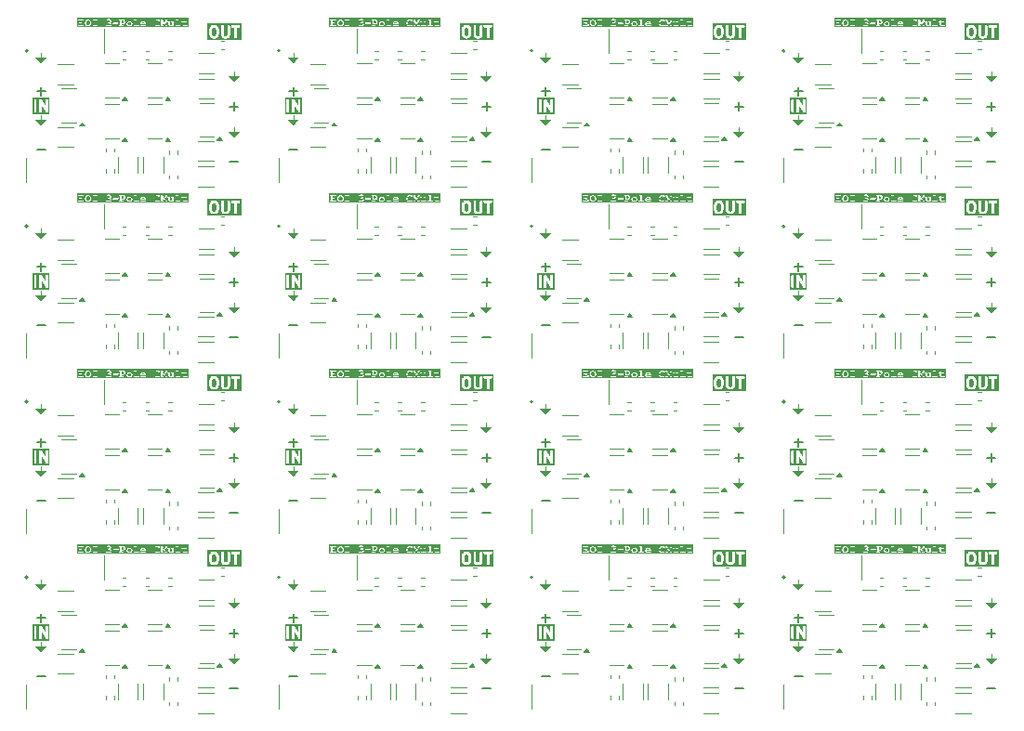
<source format=gto>
%TF.GenerationSoftware,KiCad,Pcbnew,8.0.9-8.0.9-0~ubuntu24.04.1*%
%TF.CreationDate,2025-07-21T09:14:07-04:00*%
%TF.ProjectId,panel,70616e65-6c2e-46b6-9963-61645f706362,0.1.X*%
%TF.SameCoordinates,Original*%
%TF.FileFunction,Legend,Top*%
%TF.FilePolarity,Positive*%
%FSLAX46Y46*%
G04 Gerber Fmt 4.6, Leading zero omitted, Abs format (unit mm)*
G04 Created by KiCad (PCBNEW 8.0.9-8.0.9-0~ubuntu24.04.1) date 2025-07-21 09:14:07*
%MOMM*%
%LPD*%
G01*
G04 APERTURE LIST*
%ADD10C,0.100000*%
%ADD11C,0.000000*%
%ADD12C,0.191421*%
%ADD13C,0.150000*%
%ADD14C,0.250000*%
%ADD15C,0.110000*%
%ADD16C,0.120000*%
G04 APERTURE END LIST*
D10*
X49200000Y-33400000D02*
X49200000Y-33000000D01*
D11*
G36*
X49200000Y-28900000D02*
G01*
X48700000Y-28300000D01*
X49700000Y-28300000D01*
X49200000Y-28900000D01*
G37*
G36*
X77600000Y-27200000D02*
G01*
X77100000Y-26600000D01*
X78100000Y-26600000D01*
X77600000Y-27200000D01*
G37*
G36*
X8600000Y-27200000D02*
G01*
X8100000Y-26600000D01*
X9100000Y-26600000D01*
X8600000Y-27200000D01*
G37*
D10*
X49200000Y-28300000D02*
X49200000Y-27900000D01*
D12*
X30395710Y-10000000D02*
G75*
G02*
X30204290Y-10000000I-95710J0D01*
G01*
X30204290Y-10000000D02*
G75*
G02*
X30395710Y-10000000I95710J0D01*
G01*
D11*
G36*
X54600000Y-16900000D02*
G01*
X54100000Y-16300000D01*
X55100000Y-16300000D01*
X54600000Y-16900000D01*
G37*
G36*
X54600000Y-11200000D02*
G01*
X54100000Y-10600000D01*
X55100000Y-10600000D01*
X54600000Y-11200000D01*
G37*
G36*
X8600000Y-16900000D02*
G01*
X8100000Y-16300000D01*
X9100000Y-16300000D01*
X8600000Y-16900000D01*
G37*
D10*
X8600000Y-16300000D02*
X8600000Y-15900000D01*
X31600000Y-10600000D02*
X31600000Y-10200000D01*
X72200000Y-44300000D02*
X72200000Y-43900000D01*
X8600000Y-32300000D02*
X8600000Y-31900000D01*
X95200000Y-12300000D02*
X95200000Y-11900000D01*
X49200000Y-12300000D02*
X49200000Y-11900000D01*
D11*
G36*
X49200000Y-66000000D02*
G01*
X48700000Y-65400000D01*
X49700000Y-65400000D01*
X49200000Y-66000000D01*
G37*
D10*
X72200000Y-60300000D02*
X72200000Y-59900000D01*
X77600000Y-64300000D02*
X77600000Y-63900000D01*
X95200000Y-49400000D02*
X95200000Y-49000000D01*
X72200000Y-28300000D02*
X72200000Y-27900000D01*
X49200000Y-60300000D02*
X49200000Y-59900000D01*
D11*
G36*
X95200000Y-34000000D02*
G01*
X94700000Y-33400000D01*
X95700000Y-33400000D01*
X95200000Y-34000000D01*
G37*
G36*
X77600000Y-64900000D02*
G01*
X77100000Y-64300000D01*
X78100000Y-64300000D01*
X77600000Y-64900000D01*
G37*
G36*
X95200000Y-50000000D02*
G01*
X94700000Y-49400000D01*
X95700000Y-49400000D01*
X95200000Y-50000000D01*
G37*
D10*
X31600000Y-16300000D02*
X31600000Y-15900000D01*
D11*
G36*
X95200000Y-28900000D02*
G01*
X94700000Y-28300000D01*
X95700000Y-28300000D01*
X95200000Y-28900000D01*
G37*
D10*
X77600000Y-32300000D02*
X77600000Y-31900000D01*
D11*
G36*
X95200000Y-60900000D02*
G01*
X94700000Y-60300000D01*
X95700000Y-60300000D01*
X95200000Y-60900000D01*
G37*
D12*
X53395710Y-42000000D02*
G75*
G02*
X53204290Y-42000000I-95710J0D01*
G01*
X53204290Y-42000000D02*
G75*
G02*
X53395710Y-42000000I95710J0D01*
G01*
D10*
X54600000Y-42600000D02*
X54600000Y-42200000D01*
X77600000Y-10600000D02*
X77600000Y-10200000D01*
D11*
G36*
X77600000Y-48900000D02*
G01*
X77100000Y-48300000D01*
X78100000Y-48300000D01*
X77600000Y-48900000D01*
G37*
D10*
X26200000Y-17400000D02*
X26200000Y-17000000D01*
D11*
G36*
X54600000Y-48900000D02*
G01*
X54100000Y-48300000D01*
X55100000Y-48300000D01*
X54600000Y-48900000D01*
G37*
D12*
X53395710Y-58000000D02*
G75*
G02*
X53204290Y-58000000I-95710J0D01*
G01*
X53204290Y-58000000D02*
G75*
G02*
X53395710Y-58000000I95710J0D01*
G01*
D10*
X77600000Y-58600000D02*
X77600000Y-58200000D01*
D11*
G36*
X54600000Y-32900000D02*
G01*
X54100000Y-32300000D01*
X55100000Y-32300000D01*
X54600000Y-32900000D01*
G37*
G36*
X54600000Y-64900000D02*
G01*
X54100000Y-64300000D01*
X55100000Y-64300000D01*
X54600000Y-64900000D01*
G37*
G36*
X8600000Y-11200000D02*
G01*
X8100000Y-10600000D01*
X9100000Y-10600000D01*
X8600000Y-11200000D01*
G37*
G36*
X8600000Y-48900000D02*
G01*
X8100000Y-48300000D01*
X9100000Y-48300000D01*
X8600000Y-48900000D01*
G37*
D10*
X54600000Y-58600000D02*
X54600000Y-58200000D01*
X72200000Y-65400000D02*
X72200000Y-65000000D01*
D11*
G36*
X26200000Y-66000000D02*
G01*
X25700000Y-65400000D01*
X26700000Y-65400000D01*
X26200000Y-66000000D01*
G37*
D10*
X26200000Y-33400000D02*
X26200000Y-33000000D01*
D11*
G36*
X26200000Y-28900000D02*
G01*
X25700000Y-28300000D01*
X26700000Y-28300000D01*
X26200000Y-28900000D01*
G37*
D10*
X72200000Y-17400000D02*
X72200000Y-17000000D01*
X54600000Y-64300000D02*
X54600000Y-63900000D01*
D11*
G36*
X26200000Y-18000000D02*
G01*
X25700000Y-17400000D01*
X26700000Y-17400000D01*
X26200000Y-18000000D01*
G37*
D12*
X76395710Y-58000000D02*
G75*
G02*
X76204290Y-58000000I-95710J0D01*
G01*
X76204290Y-58000000D02*
G75*
G02*
X76395710Y-58000000I95710J0D01*
G01*
D11*
G36*
X77600000Y-16900000D02*
G01*
X77100000Y-16300000D01*
X78100000Y-16300000D01*
X77600000Y-16900000D01*
G37*
G36*
X95200000Y-44900000D02*
G01*
X94700000Y-44300000D01*
X95700000Y-44300000D01*
X95200000Y-44900000D01*
G37*
G36*
X49200000Y-18000000D02*
G01*
X48700000Y-17400000D01*
X49700000Y-17400000D01*
X49200000Y-18000000D01*
G37*
D10*
X77600000Y-26600000D02*
X77600000Y-26200000D01*
X49200000Y-49400000D02*
X49200000Y-49000000D01*
D11*
G36*
X49200000Y-60900000D02*
G01*
X48700000Y-60300000D01*
X49700000Y-60300000D01*
X49200000Y-60900000D01*
G37*
G36*
X72200000Y-18000000D02*
G01*
X71700000Y-17400000D01*
X72700000Y-17400000D01*
X72200000Y-18000000D01*
G37*
G36*
X54600000Y-27200000D02*
G01*
X54100000Y-26600000D01*
X55100000Y-26600000D01*
X54600000Y-27200000D01*
G37*
G36*
X72200000Y-44900000D02*
G01*
X71700000Y-44300000D01*
X72700000Y-44300000D01*
X72200000Y-44900000D01*
G37*
D10*
X8600000Y-64300000D02*
X8600000Y-63900000D01*
X26200000Y-12300000D02*
X26200000Y-11900000D01*
D12*
X30395710Y-42000000D02*
G75*
G02*
X30204290Y-42000000I-95710J0D01*
G01*
X30204290Y-42000000D02*
G75*
G02*
X30395710Y-42000000I95710J0D01*
G01*
D10*
X95200000Y-17400000D02*
X95200000Y-17000000D01*
X8600000Y-26600000D02*
X8600000Y-26200000D01*
D12*
X30395710Y-26000000D02*
G75*
G02*
X30204290Y-26000000I-95710J0D01*
G01*
X30204290Y-26000000D02*
G75*
G02*
X30395710Y-26000000I95710J0D01*
G01*
D11*
G36*
X72200000Y-34000000D02*
G01*
X71700000Y-33400000D01*
X72700000Y-33400000D01*
X72200000Y-34000000D01*
G37*
D12*
X7395710Y-58000000D02*
G75*
G02*
X7204290Y-58000000I-95710J0D01*
G01*
X7204290Y-58000000D02*
G75*
G02*
X7395710Y-58000000I95710J0D01*
G01*
D10*
X77600000Y-42600000D02*
X77600000Y-42200000D01*
D11*
G36*
X49200000Y-50000000D02*
G01*
X48700000Y-49400000D01*
X49700000Y-49400000D01*
X49200000Y-50000000D01*
G37*
D10*
X31600000Y-64300000D02*
X31600000Y-63900000D01*
D12*
X76395710Y-42000000D02*
G75*
G02*
X76204290Y-42000000I-95710J0D01*
G01*
X76204290Y-42000000D02*
G75*
G02*
X76395710Y-42000000I95710J0D01*
G01*
D11*
G36*
X31600000Y-16900000D02*
G01*
X31100000Y-16300000D01*
X32100000Y-16300000D01*
X31600000Y-16900000D01*
G37*
D12*
X53395710Y-10000000D02*
G75*
G02*
X53204290Y-10000000I-95710J0D01*
G01*
X53204290Y-10000000D02*
G75*
G02*
X53395710Y-10000000I95710J0D01*
G01*
D11*
G36*
X77600000Y-43200000D02*
G01*
X77100000Y-42600000D01*
X78100000Y-42600000D01*
X77600000Y-43200000D01*
G37*
D10*
X72200000Y-33400000D02*
X72200000Y-33000000D01*
X49200000Y-44300000D02*
X49200000Y-43900000D01*
X95200000Y-28300000D02*
X95200000Y-27900000D01*
D12*
X30395710Y-58000000D02*
G75*
G02*
X30204290Y-58000000I-95710J0D01*
G01*
X30204290Y-58000000D02*
G75*
G02*
X30395710Y-58000000I95710J0D01*
G01*
D10*
X95200000Y-60300000D02*
X95200000Y-59900000D01*
D12*
X76395710Y-10000000D02*
G75*
G02*
X76204290Y-10000000I-95710J0D01*
G01*
X76204290Y-10000000D02*
G75*
G02*
X76395710Y-10000000I95710J0D01*
G01*
D10*
X26200000Y-44300000D02*
X26200000Y-43900000D01*
D11*
G36*
X8600000Y-32900000D02*
G01*
X8100000Y-32300000D01*
X9100000Y-32300000D01*
X8600000Y-32900000D01*
G37*
D10*
X77600000Y-16300000D02*
X77600000Y-15900000D01*
D11*
G36*
X72200000Y-50000000D02*
G01*
X71700000Y-49400000D01*
X72700000Y-49400000D01*
X72200000Y-50000000D01*
G37*
D10*
X95200000Y-65400000D02*
X95200000Y-65000000D01*
D11*
G36*
X8600000Y-64900000D02*
G01*
X8100000Y-64300000D01*
X9100000Y-64300000D01*
X8600000Y-64900000D01*
G37*
D10*
X26200000Y-65400000D02*
X26200000Y-65000000D01*
X54600000Y-32300000D02*
X54600000Y-31900000D01*
D11*
G36*
X31600000Y-32900000D02*
G01*
X31100000Y-32300000D01*
X32100000Y-32300000D01*
X31600000Y-32900000D01*
G37*
G36*
X72200000Y-66000000D02*
G01*
X71700000Y-65400000D01*
X72700000Y-65400000D01*
X72200000Y-66000000D01*
G37*
D10*
X95200000Y-44300000D02*
X95200000Y-43900000D01*
X95200000Y-33400000D02*
X95200000Y-33000000D01*
X8600000Y-58600000D02*
X8600000Y-58200000D01*
X31600000Y-48300000D02*
X31600000Y-47900000D01*
X49200000Y-65400000D02*
X49200000Y-65000000D01*
D11*
G36*
X49200000Y-12900000D02*
G01*
X48700000Y-12300000D01*
X49700000Y-12300000D01*
X49200000Y-12900000D01*
G37*
D12*
X7395710Y-42000000D02*
G75*
G02*
X7204290Y-42000000I-95710J0D01*
G01*
X7204290Y-42000000D02*
G75*
G02*
X7395710Y-42000000I95710J0D01*
G01*
D11*
G36*
X26200000Y-44900000D02*
G01*
X25700000Y-44300000D01*
X26700000Y-44300000D01*
X26200000Y-44900000D01*
G37*
G36*
X26200000Y-60900000D02*
G01*
X25700000Y-60300000D01*
X26700000Y-60300000D01*
X26200000Y-60900000D01*
G37*
G36*
X49200000Y-44900000D02*
G01*
X48700000Y-44300000D01*
X49700000Y-44300000D01*
X49200000Y-44900000D01*
G37*
D10*
X54600000Y-16300000D02*
X54600000Y-15900000D01*
X49200000Y-17400000D02*
X49200000Y-17000000D01*
X31600000Y-26600000D02*
X31600000Y-26200000D01*
X77600000Y-48300000D02*
X77600000Y-47900000D01*
D11*
G36*
X77600000Y-11200000D02*
G01*
X77100000Y-10600000D01*
X78100000Y-10600000D01*
X77600000Y-11200000D01*
G37*
G36*
X26200000Y-12900000D02*
G01*
X25700000Y-12300000D01*
X26700000Y-12300000D01*
X26200000Y-12900000D01*
G37*
G36*
X49200000Y-34000000D02*
G01*
X48700000Y-33400000D01*
X49700000Y-33400000D01*
X49200000Y-34000000D01*
G37*
G36*
X72200000Y-28900000D02*
G01*
X71700000Y-28300000D01*
X72700000Y-28300000D01*
X72200000Y-28900000D01*
G37*
G36*
X77600000Y-32900000D02*
G01*
X77100000Y-32300000D01*
X78100000Y-32300000D01*
X77600000Y-32900000D01*
G37*
G36*
X8600000Y-43200000D02*
G01*
X8100000Y-42600000D01*
X9100000Y-42600000D01*
X8600000Y-43200000D01*
G37*
D10*
X72200000Y-12300000D02*
X72200000Y-11900000D01*
D12*
X7395710Y-26000000D02*
G75*
G02*
X7204290Y-26000000I-95710J0D01*
G01*
X7204290Y-26000000D02*
G75*
G02*
X7395710Y-26000000I95710J0D01*
G01*
D10*
X54600000Y-48300000D02*
X54600000Y-47900000D01*
D11*
G36*
X31600000Y-11200000D02*
G01*
X31100000Y-10600000D01*
X32100000Y-10600000D01*
X31600000Y-11200000D01*
G37*
D10*
X26200000Y-28300000D02*
X26200000Y-27900000D01*
X26200000Y-60300000D02*
X26200000Y-59900000D01*
X54600000Y-10600000D02*
X54600000Y-10200000D01*
D11*
G36*
X8600000Y-59200000D02*
G01*
X8100000Y-58600000D01*
X9100000Y-58600000D01*
X8600000Y-59200000D01*
G37*
G36*
X31600000Y-27200000D02*
G01*
X31100000Y-26600000D01*
X32100000Y-26600000D01*
X31600000Y-27200000D01*
G37*
D12*
X76395710Y-26000000D02*
G75*
G02*
X76204290Y-26000000I-95710J0D01*
G01*
X76204290Y-26000000D02*
G75*
G02*
X76395710Y-26000000I95710J0D01*
G01*
D11*
G36*
X26200000Y-34000000D02*
G01*
X25700000Y-33400000D01*
X26700000Y-33400000D01*
X26200000Y-34000000D01*
G37*
G36*
X72200000Y-60900000D02*
G01*
X71700000Y-60300000D01*
X72700000Y-60300000D01*
X72200000Y-60900000D01*
G37*
G36*
X31600000Y-48900000D02*
G01*
X31100000Y-48300000D01*
X32100000Y-48300000D01*
X31600000Y-48900000D01*
G37*
D10*
X8600000Y-48300000D02*
X8600000Y-47900000D01*
X31600000Y-58600000D02*
X31600000Y-58200000D01*
D11*
G36*
X54600000Y-43200000D02*
G01*
X54100000Y-42600000D01*
X55100000Y-42600000D01*
X54600000Y-43200000D01*
G37*
G36*
X77600000Y-59200000D02*
G01*
X77100000Y-58600000D01*
X78100000Y-58600000D01*
X77600000Y-59200000D01*
G37*
G36*
X54600000Y-59200000D02*
G01*
X54100000Y-58600000D01*
X55100000Y-58600000D01*
X54600000Y-59200000D01*
G37*
G36*
X95200000Y-18000000D02*
G01*
X94700000Y-17400000D01*
X95700000Y-17400000D01*
X95200000Y-18000000D01*
G37*
D10*
X54600000Y-26600000D02*
X54600000Y-26200000D01*
D11*
G36*
X26200000Y-50000000D02*
G01*
X25700000Y-49400000D01*
X26700000Y-49400000D01*
X26200000Y-50000000D01*
G37*
D12*
X7395710Y-10000000D02*
G75*
G02*
X7204290Y-10000000I-95710J0D01*
G01*
X7204290Y-10000000D02*
G75*
G02*
X7395710Y-10000000I95710J0D01*
G01*
D10*
X26200000Y-49400000D02*
X26200000Y-49000000D01*
D12*
X53395710Y-26000000D02*
G75*
G02*
X53204290Y-26000000I-95710J0D01*
G01*
X53204290Y-26000000D02*
G75*
G02*
X53395710Y-26000000I95710J0D01*
G01*
D10*
X31600000Y-32300000D02*
X31600000Y-31900000D01*
X31600000Y-42600000D02*
X31600000Y-42200000D01*
D11*
G36*
X31600000Y-43200000D02*
G01*
X31100000Y-42600000D01*
X32100000Y-42600000D01*
X31600000Y-43200000D01*
G37*
D10*
X72200000Y-49400000D02*
X72200000Y-49000000D01*
D11*
G36*
X31600000Y-64900000D02*
G01*
X31100000Y-64300000D01*
X32100000Y-64300000D01*
X31600000Y-64900000D01*
G37*
G36*
X95200000Y-66000000D02*
G01*
X94700000Y-65400000D01*
X95700000Y-65400000D01*
X95200000Y-66000000D01*
G37*
D10*
X8600000Y-42600000D02*
X8600000Y-42200000D01*
D11*
G36*
X31600000Y-59200000D02*
G01*
X31100000Y-58600000D01*
X32100000Y-58600000D01*
X31600000Y-59200000D01*
G37*
D10*
X8600000Y-10600000D02*
X8600000Y-10200000D01*
D11*
G36*
X72200000Y-12900000D02*
G01*
X71700000Y-12300000D01*
X72700000Y-12300000D01*
X72200000Y-12900000D01*
G37*
G36*
X95200000Y-12900000D02*
G01*
X94700000Y-12300000D01*
X95700000Y-12300000D01*
X95200000Y-12900000D01*
G37*
D13*
X8236779Y-34988866D02*
X8998684Y-34988866D01*
D14*
G36*
X93504714Y-39914970D02*
G01*
X93561125Y-39971381D01*
X93596615Y-40113341D01*
X93596615Y-40415896D01*
X93561125Y-40557855D01*
X93504711Y-40614269D01*
X93454012Y-40639619D01*
X93322553Y-40639619D01*
X93271852Y-40614268D01*
X93215438Y-40557855D01*
X93179949Y-40415896D01*
X93179949Y-40113341D01*
X93215439Y-39971381D01*
X93271849Y-39914970D01*
X93322553Y-39889619D01*
X93454012Y-39889619D01*
X93504714Y-39914970D01*
G37*
G36*
X95873975Y-41014619D02*
G01*
X92804949Y-41014619D01*
X92804949Y-40097952D01*
X92929949Y-40097952D01*
X92929949Y-40431285D01*
X92930368Y-40435539D01*
X92930097Y-40437361D01*
X92931446Y-40446489D01*
X92932351Y-40455671D01*
X92933055Y-40457372D01*
X92933681Y-40461602D01*
X92981300Y-40652078D01*
X92989545Y-40675153D01*
X92995077Y-40682619D01*
X92998634Y-40691207D01*
X93014179Y-40710149D01*
X93109417Y-40805388D01*
X93119005Y-40813257D01*
X93121167Y-40815749D01*
X93124924Y-40818114D01*
X93128359Y-40820933D01*
X93131409Y-40822196D01*
X93141904Y-40828803D01*
X93237142Y-40876422D01*
X93260028Y-40885180D01*
X93264508Y-40885498D01*
X93268658Y-40887217D01*
X93293044Y-40889619D01*
X93483520Y-40889619D01*
X93507906Y-40887217D01*
X93512054Y-40885498D01*
X93516536Y-40885180D01*
X93539422Y-40876422D01*
X93634659Y-40828804D01*
X93645155Y-40822196D01*
X93648205Y-40820933D01*
X93651639Y-40818114D01*
X93655397Y-40815749D01*
X93657558Y-40813257D01*
X93667147Y-40805388D01*
X93762385Y-40710149D01*
X93777930Y-40691207D01*
X93781487Y-40682618D01*
X93787019Y-40675153D01*
X93795264Y-40652078D01*
X93842883Y-40461602D01*
X93843508Y-40457372D01*
X93844213Y-40455671D01*
X93845117Y-40446491D01*
X93846467Y-40437362D01*
X93846195Y-40435539D01*
X93846615Y-40431285D01*
X93846615Y-40097952D01*
X93846195Y-40093697D01*
X93846467Y-40091875D01*
X93845117Y-40082745D01*
X93844213Y-40073566D01*
X93843508Y-40071864D01*
X93842883Y-40067635D01*
X93795264Y-39877159D01*
X93787019Y-39854084D01*
X93781485Y-39846615D01*
X93777929Y-39838030D01*
X93762384Y-39819088D01*
X93707915Y-39764619D01*
X94025187Y-39764619D01*
X94025187Y-40574142D01*
X94027589Y-40598528D01*
X94029307Y-40602676D01*
X94029626Y-40607158D01*
X94038384Y-40630044D01*
X94086002Y-40725281D01*
X94092609Y-40735777D01*
X94093872Y-40738825D01*
X94096689Y-40742258D01*
X94099057Y-40746019D01*
X94101551Y-40748182D01*
X94109417Y-40757767D01*
X94157036Y-40805387D01*
X94166624Y-40813256D01*
X94168786Y-40815749D01*
X94172540Y-40818112D01*
X94175977Y-40820933D01*
X94179030Y-40822197D01*
X94189523Y-40828803D01*
X94284761Y-40876422D01*
X94307647Y-40885180D01*
X94312127Y-40885498D01*
X94316277Y-40887217D01*
X94340663Y-40889619D01*
X94531139Y-40889619D01*
X94555525Y-40887217D01*
X94559673Y-40885498D01*
X94564155Y-40885180D01*
X94587041Y-40876422D01*
X94682278Y-40828804D01*
X94692774Y-40822196D01*
X94695824Y-40820933D01*
X94699257Y-40818114D01*
X94703016Y-40815749D01*
X94705178Y-40813255D01*
X94714766Y-40805387D01*
X94762385Y-40757768D01*
X94770252Y-40748180D01*
X94772745Y-40746019D01*
X94775111Y-40742259D01*
X94777930Y-40738825D01*
X94779192Y-40735776D01*
X94785799Y-40725282D01*
X94833418Y-40630044D01*
X94842176Y-40607158D01*
X94842494Y-40602677D01*
X94844213Y-40598528D01*
X94846615Y-40574142D01*
X94846615Y-39764619D01*
X94844213Y-39740233D01*
X94932351Y-39740233D01*
X94932351Y-39789005D01*
X94951015Y-39834065D01*
X94985503Y-39868553D01*
X95030563Y-39887217D01*
X95054949Y-39889619D01*
X95215663Y-39889619D01*
X95215663Y-40764619D01*
X95218065Y-40789005D01*
X95236729Y-40834065D01*
X95271217Y-40868553D01*
X95316277Y-40887217D01*
X95365049Y-40887217D01*
X95410109Y-40868553D01*
X95444597Y-40834065D01*
X95463261Y-40789005D01*
X95465663Y-40764619D01*
X95465663Y-39889619D01*
X95626377Y-39889619D01*
X95650763Y-39887217D01*
X95695823Y-39868553D01*
X95730311Y-39834065D01*
X95748975Y-39789005D01*
X95748975Y-39740233D01*
X95730311Y-39695173D01*
X95695823Y-39660685D01*
X95650763Y-39642021D01*
X95626377Y-39639619D01*
X95054949Y-39639619D01*
X95030563Y-39642021D01*
X94985503Y-39660685D01*
X94951015Y-39695173D01*
X94932351Y-39740233D01*
X94844213Y-39740233D01*
X94825549Y-39695173D01*
X94791061Y-39660685D01*
X94746001Y-39642021D01*
X94697229Y-39642021D01*
X94652169Y-39660685D01*
X94617681Y-39695173D01*
X94599017Y-39740233D01*
X94596615Y-39764619D01*
X94596615Y-40544633D01*
X94571263Y-40595336D01*
X94552332Y-40614268D01*
X94501631Y-40639619D01*
X94370172Y-40639619D01*
X94319470Y-40614268D01*
X94300538Y-40595336D01*
X94275187Y-40544634D01*
X94275187Y-39764619D01*
X94272785Y-39740233D01*
X94254121Y-39695173D01*
X94219633Y-39660685D01*
X94174573Y-39642021D01*
X94125801Y-39642021D01*
X94080741Y-39660685D01*
X94046253Y-39695173D01*
X94027589Y-39740233D01*
X94025187Y-39764619D01*
X93707915Y-39764619D01*
X93667146Y-39723850D01*
X93657560Y-39715983D01*
X93655397Y-39713489D01*
X93651635Y-39711120D01*
X93648204Y-39708305D01*
X93645157Y-39707043D01*
X93634659Y-39700434D01*
X93539422Y-39652816D01*
X93516536Y-39644058D01*
X93512054Y-39643739D01*
X93507906Y-39642021D01*
X93483520Y-39639619D01*
X93293044Y-39639619D01*
X93268658Y-39642021D01*
X93264508Y-39643739D01*
X93260028Y-39644058D01*
X93237142Y-39652816D01*
X93141904Y-39700435D01*
X93131407Y-39707042D01*
X93128360Y-39708305D01*
X93124928Y-39711121D01*
X93121167Y-39713489D01*
X93119003Y-39715983D01*
X93109418Y-39723850D01*
X93014180Y-39819088D01*
X92998635Y-39838030D01*
X92995078Y-39846615D01*
X92989545Y-39854084D01*
X92981300Y-39877159D01*
X92933681Y-40067635D01*
X92933055Y-40071864D01*
X92932351Y-40073566D01*
X92931446Y-40082747D01*
X92930097Y-40091876D01*
X92930368Y-40093697D01*
X92929949Y-40097952D01*
X92804949Y-40097952D01*
X92804949Y-39514619D01*
X95873975Y-39514619D01*
X95873975Y-41014619D01*
G37*
D15*
G36*
X58946942Y-23260632D02*
G01*
X58982255Y-23273085D01*
X59014184Y-23292797D01*
X59041984Y-23318918D01*
X59064906Y-23350593D01*
X59082204Y-23386973D01*
X59093130Y-23427203D01*
X59096938Y-23470432D01*
X59093040Y-23511908D01*
X59081894Y-23550820D01*
X59064326Y-23586256D01*
X59041159Y-23617298D01*
X59013218Y-23643035D01*
X58981327Y-23662550D01*
X58946311Y-23674930D01*
X58908993Y-23679260D01*
X58871360Y-23674924D01*
X58836196Y-23662501D01*
X58804285Y-23642871D01*
X58776415Y-23616909D01*
X58753371Y-23585495D01*
X58735938Y-23549507D01*
X58724902Y-23509822D01*
X58721049Y-23467318D01*
X58724902Y-23425117D01*
X58735938Y-23385659D01*
X58753371Y-23349833D01*
X58776415Y-23318528D01*
X58804285Y-23292633D01*
X58836196Y-23273036D01*
X58871360Y-23260626D01*
X58908993Y-23256292D01*
X58946942Y-23260632D01*
G37*
G36*
X62728862Y-23412917D02*
G01*
X62766080Y-23424890D01*
X62798096Y-23443600D01*
X62827912Y-23473510D01*
X62846332Y-23509894D01*
X62851439Y-23543888D01*
X62844129Y-23584746D01*
X62823561Y-23620289D01*
X62791777Y-23648872D01*
X62758197Y-23666188D01*
X62719430Y-23676576D01*
X62685476Y-23679260D01*
X62643423Y-23675098D01*
X62605629Y-23663248D01*
X62573269Y-23644661D01*
X62543263Y-23614804D01*
X62524800Y-23578261D01*
X62519696Y-23543888D01*
X62527004Y-23502707D01*
X62547633Y-23467143D01*
X62579642Y-23438717D01*
X62613607Y-23421580D01*
X62653003Y-23411338D01*
X62687674Y-23408700D01*
X62728862Y-23412917D01*
G37*
G36*
X63977186Y-23412460D02*
G01*
X64014024Y-23423325D01*
X64049873Y-23444150D01*
X64076368Y-23472807D01*
X64090300Y-23502855D01*
X63781638Y-23502855D01*
X63798274Y-23468711D01*
X63826183Y-23441128D01*
X63863389Y-23421303D01*
X63901179Y-23411391D01*
X63935878Y-23408700D01*
X63977186Y-23412460D01*
G37*
G36*
X62106391Y-23271733D02*
G01*
X62141930Y-23284974D01*
X62170246Y-23310809D01*
X62184059Y-23346840D01*
X62185206Y-23362721D01*
X62177203Y-23401719D01*
X62154157Y-23431254D01*
X62117509Y-23449970D01*
X62075419Y-23456405D01*
X62068702Y-23456510D01*
X61944871Y-23456510D01*
X61944871Y-23268016D01*
X62068702Y-23268016D01*
X62106391Y-23271733D01*
G37*
G36*
X68044638Y-23867556D02*
G01*
X57894912Y-23867556D01*
X57894912Y-23215443D01*
X57978245Y-23215443D01*
X57989914Y-23250995D01*
X58023442Y-23266397D01*
X58047488Y-23268016D01*
X58063241Y-23268016D01*
X58063241Y-23667536D01*
X58047488Y-23667536D01*
X58009479Y-23672530D01*
X57981496Y-23698864D01*
X57978245Y-23720109D01*
X57990816Y-23754548D01*
X58027630Y-23771150D01*
X58047488Y-23772500D01*
X58542080Y-23772500D01*
X58542080Y-23612948D01*
X58537095Y-23574108D01*
X58510850Y-23545864D01*
X58489690Y-23542606D01*
X58454540Y-23553802D01*
X58438838Y-23587520D01*
X58437116Y-23612948D01*
X58437116Y-23667536D01*
X58168388Y-23667536D01*
X58168388Y-23514579D01*
X58257598Y-23514579D01*
X58257598Y-23522090D01*
X58261078Y-23558944D01*
X58281123Y-23589799D01*
X58309988Y-23596645D01*
X58344790Y-23584734D01*
X58359875Y-23551080D01*
X58361462Y-23527402D01*
X58361462Y-23467318D01*
X58616085Y-23467318D01*
X58619461Y-23515307D01*
X58629255Y-23561117D01*
X58644972Y-23604194D01*
X58666114Y-23643983D01*
X58692184Y-23679929D01*
X58722684Y-23711476D01*
X58757118Y-23738069D01*
X58794988Y-23759153D01*
X58835797Y-23774173D01*
X58879048Y-23782574D01*
X58908993Y-23784223D01*
X58953135Y-23780548D01*
X58995357Y-23769908D01*
X59035130Y-23752885D01*
X59071925Y-23730060D01*
X59105214Y-23702011D01*
X59134467Y-23669321D01*
X59159156Y-23632570D01*
X59178752Y-23592337D01*
X59192726Y-23549204D01*
X59200548Y-23503751D01*
X59202085Y-23472447D01*
X59199473Y-23424041D01*
X59192031Y-23380593D01*
X59180343Y-23341850D01*
X59164996Y-23307560D01*
X59136400Y-23263919D01*
X59102872Y-23228870D01*
X59084937Y-23215443D01*
X59310529Y-23215443D01*
X59322256Y-23250995D01*
X59355887Y-23266397D01*
X59379955Y-23268016D01*
X59486017Y-23268016D01*
X59486017Y-23667536D01*
X59379955Y-23667536D01*
X59342760Y-23671888D01*
X59314440Y-23696420D01*
X59310529Y-23720109D01*
X59325155Y-23756134D01*
X59360089Y-23771112D01*
X59379955Y-23772500D01*
X59697043Y-23772500D01*
X59733558Y-23767322D01*
X59761958Y-23742901D01*
X59766286Y-23720109D01*
X59758253Y-23695013D01*
X60551588Y-23695013D01*
X60567058Y-23731596D01*
X60597420Y-23753588D01*
X60633633Y-23767795D01*
X60678713Y-23777832D01*
X60720500Y-23782591D01*
X60766827Y-23784223D01*
X60805521Y-23782893D01*
X60856797Y-23776236D01*
X60900427Y-23764614D01*
X60936939Y-23748735D01*
X60975467Y-23722161D01*
X61003541Y-23690953D01*
X61022415Y-23656786D01*
X61033346Y-23621337D01*
X61037753Y-23577777D01*
X61032155Y-23535871D01*
X61015269Y-23498104D01*
X61004740Y-23485087D01*
X61155722Y-23485087D01*
X61167450Y-23520639D01*
X61201080Y-23536041D01*
X61225148Y-23537660D01*
X61628332Y-23537660D01*
X61667307Y-23532086D01*
X61694513Y-23505516D01*
X61697575Y-23485087D01*
X61686727Y-23449535D01*
X61650299Y-23433676D01*
X61628332Y-23432513D01*
X61225148Y-23432513D01*
X61186116Y-23437797D01*
X61158801Y-23464250D01*
X61155722Y-23485087D01*
X61004740Y-23485087D01*
X60991707Y-23468973D01*
X60959663Y-23442789D01*
X60926418Y-23423188D01*
X60919051Y-23419508D01*
X60953248Y-23396421D01*
X60982930Y-23368697D01*
X61004438Y-23334324D01*
X61013941Y-23295157D01*
X61014672Y-23278824D01*
X61010718Y-23241022D01*
X61002299Y-23215443D01*
X61754728Y-23215443D01*
X61766397Y-23250995D01*
X61799925Y-23266397D01*
X61823971Y-23268016D01*
X61839724Y-23268016D01*
X61839724Y-23456510D01*
X61839724Y-23667536D01*
X61823971Y-23667536D01*
X61784996Y-23672820D01*
X61757790Y-23699272D01*
X61754728Y-23720109D01*
X61767299Y-23754548D01*
X61804113Y-23771150D01*
X61823971Y-23772500D01*
X62048735Y-23772500D01*
X62085880Y-23767474D01*
X62114089Y-23742529D01*
X62117978Y-23720109D01*
X62105777Y-23684074D01*
X62071974Y-23669031D01*
X62048735Y-23667536D01*
X61944871Y-23667536D01*
X61944871Y-23561474D01*
X62047636Y-23561474D01*
X62099911Y-23558506D01*
X62144754Y-23550097D01*
X62162709Y-23543888D01*
X62414550Y-23543888D01*
X62417636Y-23580421D01*
X62430822Y-23626406D01*
X62453425Y-23668381D01*
X62484408Y-23705368D01*
X62512520Y-23729248D01*
X62544326Y-23749361D01*
X62579388Y-23765295D01*
X62617268Y-23776639D01*
X62657529Y-23782979D01*
X62685476Y-23784223D01*
X62727124Y-23781447D01*
X62766665Y-23773393D01*
X62803666Y-23760474D01*
X62837692Y-23743101D01*
X62868308Y-23721686D01*
X62869994Y-23720109D01*
X63065030Y-23720109D01*
X63077601Y-23754548D01*
X63114415Y-23771150D01*
X63134273Y-23772500D01*
X63495508Y-23772500D01*
X63532702Y-23767474D01*
X63561023Y-23742529D01*
X63564934Y-23720109D01*
X63552675Y-23684074D01*
X63518769Y-23669031D01*
X63495508Y-23667536D01*
X63367463Y-23667536D01*
X63367463Y-23549200D01*
X63664035Y-23549200D01*
X63666999Y-23586025D01*
X63679777Y-23631801D01*
X63701927Y-23673055D01*
X63732674Y-23709000D01*
X63771240Y-23738847D01*
X63804829Y-23756758D01*
X63842051Y-23770464D01*
X63882578Y-23779632D01*
X63926083Y-23783930D01*
X63941190Y-23784223D01*
X63983497Y-23782861D01*
X64024900Y-23779444D01*
X64069116Y-23773489D01*
X64112540Y-23764561D01*
X64151568Y-23752228D01*
X64188681Y-23731362D01*
X64206804Y-23697212D01*
X64192264Y-23661835D01*
X64156429Y-23647752D01*
X64118643Y-23653827D01*
X64081530Y-23663506D01*
X64041337Y-23671952D01*
X64000200Y-23677193D01*
X63961343Y-23679169D01*
X63950715Y-23679260D01*
X63910030Y-23677287D01*
X63868161Y-23669630D01*
X63833688Y-23656066D01*
X63802544Y-23632583D01*
X63780867Y-23600631D01*
X63778524Y-23595362D01*
X64206804Y-23595362D01*
X64206804Y-23554330D01*
X64203822Y-23514703D01*
X64195123Y-23477449D01*
X64181318Y-23443504D01*
X64922863Y-23443504D01*
X64922863Y-23511465D01*
X64926225Y-23554342D01*
X64936043Y-23594728D01*
X64951913Y-23632244D01*
X64973433Y-23666514D01*
X65000199Y-23697162D01*
X65031810Y-23723811D01*
X65067860Y-23746084D01*
X65107948Y-23763604D01*
X65151671Y-23775994D01*
X65198626Y-23782879D01*
X65231525Y-23784223D01*
X65272121Y-23782336D01*
X65309869Y-23776987D01*
X65355336Y-23765282D01*
X65394703Y-23749374D01*
X65427376Y-23730375D01*
X65457903Y-23703978D01*
X65477879Y-23671290D01*
X65480469Y-23655629D01*
X65466587Y-23621251D01*
X65433166Y-23604427D01*
X65427896Y-23604155D01*
X65392209Y-23621574D01*
X65363883Y-23645223D01*
X65327342Y-23664779D01*
X65282688Y-23676033D01*
X65234639Y-23679260D01*
X65189568Y-23676186D01*
X65149156Y-23667204D01*
X65113818Y-23652675D01*
X65077417Y-23627264D01*
X65050409Y-23594453D01*
X65033607Y-23554947D01*
X65027826Y-23509450D01*
X65027826Y-23443504D01*
X65031373Y-23404430D01*
X65041636Y-23368657D01*
X65063052Y-23329480D01*
X65092977Y-23297530D01*
X65130310Y-23273955D01*
X65173948Y-23259904D01*
X65212657Y-23256292D01*
X65252908Y-23260146D01*
X65293395Y-23270787D01*
X65326413Y-23287446D01*
X65354404Y-23318027D01*
X65360668Y-23335427D01*
X65372254Y-23370804D01*
X65404698Y-23389461D01*
X65412142Y-23389832D01*
X65447694Y-23378105D01*
X65463097Y-23344474D01*
X65464716Y-23320406D01*
X65464716Y-23232295D01*
X65462723Y-23215259D01*
X65517655Y-23215259D01*
X65528406Y-23250374D01*
X65561619Y-23268565D01*
X65561619Y-23667536D01*
X65527636Y-23682907D01*
X65517655Y-23720109D01*
X65526849Y-23756181D01*
X65562423Y-23772350D01*
X65568030Y-23772500D01*
X65713843Y-23772500D01*
X65750026Y-23764086D01*
X65771546Y-23732616D01*
X65772645Y-23720109D01*
X65758905Y-23684729D01*
X65725416Y-23668413D01*
X65713843Y-23667536D01*
X65666766Y-23667536D01*
X65666766Y-23366751D01*
X65790597Y-23628885D01*
X65886218Y-23628885D01*
X66002722Y-23365652D01*
X66002722Y-23667536D01*
X65955461Y-23667536D01*
X65919750Y-23676608D01*
X65897803Y-23708173D01*
X65896659Y-23720109D01*
X65909323Y-23756357D01*
X65944783Y-23771957D01*
X65955461Y-23772500D01*
X66102373Y-23772500D01*
X66137736Y-23758002D01*
X66147619Y-23720109D01*
X66137283Y-23682907D01*
X66107685Y-23667536D01*
X66107685Y-23367850D01*
X66160625Y-23367850D01*
X66174650Y-23403744D01*
X66208903Y-23419850D01*
X66218327Y-23420423D01*
X66246720Y-23420423D01*
X66246720Y-23607819D01*
X66250399Y-23648269D01*
X66261000Y-23683682D01*
X66282996Y-23720696D01*
X66313523Y-23749452D01*
X66351309Y-23769738D01*
X66395086Y-23781339D01*
X66433566Y-23784223D01*
X66473090Y-23781163D01*
X66511702Y-23768822D01*
X66545326Y-23747869D01*
X66577547Y-23720293D01*
X66577547Y-23772500D01*
X66677198Y-23772500D01*
X66715346Y-23767273D01*
X66743372Y-23740930D01*
X66746624Y-23720109D01*
X66841513Y-23720109D01*
X66854083Y-23754548D01*
X66890898Y-23771150D01*
X66910755Y-23772500D01*
X67271991Y-23772500D01*
X67309185Y-23767474D01*
X67337506Y-23742529D01*
X67341417Y-23720109D01*
X67329158Y-23684074D01*
X67295251Y-23669031D01*
X67271991Y-23667536D01*
X67143946Y-23667536D01*
X67143946Y-23367850D01*
X67419452Y-23367850D01*
X67431122Y-23402919D01*
X67464650Y-23418682D01*
X67488695Y-23420423D01*
X67525515Y-23420423D01*
X67525515Y-23640425D01*
X67530863Y-23679325D01*
X67546457Y-23712901D01*
X67571622Y-23740635D01*
X67605684Y-23762005D01*
X67647966Y-23776493D01*
X67687258Y-23782778D01*
X67719688Y-23784223D01*
X67762193Y-23781651D01*
X67801087Y-23775969D01*
X67841233Y-23767168D01*
X67879776Y-23755343D01*
X67913862Y-23740587D01*
X67945851Y-23718166D01*
X67961305Y-23685671D01*
X67948419Y-23650442D01*
X67913573Y-23633349D01*
X67910930Y-23633281D01*
X67874644Y-23643945D01*
X67835984Y-23660558D01*
X67795860Y-23672076D01*
X67752280Y-23678123D01*
X67720787Y-23679260D01*
X67683611Y-23677212D01*
X67646506Y-23664697D01*
X67630854Y-23631418D01*
X67630478Y-23621008D01*
X67630478Y-23420423D01*
X67820621Y-23420423D01*
X67859596Y-23414850D01*
X67886802Y-23388279D01*
X67889864Y-23367850D01*
X67878484Y-23332298D01*
X67845107Y-23316896D01*
X67820621Y-23315277D01*
X67630478Y-23315277D01*
X67630478Y-23221488D01*
X67626177Y-23183880D01*
X67601755Y-23155128D01*
X67578088Y-23151146D01*
X67542053Y-23163597D01*
X67527010Y-23197968D01*
X67525515Y-23221488D01*
X67525515Y-23315277D01*
X67488695Y-23315277D01*
X67451632Y-23319628D01*
X67423361Y-23344161D01*
X67419452Y-23367850D01*
X67143946Y-23367850D01*
X67143946Y-23116524D01*
X66956917Y-23116524D01*
X66919554Y-23120620D01*
X66890619Y-23144968D01*
X66886575Y-23169098D01*
X66898592Y-23204592D01*
X66932737Y-23219891D01*
X66956917Y-23221488D01*
X67038983Y-23221488D01*
X67038983Y-23667536D01*
X66910755Y-23667536D01*
X66873692Y-23671888D01*
X66845422Y-23696420D01*
X66841513Y-23720109D01*
X66746624Y-23720109D01*
X66733800Y-23684729D01*
X66700410Y-23668903D01*
X66682511Y-23667536D01*
X66682511Y-23315277D01*
X66540728Y-23315277D01*
X66501753Y-23320561D01*
X66474547Y-23347013D01*
X66471485Y-23367850D01*
X66486460Y-23403960D01*
X66522711Y-23419239D01*
X66540728Y-23420423D01*
X66577547Y-23420423D01*
X66577547Y-23608918D01*
X66549459Y-23636564D01*
X66517558Y-23661187D01*
X66483428Y-23675414D01*
X66444191Y-23679260D01*
X66407607Y-23675809D01*
X66371539Y-23658630D01*
X66353859Y-23626529D01*
X66351684Y-23604705D01*
X66351684Y-23315277D01*
X66229867Y-23315277D01*
X66192804Y-23319628D01*
X66164534Y-23344161D01*
X66160625Y-23367850D01*
X66107685Y-23367850D01*
X66107685Y-23267466D01*
X66138535Y-23247330D01*
X66147619Y-23215259D01*
X66138412Y-23178401D01*
X66102631Y-23163166D01*
X66093030Y-23162869D01*
X65977442Y-23162869D01*
X65835659Y-23474279D01*
X65690762Y-23162869D01*
X65572244Y-23162869D01*
X65536744Y-23172071D01*
X65518373Y-23204486D01*
X65517655Y-23215259D01*
X65462723Y-23215259D01*
X65460364Y-23195101D01*
X65435831Y-23166780D01*
X65412142Y-23162869D01*
X65376919Y-23177491D01*
X65367996Y-23188148D01*
X65357554Y-23183935D01*
X65322280Y-23170156D01*
X65286195Y-23159406D01*
X65246657Y-23152843D01*
X65208444Y-23151146D01*
X65164022Y-23154437D01*
X65122025Y-23164014D01*
X65082877Y-23179427D01*
X65047003Y-23200228D01*
X65014827Y-23225969D01*
X64986775Y-23256202D01*
X64963270Y-23290478D01*
X64944739Y-23328349D01*
X64931605Y-23369366D01*
X64924293Y-23413083D01*
X64922863Y-23443504D01*
X64181318Y-23443504D01*
X64181072Y-23442899D01*
X64162040Y-23411387D01*
X64138392Y-23383247D01*
X64110496Y-23358811D01*
X64078721Y-23338413D01*
X64043434Y-23322387D01*
X64005003Y-23311064D01*
X63963795Y-23304780D01*
X63934962Y-23303553D01*
X63892849Y-23306316D01*
X63853024Y-23314356D01*
X63815893Y-23327296D01*
X63781860Y-23344763D01*
X63751330Y-23366381D01*
X63724708Y-23391776D01*
X63695990Y-23430862D01*
X63675899Y-23475106D01*
X63669099Y-23502855D01*
X63667069Y-23511140D01*
X63664035Y-23549200D01*
X63367463Y-23549200D01*
X63367463Y-23116524D01*
X63180434Y-23116524D01*
X63143071Y-23120620D01*
X63114136Y-23144968D01*
X63110093Y-23169098D01*
X63122110Y-23204592D01*
X63156254Y-23219891D01*
X63180434Y-23221488D01*
X63262500Y-23221488D01*
X63262500Y-23667536D01*
X63134273Y-23667536D01*
X63097209Y-23671888D01*
X63068939Y-23696420D01*
X63065030Y-23720109D01*
X62869994Y-23720109D01*
X62895079Y-23696642D01*
X62924042Y-23658316D01*
X62944366Y-23615248D01*
X62955022Y-23568413D01*
X62956403Y-23543888D01*
X62950973Y-23495904D01*
X62935397Y-23451003D01*
X62910740Y-23410207D01*
X62878069Y-23374536D01*
X62848950Y-23351762D01*
X62816372Y-23332878D01*
X62780788Y-23318313D01*
X62742646Y-23308501D01*
X62702397Y-23303870D01*
X62688590Y-23303553D01*
X62645935Y-23306286D01*
X62605617Y-23314226D01*
X62568043Y-23326990D01*
X62533618Y-23344193D01*
X62502748Y-23365449D01*
X62475839Y-23390374D01*
X62446821Y-23428648D01*
X62426528Y-23471848D01*
X62415921Y-23519062D01*
X62414550Y-23543888D01*
X62162709Y-23543888D01*
X62182667Y-23536986D01*
X62223300Y-23513474D01*
X62253684Y-23484678D01*
X62275005Y-23452354D01*
X62288448Y-23418258D01*
X62295978Y-23375821D01*
X62296581Y-23359607D01*
X62292259Y-23318230D01*
X62279728Y-23280489D01*
X62259641Y-23246965D01*
X62232650Y-23218236D01*
X62199408Y-23194883D01*
X62160568Y-23177484D01*
X62116782Y-23166620D01*
X62068702Y-23162869D01*
X61823971Y-23162869D01*
X61786908Y-23167221D01*
X61758637Y-23191754D01*
X61754728Y-23215443D01*
X61002299Y-23215443D01*
X60999185Y-23205983D01*
X60980563Y-23174409D01*
X60955344Y-23147001D01*
X60924020Y-23124462D01*
X60887083Y-23107494D01*
X60845024Y-23096798D01*
X60798334Y-23093077D01*
X60756798Y-23095590D01*
X60717159Y-23102737D01*
X60680537Y-23113933D01*
X60640714Y-23132728D01*
X60609555Y-23155790D01*
X60586686Y-23187482D01*
X60581996Y-23210130D01*
X60595380Y-23246418D01*
X60628213Y-23264246D01*
X60633470Y-23264535D01*
X60669916Y-23249113D01*
X60698543Y-23222047D01*
X60736909Y-23204177D01*
X60781088Y-23198231D01*
X60792106Y-23198040D01*
X60829828Y-23201302D01*
X60865652Y-23212908D01*
X60897006Y-23238988D01*
X60909577Y-23276105D01*
X60909709Y-23280839D01*
X60900052Y-23317400D01*
X60874357Y-23346708D01*
X60837539Y-23364115D01*
X60814088Y-23366934D01*
X60772139Y-23366934D01*
X60736851Y-23378496D01*
X60718147Y-23411184D01*
X60717551Y-23419508D01*
X60731793Y-23453488D01*
X60768920Y-23467450D01*
X60772139Y-23467684D01*
X60809178Y-23471444D01*
X60848866Y-23480829D01*
X60886602Y-23498275D01*
X60916671Y-23526007D01*
X60931327Y-23560317D01*
X60932790Y-23576678D01*
X60925726Y-23614918D01*
X60901044Y-23647005D01*
X60867569Y-23665004D01*
X60824359Y-23675371D01*
X60782033Y-23678959D01*
X60763713Y-23679260D01*
X60720304Y-23677686D01*
X60681202Y-23672196D01*
X60643865Y-23659226D01*
X60610054Y-23643035D01*
X60603978Y-23642623D01*
X60568603Y-23656102D01*
X60551854Y-23689595D01*
X60551588Y-23695013D01*
X59758253Y-23695013D01*
X59754906Y-23684557D01*
X59721529Y-23669155D01*
X59697043Y-23667536D01*
X59590980Y-23667536D01*
X59590980Y-23268016D01*
X59697043Y-23268016D01*
X59736018Y-23262732D01*
X59763224Y-23236280D01*
X59766286Y-23215443D01*
X59754906Y-23179891D01*
X59721529Y-23164488D01*
X59697043Y-23162869D01*
X59379955Y-23162869D01*
X59342760Y-23167221D01*
X59314440Y-23191754D01*
X59310529Y-23215443D01*
X59084937Y-23215443D01*
X59066391Y-23201559D01*
X59028938Y-23181130D01*
X58992492Y-23166730D01*
X58948886Y-23155428D01*
X58908993Y-23151146D01*
X58864391Y-23154829D01*
X58821898Y-23165505D01*
X58782014Y-23182613D01*
X58745234Y-23205589D01*
X58712056Y-23233875D01*
X58682977Y-23266906D01*
X58658495Y-23304123D01*
X58639106Y-23344964D01*
X58625308Y-23388867D01*
X58617598Y-23435270D01*
X58616085Y-23467318D01*
X58361462Y-23467318D01*
X58361462Y-23408700D01*
X58356436Y-23371336D01*
X58331491Y-23342402D01*
X58309072Y-23338358D01*
X58273868Y-23350665D01*
X58259082Y-23384960D01*
X58257598Y-23408700D01*
X58257598Y-23410715D01*
X58168388Y-23410715D01*
X58168388Y-23268016D01*
X58414035Y-23268016D01*
X58414035Y-23318574D01*
X58418131Y-23355950D01*
X58442479Y-23386356D01*
X58466609Y-23390748D01*
X58502103Y-23379021D01*
X58517402Y-23345026D01*
X58518999Y-23320406D01*
X58518999Y-23162869D01*
X58047488Y-23162869D01*
X58010425Y-23167221D01*
X57982154Y-23191754D01*
X57978245Y-23215443D01*
X57894912Y-23215443D01*
X57894912Y-23009744D01*
X68044638Y-23009744D01*
X68044638Y-23867556D01*
G37*
D13*
X25836779Y-52088866D02*
X26598684Y-52088866D01*
X77236779Y-61688866D02*
X77998684Y-61688866D01*
X77617731Y-62069819D02*
X77617731Y-61307914D01*
D14*
G36*
X47504714Y-39914970D02*
G01*
X47561125Y-39971381D01*
X47596615Y-40113341D01*
X47596615Y-40415896D01*
X47561125Y-40557855D01*
X47504711Y-40614269D01*
X47454012Y-40639619D01*
X47322553Y-40639619D01*
X47271852Y-40614268D01*
X47215438Y-40557855D01*
X47179949Y-40415896D01*
X47179949Y-40113341D01*
X47215439Y-39971381D01*
X47271849Y-39914970D01*
X47322553Y-39889619D01*
X47454012Y-39889619D01*
X47504714Y-39914970D01*
G37*
G36*
X49873975Y-41014619D02*
G01*
X46804949Y-41014619D01*
X46804949Y-40097952D01*
X46929949Y-40097952D01*
X46929949Y-40431285D01*
X46930368Y-40435539D01*
X46930097Y-40437361D01*
X46931446Y-40446489D01*
X46932351Y-40455671D01*
X46933055Y-40457372D01*
X46933681Y-40461602D01*
X46981300Y-40652078D01*
X46989545Y-40675153D01*
X46995077Y-40682619D01*
X46998634Y-40691207D01*
X47014179Y-40710149D01*
X47109417Y-40805388D01*
X47119005Y-40813257D01*
X47121167Y-40815749D01*
X47124924Y-40818114D01*
X47128359Y-40820933D01*
X47131409Y-40822196D01*
X47141904Y-40828803D01*
X47237142Y-40876422D01*
X47260028Y-40885180D01*
X47264508Y-40885498D01*
X47268658Y-40887217D01*
X47293044Y-40889619D01*
X47483520Y-40889619D01*
X47507906Y-40887217D01*
X47512054Y-40885498D01*
X47516536Y-40885180D01*
X47539422Y-40876422D01*
X47634659Y-40828804D01*
X47645155Y-40822196D01*
X47648205Y-40820933D01*
X47651639Y-40818114D01*
X47655397Y-40815749D01*
X47657558Y-40813257D01*
X47667147Y-40805388D01*
X47762385Y-40710149D01*
X47777930Y-40691207D01*
X47781487Y-40682618D01*
X47787019Y-40675153D01*
X47795264Y-40652078D01*
X47842883Y-40461602D01*
X47843508Y-40457372D01*
X47844213Y-40455671D01*
X47845117Y-40446491D01*
X47846467Y-40437362D01*
X47846195Y-40435539D01*
X47846615Y-40431285D01*
X47846615Y-40097952D01*
X47846195Y-40093697D01*
X47846467Y-40091875D01*
X47845117Y-40082745D01*
X47844213Y-40073566D01*
X47843508Y-40071864D01*
X47842883Y-40067635D01*
X47795264Y-39877159D01*
X47787019Y-39854084D01*
X47781485Y-39846615D01*
X47777929Y-39838030D01*
X47762384Y-39819088D01*
X47707915Y-39764619D01*
X48025187Y-39764619D01*
X48025187Y-40574142D01*
X48027589Y-40598528D01*
X48029307Y-40602676D01*
X48029626Y-40607158D01*
X48038384Y-40630044D01*
X48086002Y-40725281D01*
X48092609Y-40735777D01*
X48093872Y-40738825D01*
X48096689Y-40742258D01*
X48099057Y-40746019D01*
X48101551Y-40748182D01*
X48109417Y-40757767D01*
X48157036Y-40805387D01*
X48166624Y-40813256D01*
X48168786Y-40815749D01*
X48172540Y-40818112D01*
X48175977Y-40820933D01*
X48179030Y-40822197D01*
X48189523Y-40828803D01*
X48284761Y-40876422D01*
X48307647Y-40885180D01*
X48312127Y-40885498D01*
X48316277Y-40887217D01*
X48340663Y-40889619D01*
X48531139Y-40889619D01*
X48555525Y-40887217D01*
X48559673Y-40885498D01*
X48564155Y-40885180D01*
X48587041Y-40876422D01*
X48682278Y-40828804D01*
X48692774Y-40822196D01*
X48695824Y-40820933D01*
X48699257Y-40818114D01*
X48703016Y-40815749D01*
X48705178Y-40813255D01*
X48714766Y-40805387D01*
X48762385Y-40757768D01*
X48770252Y-40748180D01*
X48772745Y-40746019D01*
X48775111Y-40742259D01*
X48777930Y-40738825D01*
X48779192Y-40735776D01*
X48785799Y-40725282D01*
X48833418Y-40630044D01*
X48842176Y-40607158D01*
X48842494Y-40602677D01*
X48844213Y-40598528D01*
X48846615Y-40574142D01*
X48846615Y-39764619D01*
X48844213Y-39740233D01*
X48932351Y-39740233D01*
X48932351Y-39789005D01*
X48951015Y-39834065D01*
X48985503Y-39868553D01*
X49030563Y-39887217D01*
X49054949Y-39889619D01*
X49215663Y-39889619D01*
X49215663Y-40764619D01*
X49218065Y-40789005D01*
X49236729Y-40834065D01*
X49271217Y-40868553D01*
X49316277Y-40887217D01*
X49365049Y-40887217D01*
X49410109Y-40868553D01*
X49444597Y-40834065D01*
X49463261Y-40789005D01*
X49465663Y-40764619D01*
X49465663Y-39889619D01*
X49626377Y-39889619D01*
X49650763Y-39887217D01*
X49695823Y-39868553D01*
X49730311Y-39834065D01*
X49748975Y-39789005D01*
X49748975Y-39740233D01*
X49730311Y-39695173D01*
X49695823Y-39660685D01*
X49650763Y-39642021D01*
X49626377Y-39639619D01*
X49054949Y-39639619D01*
X49030563Y-39642021D01*
X48985503Y-39660685D01*
X48951015Y-39695173D01*
X48932351Y-39740233D01*
X48844213Y-39740233D01*
X48825549Y-39695173D01*
X48791061Y-39660685D01*
X48746001Y-39642021D01*
X48697229Y-39642021D01*
X48652169Y-39660685D01*
X48617681Y-39695173D01*
X48599017Y-39740233D01*
X48596615Y-39764619D01*
X48596615Y-40544633D01*
X48571263Y-40595336D01*
X48552332Y-40614268D01*
X48501631Y-40639619D01*
X48370172Y-40639619D01*
X48319470Y-40614268D01*
X48300538Y-40595336D01*
X48275187Y-40544634D01*
X48275187Y-39764619D01*
X48272785Y-39740233D01*
X48254121Y-39695173D01*
X48219633Y-39660685D01*
X48174573Y-39642021D01*
X48125801Y-39642021D01*
X48080741Y-39660685D01*
X48046253Y-39695173D01*
X48027589Y-39740233D01*
X48025187Y-39764619D01*
X47707915Y-39764619D01*
X47667146Y-39723850D01*
X47657560Y-39715983D01*
X47655397Y-39713489D01*
X47651635Y-39711120D01*
X47648204Y-39708305D01*
X47645157Y-39707043D01*
X47634659Y-39700434D01*
X47539422Y-39652816D01*
X47516536Y-39644058D01*
X47512054Y-39643739D01*
X47507906Y-39642021D01*
X47483520Y-39639619D01*
X47293044Y-39639619D01*
X47268658Y-39642021D01*
X47264508Y-39643739D01*
X47260028Y-39644058D01*
X47237142Y-39652816D01*
X47141904Y-39700435D01*
X47131407Y-39707042D01*
X47128360Y-39708305D01*
X47124928Y-39711121D01*
X47121167Y-39713489D01*
X47119003Y-39715983D01*
X47109418Y-39723850D01*
X47014180Y-39819088D01*
X46998635Y-39838030D01*
X46995078Y-39846615D01*
X46989545Y-39854084D01*
X46981300Y-39877159D01*
X46933681Y-40067635D01*
X46933055Y-40071864D01*
X46932351Y-40073566D01*
X46931446Y-40082747D01*
X46930097Y-40091876D01*
X46930368Y-40093697D01*
X46929949Y-40097952D01*
X46804949Y-40097952D01*
X46804949Y-39514619D01*
X49873975Y-39514619D01*
X49873975Y-41014619D01*
G37*
D13*
X71836779Y-63088866D02*
X72598684Y-63088866D01*
X72217731Y-63469819D02*
X72217731Y-62707914D01*
D14*
G36*
X70504714Y-55914970D02*
G01*
X70561125Y-55971381D01*
X70596615Y-56113341D01*
X70596615Y-56415896D01*
X70561125Y-56557855D01*
X70504711Y-56614269D01*
X70454012Y-56639619D01*
X70322553Y-56639619D01*
X70271852Y-56614268D01*
X70215438Y-56557855D01*
X70179949Y-56415896D01*
X70179949Y-56113341D01*
X70215439Y-55971381D01*
X70271849Y-55914970D01*
X70322553Y-55889619D01*
X70454012Y-55889619D01*
X70504714Y-55914970D01*
G37*
G36*
X72873975Y-57014619D02*
G01*
X69804949Y-57014619D01*
X69804949Y-56097952D01*
X69929949Y-56097952D01*
X69929949Y-56431285D01*
X69930368Y-56435539D01*
X69930097Y-56437361D01*
X69931446Y-56446489D01*
X69932351Y-56455671D01*
X69933055Y-56457372D01*
X69933681Y-56461602D01*
X69981300Y-56652078D01*
X69989545Y-56675153D01*
X69995077Y-56682619D01*
X69998634Y-56691207D01*
X70014179Y-56710149D01*
X70109417Y-56805388D01*
X70119005Y-56813257D01*
X70121167Y-56815749D01*
X70124924Y-56818114D01*
X70128359Y-56820933D01*
X70131409Y-56822196D01*
X70141904Y-56828803D01*
X70237142Y-56876422D01*
X70260028Y-56885180D01*
X70264508Y-56885498D01*
X70268658Y-56887217D01*
X70293044Y-56889619D01*
X70483520Y-56889619D01*
X70507906Y-56887217D01*
X70512054Y-56885498D01*
X70516536Y-56885180D01*
X70539422Y-56876422D01*
X70634659Y-56828804D01*
X70645155Y-56822196D01*
X70648205Y-56820933D01*
X70651639Y-56818114D01*
X70655397Y-56815749D01*
X70657558Y-56813257D01*
X70667147Y-56805388D01*
X70762385Y-56710149D01*
X70777930Y-56691207D01*
X70781487Y-56682618D01*
X70787019Y-56675153D01*
X70795264Y-56652078D01*
X70842883Y-56461602D01*
X70843508Y-56457372D01*
X70844213Y-56455671D01*
X70845117Y-56446491D01*
X70846467Y-56437362D01*
X70846195Y-56435539D01*
X70846615Y-56431285D01*
X70846615Y-56097952D01*
X70846195Y-56093697D01*
X70846467Y-56091875D01*
X70845117Y-56082745D01*
X70844213Y-56073566D01*
X70843508Y-56071864D01*
X70842883Y-56067635D01*
X70795264Y-55877159D01*
X70787019Y-55854084D01*
X70781485Y-55846615D01*
X70777929Y-55838030D01*
X70762384Y-55819088D01*
X70707915Y-55764619D01*
X71025187Y-55764619D01*
X71025187Y-56574142D01*
X71027589Y-56598528D01*
X71029307Y-56602676D01*
X71029626Y-56607158D01*
X71038384Y-56630044D01*
X71086002Y-56725281D01*
X71092609Y-56735777D01*
X71093872Y-56738825D01*
X71096689Y-56742258D01*
X71099057Y-56746019D01*
X71101551Y-56748182D01*
X71109417Y-56757767D01*
X71157036Y-56805387D01*
X71166624Y-56813256D01*
X71168786Y-56815749D01*
X71172540Y-56818112D01*
X71175977Y-56820933D01*
X71179030Y-56822197D01*
X71189523Y-56828803D01*
X71284761Y-56876422D01*
X71307647Y-56885180D01*
X71312127Y-56885498D01*
X71316277Y-56887217D01*
X71340663Y-56889619D01*
X71531139Y-56889619D01*
X71555525Y-56887217D01*
X71559673Y-56885498D01*
X71564155Y-56885180D01*
X71587041Y-56876422D01*
X71682278Y-56828804D01*
X71692774Y-56822196D01*
X71695824Y-56820933D01*
X71699257Y-56818114D01*
X71703016Y-56815749D01*
X71705178Y-56813255D01*
X71714766Y-56805387D01*
X71762385Y-56757768D01*
X71770252Y-56748180D01*
X71772745Y-56746019D01*
X71775111Y-56742259D01*
X71777930Y-56738825D01*
X71779192Y-56735776D01*
X71785799Y-56725282D01*
X71833418Y-56630044D01*
X71842176Y-56607158D01*
X71842494Y-56602677D01*
X71844213Y-56598528D01*
X71846615Y-56574142D01*
X71846615Y-55764619D01*
X71844213Y-55740233D01*
X71932351Y-55740233D01*
X71932351Y-55789005D01*
X71951015Y-55834065D01*
X71985503Y-55868553D01*
X72030563Y-55887217D01*
X72054949Y-55889619D01*
X72215663Y-55889619D01*
X72215663Y-56764619D01*
X72218065Y-56789005D01*
X72236729Y-56834065D01*
X72271217Y-56868553D01*
X72316277Y-56887217D01*
X72365049Y-56887217D01*
X72410109Y-56868553D01*
X72444597Y-56834065D01*
X72463261Y-56789005D01*
X72465663Y-56764619D01*
X72465663Y-55889619D01*
X72626377Y-55889619D01*
X72650763Y-55887217D01*
X72695823Y-55868553D01*
X72730311Y-55834065D01*
X72748975Y-55789005D01*
X72748975Y-55740233D01*
X72730311Y-55695173D01*
X72695823Y-55660685D01*
X72650763Y-55642021D01*
X72626377Y-55639619D01*
X72054949Y-55639619D01*
X72030563Y-55642021D01*
X71985503Y-55660685D01*
X71951015Y-55695173D01*
X71932351Y-55740233D01*
X71844213Y-55740233D01*
X71825549Y-55695173D01*
X71791061Y-55660685D01*
X71746001Y-55642021D01*
X71697229Y-55642021D01*
X71652169Y-55660685D01*
X71617681Y-55695173D01*
X71599017Y-55740233D01*
X71596615Y-55764619D01*
X71596615Y-56544633D01*
X71571263Y-56595336D01*
X71552332Y-56614268D01*
X71501631Y-56639619D01*
X71370172Y-56639619D01*
X71319470Y-56614268D01*
X71300538Y-56595336D01*
X71275187Y-56544634D01*
X71275187Y-55764619D01*
X71272785Y-55740233D01*
X71254121Y-55695173D01*
X71219633Y-55660685D01*
X71174573Y-55642021D01*
X71125801Y-55642021D01*
X71080741Y-55660685D01*
X71046253Y-55695173D01*
X71027589Y-55740233D01*
X71025187Y-55764619D01*
X70707915Y-55764619D01*
X70667146Y-55723850D01*
X70657560Y-55715983D01*
X70655397Y-55713489D01*
X70651635Y-55711120D01*
X70648204Y-55708305D01*
X70645157Y-55707043D01*
X70634659Y-55700434D01*
X70539422Y-55652816D01*
X70516536Y-55644058D01*
X70512054Y-55643739D01*
X70507906Y-55642021D01*
X70483520Y-55639619D01*
X70293044Y-55639619D01*
X70268658Y-55642021D01*
X70264508Y-55643739D01*
X70260028Y-55644058D01*
X70237142Y-55652816D01*
X70141904Y-55700435D01*
X70131407Y-55707042D01*
X70128360Y-55708305D01*
X70124928Y-55711121D01*
X70121167Y-55713489D01*
X70119003Y-55715983D01*
X70109418Y-55723850D01*
X70014180Y-55819088D01*
X69998635Y-55838030D01*
X69995078Y-55846615D01*
X69989545Y-55854084D01*
X69981300Y-55877159D01*
X69933681Y-56067635D01*
X69933055Y-56071864D01*
X69932351Y-56073566D01*
X69931446Y-56082747D01*
X69930097Y-56091876D01*
X69930368Y-56093697D01*
X69929949Y-56097952D01*
X69804949Y-56097952D01*
X69804949Y-55514619D01*
X72873975Y-55514619D01*
X72873975Y-57014619D01*
G37*
D13*
X48836779Y-20088866D02*
X49598684Y-20088866D01*
X54236779Y-29688866D02*
X54998684Y-29688866D01*
X54617731Y-30069819D02*
X54617731Y-29307914D01*
D14*
G36*
X78400186Y-15764314D02*
G01*
X76852568Y-15764314D01*
X76852568Y-14514619D01*
X76977568Y-14514619D01*
X76977568Y-15514619D01*
X76979970Y-15539005D01*
X76998634Y-15584065D01*
X77033122Y-15618553D01*
X77078182Y-15637217D01*
X77126954Y-15637217D01*
X77172014Y-15618553D01*
X77206502Y-15584065D01*
X77225166Y-15539005D01*
X77227568Y-15514619D01*
X77227568Y-14514619D01*
X77453758Y-14514619D01*
X77453758Y-15514619D01*
X77456160Y-15539005D01*
X77474824Y-15584065D01*
X77509312Y-15618553D01*
X77554372Y-15637217D01*
X77603144Y-15637217D01*
X77648204Y-15618553D01*
X77682692Y-15584065D01*
X77701356Y-15539005D01*
X77703758Y-15514619D01*
X77703758Y-14985313D01*
X78041656Y-15576636D01*
X78045302Y-15581773D01*
X78046252Y-15584065D01*
X78048586Y-15586399D01*
X78055840Y-15596618D01*
X78068984Y-15606797D01*
X78080740Y-15618553D01*
X78088100Y-15621601D01*
X78094401Y-15626481D01*
X78110442Y-15630855D01*
X78125800Y-15637217D01*
X78133767Y-15637217D01*
X78141456Y-15639314D01*
X78157951Y-15637217D01*
X78174572Y-15637217D01*
X78181932Y-15634168D01*
X78189839Y-15633163D01*
X78204273Y-15624914D01*
X78219632Y-15618553D01*
X78225266Y-15612918D01*
X78232185Y-15608965D01*
X78242364Y-15595820D01*
X78254120Y-15584065D01*
X78257168Y-15576704D01*
X78262048Y-15570404D01*
X78266423Y-15554361D01*
X78272784Y-15539005D01*
X78274012Y-15526535D01*
X78274881Y-15523350D01*
X78274568Y-15520890D01*
X78275186Y-15514619D01*
X78275186Y-14514619D01*
X78272784Y-14490233D01*
X78254120Y-14445173D01*
X78219632Y-14410685D01*
X78174572Y-14392021D01*
X78125800Y-14392021D01*
X78080740Y-14410685D01*
X78046252Y-14445173D01*
X78027588Y-14490233D01*
X78025186Y-14514619D01*
X78025186Y-15043923D01*
X77687288Y-14452602D01*
X77683641Y-14447464D01*
X77682692Y-14445173D01*
X77680357Y-14442838D01*
X77673104Y-14432620D01*
X77659959Y-14422440D01*
X77648204Y-14410685D01*
X77640843Y-14407636D01*
X77634543Y-14402757D01*
X77618501Y-14398382D01*
X77603144Y-14392021D01*
X77595177Y-14392021D01*
X77587488Y-14389924D01*
X77570993Y-14392021D01*
X77554372Y-14392021D01*
X77547011Y-14395069D01*
X77539105Y-14396075D01*
X77524670Y-14404323D01*
X77509312Y-14410685D01*
X77503677Y-14416319D01*
X77496759Y-14420273D01*
X77486579Y-14433417D01*
X77474824Y-14445173D01*
X77471775Y-14452533D01*
X77466896Y-14458834D01*
X77462521Y-14474875D01*
X77456160Y-14490233D01*
X77454931Y-14502704D01*
X77454063Y-14505889D01*
X77454375Y-14508348D01*
X77453758Y-14514619D01*
X77227568Y-14514619D01*
X77225166Y-14490233D01*
X77206502Y-14445173D01*
X77172014Y-14410685D01*
X77126954Y-14392021D01*
X77078182Y-14392021D01*
X77033122Y-14410685D01*
X76998634Y-14445173D01*
X76979970Y-14490233D01*
X76977568Y-14514619D01*
X76852568Y-14514619D01*
X76852568Y-14264924D01*
X78400186Y-14264924D01*
X78400186Y-15764314D01*
G37*
D13*
X94836779Y-20088866D02*
X95598684Y-20088866D01*
X31236779Y-34988866D02*
X31998684Y-34988866D01*
D15*
G36*
X12946942Y-23260632D02*
G01*
X12982255Y-23273085D01*
X13014184Y-23292797D01*
X13041984Y-23318918D01*
X13064906Y-23350593D01*
X13082204Y-23386973D01*
X13093130Y-23427203D01*
X13096938Y-23470432D01*
X13093040Y-23511908D01*
X13081894Y-23550820D01*
X13064326Y-23586256D01*
X13041159Y-23617298D01*
X13013218Y-23643035D01*
X12981327Y-23662550D01*
X12946311Y-23674930D01*
X12908993Y-23679260D01*
X12871360Y-23674924D01*
X12836196Y-23662501D01*
X12804285Y-23642871D01*
X12776415Y-23616909D01*
X12753371Y-23585495D01*
X12735938Y-23549507D01*
X12724902Y-23509822D01*
X12721049Y-23467318D01*
X12724902Y-23425117D01*
X12735938Y-23385659D01*
X12753371Y-23349833D01*
X12776415Y-23318528D01*
X12804285Y-23292633D01*
X12836196Y-23273036D01*
X12871360Y-23260626D01*
X12908993Y-23256292D01*
X12946942Y-23260632D01*
G37*
G36*
X16728862Y-23412917D02*
G01*
X16766080Y-23424890D01*
X16798096Y-23443600D01*
X16827912Y-23473510D01*
X16846332Y-23509894D01*
X16851439Y-23543888D01*
X16844129Y-23584746D01*
X16823561Y-23620289D01*
X16791777Y-23648872D01*
X16758197Y-23666188D01*
X16719430Y-23676576D01*
X16685476Y-23679260D01*
X16643423Y-23675098D01*
X16605629Y-23663248D01*
X16573269Y-23644661D01*
X16543263Y-23614804D01*
X16524800Y-23578261D01*
X16519696Y-23543888D01*
X16527004Y-23502707D01*
X16547633Y-23467143D01*
X16579642Y-23438717D01*
X16613607Y-23421580D01*
X16653003Y-23411338D01*
X16687674Y-23408700D01*
X16728862Y-23412917D01*
G37*
G36*
X17977186Y-23412460D02*
G01*
X18014024Y-23423325D01*
X18049873Y-23444150D01*
X18076368Y-23472807D01*
X18090300Y-23502855D01*
X17781638Y-23502855D01*
X17798274Y-23468711D01*
X17826183Y-23441128D01*
X17863389Y-23421303D01*
X17901179Y-23411391D01*
X17935878Y-23408700D01*
X17977186Y-23412460D01*
G37*
G36*
X16106391Y-23271733D02*
G01*
X16141930Y-23284974D01*
X16170246Y-23310809D01*
X16184059Y-23346840D01*
X16185206Y-23362721D01*
X16177203Y-23401719D01*
X16154157Y-23431254D01*
X16117509Y-23449970D01*
X16075419Y-23456405D01*
X16068702Y-23456510D01*
X15944871Y-23456510D01*
X15944871Y-23268016D01*
X16068702Y-23268016D01*
X16106391Y-23271733D01*
G37*
G36*
X22044638Y-23867556D02*
G01*
X11894912Y-23867556D01*
X11894912Y-23215443D01*
X11978245Y-23215443D01*
X11989914Y-23250995D01*
X12023442Y-23266397D01*
X12047488Y-23268016D01*
X12063241Y-23268016D01*
X12063241Y-23667536D01*
X12047488Y-23667536D01*
X12009479Y-23672530D01*
X11981496Y-23698864D01*
X11978245Y-23720109D01*
X11990816Y-23754548D01*
X12027630Y-23771150D01*
X12047488Y-23772500D01*
X12542080Y-23772500D01*
X12542080Y-23612948D01*
X12537095Y-23574108D01*
X12510850Y-23545864D01*
X12489690Y-23542606D01*
X12454540Y-23553802D01*
X12438838Y-23587520D01*
X12437116Y-23612948D01*
X12437116Y-23667536D01*
X12168388Y-23667536D01*
X12168388Y-23514579D01*
X12257598Y-23514579D01*
X12257598Y-23522090D01*
X12261078Y-23558944D01*
X12281123Y-23589799D01*
X12309988Y-23596645D01*
X12344790Y-23584734D01*
X12359875Y-23551080D01*
X12361462Y-23527402D01*
X12361462Y-23467318D01*
X12616085Y-23467318D01*
X12619461Y-23515307D01*
X12629255Y-23561117D01*
X12644972Y-23604194D01*
X12666114Y-23643983D01*
X12692184Y-23679929D01*
X12722684Y-23711476D01*
X12757118Y-23738069D01*
X12794988Y-23759153D01*
X12835797Y-23774173D01*
X12879048Y-23782574D01*
X12908993Y-23784223D01*
X12953135Y-23780548D01*
X12995357Y-23769908D01*
X13035130Y-23752885D01*
X13071925Y-23730060D01*
X13105214Y-23702011D01*
X13134467Y-23669321D01*
X13159156Y-23632570D01*
X13178752Y-23592337D01*
X13192726Y-23549204D01*
X13200548Y-23503751D01*
X13202085Y-23472447D01*
X13199473Y-23424041D01*
X13192031Y-23380593D01*
X13180343Y-23341850D01*
X13164996Y-23307560D01*
X13136400Y-23263919D01*
X13102872Y-23228870D01*
X13084937Y-23215443D01*
X13310529Y-23215443D01*
X13322256Y-23250995D01*
X13355887Y-23266397D01*
X13379955Y-23268016D01*
X13486017Y-23268016D01*
X13486017Y-23667536D01*
X13379955Y-23667536D01*
X13342760Y-23671888D01*
X13314440Y-23696420D01*
X13310529Y-23720109D01*
X13325155Y-23756134D01*
X13360089Y-23771112D01*
X13379955Y-23772500D01*
X13697043Y-23772500D01*
X13733558Y-23767322D01*
X13761958Y-23742901D01*
X13766286Y-23720109D01*
X13758253Y-23695013D01*
X14551588Y-23695013D01*
X14567058Y-23731596D01*
X14597420Y-23753588D01*
X14633633Y-23767795D01*
X14678713Y-23777832D01*
X14720500Y-23782591D01*
X14766827Y-23784223D01*
X14805521Y-23782893D01*
X14856797Y-23776236D01*
X14900427Y-23764614D01*
X14936939Y-23748735D01*
X14975467Y-23722161D01*
X15003541Y-23690953D01*
X15022415Y-23656786D01*
X15033346Y-23621337D01*
X15037753Y-23577777D01*
X15032155Y-23535871D01*
X15015269Y-23498104D01*
X15004740Y-23485087D01*
X15155722Y-23485087D01*
X15167450Y-23520639D01*
X15201080Y-23536041D01*
X15225148Y-23537660D01*
X15628332Y-23537660D01*
X15667307Y-23532086D01*
X15694513Y-23505516D01*
X15697575Y-23485087D01*
X15686727Y-23449535D01*
X15650299Y-23433676D01*
X15628332Y-23432513D01*
X15225148Y-23432513D01*
X15186116Y-23437797D01*
X15158801Y-23464250D01*
X15155722Y-23485087D01*
X15004740Y-23485087D01*
X14991707Y-23468973D01*
X14959663Y-23442789D01*
X14926418Y-23423188D01*
X14919051Y-23419508D01*
X14953248Y-23396421D01*
X14982930Y-23368697D01*
X15004438Y-23334324D01*
X15013941Y-23295157D01*
X15014672Y-23278824D01*
X15010718Y-23241022D01*
X15002299Y-23215443D01*
X15754728Y-23215443D01*
X15766397Y-23250995D01*
X15799925Y-23266397D01*
X15823971Y-23268016D01*
X15839724Y-23268016D01*
X15839724Y-23456510D01*
X15839724Y-23667536D01*
X15823971Y-23667536D01*
X15784996Y-23672820D01*
X15757790Y-23699272D01*
X15754728Y-23720109D01*
X15767299Y-23754548D01*
X15804113Y-23771150D01*
X15823971Y-23772500D01*
X16048735Y-23772500D01*
X16085880Y-23767474D01*
X16114089Y-23742529D01*
X16117978Y-23720109D01*
X16105777Y-23684074D01*
X16071974Y-23669031D01*
X16048735Y-23667536D01*
X15944871Y-23667536D01*
X15944871Y-23561474D01*
X16047636Y-23561474D01*
X16099911Y-23558506D01*
X16144754Y-23550097D01*
X16162709Y-23543888D01*
X16414550Y-23543888D01*
X16417636Y-23580421D01*
X16430822Y-23626406D01*
X16453425Y-23668381D01*
X16484408Y-23705368D01*
X16512520Y-23729248D01*
X16544326Y-23749361D01*
X16579388Y-23765295D01*
X16617268Y-23776639D01*
X16657529Y-23782979D01*
X16685476Y-23784223D01*
X16727124Y-23781447D01*
X16766665Y-23773393D01*
X16803666Y-23760474D01*
X16837692Y-23743101D01*
X16868308Y-23721686D01*
X16869994Y-23720109D01*
X17065030Y-23720109D01*
X17077601Y-23754548D01*
X17114415Y-23771150D01*
X17134273Y-23772500D01*
X17495508Y-23772500D01*
X17532702Y-23767474D01*
X17561023Y-23742529D01*
X17564934Y-23720109D01*
X17552675Y-23684074D01*
X17518769Y-23669031D01*
X17495508Y-23667536D01*
X17367463Y-23667536D01*
X17367463Y-23549200D01*
X17664035Y-23549200D01*
X17666999Y-23586025D01*
X17679777Y-23631801D01*
X17701927Y-23673055D01*
X17732674Y-23709000D01*
X17771240Y-23738847D01*
X17804829Y-23756758D01*
X17842051Y-23770464D01*
X17882578Y-23779632D01*
X17926083Y-23783930D01*
X17941190Y-23784223D01*
X17983497Y-23782861D01*
X18024900Y-23779444D01*
X18069116Y-23773489D01*
X18112540Y-23764561D01*
X18151568Y-23752228D01*
X18188681Y-23731362D01*
X18206804Y-23697212D01*
X18192264Y-23661835D01*
X18156429Y-23647752D01*
X18118643Y-23653827D01*
X18081530Y-23663506D01*
X18041337Y-23671952D01*
X18000200Y-23677193D01*
X17961343Y-23679169D01*
X17950715Y-23679260D01*
X17910030Y-23677287D01*
X17868161Y-23669630D01*
X17833688Y-23656066D01*
X17802544Y-23632583D01*
X17780867Y-23600631D01*
X17778524Y-23595362D01*
X18206804Y-23595362D01*
X18206804Y-23554330D01*
X18203822Y-23514703D01*
X18195123Y-23477449D01*
X18181318Y-23443504D01*
X18922863Y-23443504D01*
X18922863Y-23511465D01*
X18926225Y-23554342D01*
X18936043Y-23594728D01*
X18951913Y-23632244D01*
X18973433Y-23666514D01*
X19000199Y-23697162D01*
X19031810Y-23723811D01*
X19067860Y-23746084D01*
X19107948Y-23763604D01*
X19151671Y-23775994D01*
X19198626Y-23782879D01*
X19231525Y-23784223D01*
X19272121Y-23782336D01*
X19309869Y-23776987D01*
X19355336Y-23765282D01*
X19394703Y-23749374D01*
X19427376Y-23730375D01*
X19457903Y-23703978D01*
X19477879Y-23671290D01*
X19480469Y-23655629D01*
X19466587Y-23621251D01*
X19433166Y-23604427D01*
X19427896Y-23604155D01*
X19392209Y-23621574D01*
X19363883Y-23645223D01*
X19327342Y-23664779D01*
X19282688Y-23676033D01*
X19234639Y-23679260D01*
X19189568Y-23676186D01*
X19149156Y-23667204D01*
X19113818Y-23652675D01*
X19077417Y-23627264D01*
X19050409Y-23594453D01*
X19033607Y-23554947D01*
X19027826Y-23509450D01*
X19027826Y-23443504D01*
X19031373Y-23404430D01*
X19041636Y-23368657D01*
X19063052Y-23329480D01*
X19092977Y-23297530D01*
X19130310Y-23273955D01*
X19173948Y-23259904D01*
X19212657Y-23256292D01*
X19252908Y-23260146D01*
X19293395Y-23270787D01*
X19326413Y-23287446D01*
X19354404Y-23318027D01*
X19360668Y-23335427D01*
X19372254Y-23370804D01*
X19404698Y-23389461D01*
X19412142Y-23389832D01*
X19447694Y-23378105D01*
X19463097Y-23344474D01*
X19464716Y-23320406D01*
X19464716Y-23232295D01*
X19462723Y-23215259D01*
X19517655Y-23215259D01*
X19528406Y-23250374D01*
X19561619Y-23268565D01*
X19561619Y-23667536D01*
X19527636Y-23682907D01*
X19517655Y-23720109D01*
X19526849Y-23756181D01*
X19562423Y-23772350D01*
X19568030Y-23772500D01*
X19713843Y-23772500D01*
X19750026Y-23764086D01*
X19771546Y-23732616D01*
X19772645Y-23720109D01*
X19758905Y-23684729D01*
X19725416Y-23668413D01*
X19713843Y-23667536D01*
X19666766Y-23667536D01*
X19666766Y-23366751D01*
X19790597Y-23628885D01*
X19886218Y-23628885D01*
X20002722Y-23365652D01*
X20002722Y-23667536D01*
X19955461Y-23667536D01*
X19919750Y-23676608D01*
X19897803Y-23708173D01*
X19896659Y-23720109D01*
X19909323Y-23756357D01*
X19944783Y-23771957D01*
X19955461Y-23772500D01*
X20102373Y-23772500D01*
X20137736Y-23758002D01*
X20147619Y-23720109D01*
X20137283Y-23682907D01*
X20107685Y-23667536D01*
X20107685Y-23367850D01*
X20160625Y-23367850D01*
X20174650Y-23403744D01*
X20208903Y-23419850D01*
X20218327Y-23420423D01*
X20246720Y-23420423D01*
X20246720Y-23607819D01*
X20250399Y-23648269D01*
X20261000Y-23683682D01*
X20282996Y-23720696D01*
X20313523Y-23749452D01*
X20351309Y-23769738D01*
X20395086Y-23781339D01*
X20433566Y-23784223D01*
X20473090Y-23781163D01*
X20511702Y-23768822D01*
X20545326Y-23747869D01*
X20577547Y-23720293D01*
X20577547Y-23772500D01*
X20677198Y-23772500D01*
X20715346Y-23767273D01*
X20743372Y-23740930D01*
X20746624Y-23720109D01*
X20841513Y-23720109D01*
X20854083Y-23754548D01*
X20890898Y-23771150D01*
X20910755Y-23772500D01*
X21271991Y-23772500D01*
X21309185Y-23767474D01*
X21337506Y-23742529D01*
X21341417Y-23720109D01*
X21329158Y-23684074D01*
X21295251Y-23669031D01*
X21271991Y-23667536D01*
X21143946Y-23667536D01*
X21143946Y-23367850D01*
X21419452Y-23367850D01*
X21431122Y-23402919D01*
X21464650Y-23418682D01*
X21488695Y-23420423D01*
X21525515Y-23420423D01*
X21525515Y-23640425D01*
X21530863Y-23679325D01*
X21546457Y-23712901D01*
X21571622Y-23740635D01*
X21605684Y-23762005D01*
X21647966Y-23776493D01*
X21687258Y-23782778D01*
X21719688Y-23784223D01*
X21762193Y-23781651D01*
X21801087Y-23775969D01*
X21841233Y-23767168D01*
X21879776Y-23755343D01*
X21913862Y-23740587D01*
X21945851Y-23718166D01*
X21961305Y-23685671D01*
X21948419Y-23650442D01*
X21913573Y-23633349D01*
X21910930Y-23633281D01*
X21874644Y-23643945D01*
X21835984Y-23660558D01*
X21795860Y-23672076D01*
X21752280Y-23678123D01*
X21720787Y-23679260D01*
X21683611Y-23677212D01*
X21646506Y-23664697D01*
X21630854Y-23631418D01*
X21630478Y-23621008D01*
X21630478Y-23420423D01*
X21820621Y-23420423D01*
X21859596Y-23414850D01*
X21886802Y-23388279D01*
X21889864Y-23367850D01*
X21878484Y-23332298D01*
X21845107Y-23316896D01*
X21820621Y-23315277D01*
X21630478Y-23315277D01*
X21630478Y-23221488D01*
X21626177Y-23183880D01*
X21601755Y-23155128D01*
X21578088Y-23151146D01*
X21542053Y-23163597D01*
X21527010Y-23197968D01*
X21525515Y-23221488D01*
X21525515Y-23315277D01*
X21488695Y-23315277D01*
X21451632Y-23319628D01*
X21423361Y-23344161D01*
X21419452Y-23367850D01*
X21143946Y-23367850D01*
X21143946Y-23116524D01*
X20956917Y-23116524D01*
X20919554Y-23120620D01*
X20890619Y-23144968D01*
X20886575Y-23169098D01*
X20898592Y-23204592D01*
X20932737Y-23219891D01*
X20956917Y-23221488D01*
X21038983Y-23221488D01*
X21038983Y-23667536D01*
X20910755Y-23667536D01*
X20873692Y-23671888D01*
X20845422Y-23696420D01*
X20841513Y-23720109D01*
X20746624Y-23720109D01*
X20733800Y-23684729D01*
X20700410Y-23668903D01*
X20682511Y-23667536D01*
X20682511Y-23315277D01*
X20540728Y-23315277D01*
X20501753Y-23320561D01*
X20474547Y-23347013D01*
X20471485Y-23367850D01*
X20486460Y-23403960D01*
X20522711Y-23419239D01*
X20540728Y-23420423D01*
X20577547Y-23420423D01*
X20577547Y-23608918D01*
X20549459Y-23636564D01*
X20517558Y-23661187D01*
X20483428Y-23675414D01*
X20444191Y-23679260D01*
X20407607Y-23675809D01*
X20371539Y-23658630D01*
X20353859Y-23626529D01*
X20351684Y-23604705D01*
X20351684Y-23315277D01*
X20229867Y-23315277D01*
X20192804Y-23319628D01*
X20164534Y-23344161D01*
X20160625Y-23367850D01*
X20107685Y-23367850D01*
X20107685Y-23267466D01*
X20138535Y-23247330D01*
X20147619Y-23215259D01*
X20138412Y-23178401D01*
X20102631Y-23163166D01*
X20093030Y-23162869D01*
X19977442Y-23162869D01*
X19835659Y-23474279D01*
X19690762Y-23162869D01*
X19572244Y-23162869D01*
X19536744Y-23172071D01*
X19518373Y-23204486D01*
X19517655Y-23215259D01*
X19462723Y-23215259D01*
X19460364Y-23195101D01*
X19435831Y-23166780D01*
X19412142Y-23162869D01*
X19376919Y-23177491D01*
X19367996Y-23188148D01*
X19357554Y-23183935D01*
X19322280Y-23170156D01*
X19286195Y-23159406D01*
X19246657Y-23152843D01*
X19208444Y-23151146D01*
X19164022Y-23154437D01*
X19122025Y-23164014D01*
X19082877Y-23179427D01*
X19047003Y-23200228D01*
X19014827Y-23225969D01*
X18986775Y-23256202D01*
X18963270Y-23290478D01*
X18944739Y-23328349D01*
X18931605Y-23369366D01*
X18924293Y-23413083D01*
X18922863Y-23443504D01*
X18181318Y-23443504D01*
X18181072Y-23442899D01*
X18162040Y-23411387D01*
X18138392Y-23383247D01*
X18110496Y-23358811D01*
X18078721Y-23338413D01*
X18043434Y-23322387D01*
X18005003Y-23311064D01*
X17963795Y-23304780D01*
X17934962Y-23303553D01*
X17892849Y-23306316D01*
X17853024Y-23314356D01*
X17815893Y-23327296D01*
X17781860Y-23344763D01*
X17751330Y-23366381D01*
X17724708Y-23391776D01*
X17695990Y-23430862D01*
X17675899Y-23475106D01*
X17669099Y-23502855D01*
X17667069Y-23511140D01*
X17664035Y-23549200D01*
X17367463Y-23549200D01*
X17367463Y-23116524D01*
X17180434Y-23116524D01*
X17143071Y-23120620D01*
X17114136Y-23144968D01*
X17110093Y-23169098D01*
X17122110Y-23204592D01*
X17156254Y-23219891D01*
X17180434Y-23221488D01*
X17262500Y-23221488D01*
X17262500Y-23667536D01*
X17134273Y-23667536D01*
X17097209Y-23671888D01*
X17068939Y-23696420D01*
X17065030Y-23720109D01*
X16869994Y-23720109D01*
X16895079Y-23696642D01*
X16924042Y-23658316D01*
X16944366Y-23615248D01*
X16955022Y-23568413D01*
X16956403Y-23543888D01*
X16950973Y-23495904D01*
X16935397Y-23451003D01*
X16910740Y-23410207D01*
X16878069Y-23374536D01*
X16848950Y-23351762D01*
X16816372Y-23332878D01*
X16780788Y-23318313D01*
X16742646Y-23308501D01*
X16702397Y-23303870D01*
X16688590Y-23303553D01*
X16645935Y-23306286D01*
X16605617Y-23314226D01*
X16568043Y-23326990D01*
X16533618Y-23344193D01*
X16502748Y-23365449D01*
X16475839Y-23390374D01*
X16446821Y-23428648D01*
X16426528Y-23471848D01*
X16415921Y-23519062D01*
X16414550Y-23543888D01*
X16162709Y-23543888D01*
X16182667Y-23536986D01*
X16223300Y-23513474D01*
X16253684Y-23484678D01*
X16275005Y-23452354D01*
X16288448Y-23418258D01*
X16295978Y-23375821D01*
X16296581Y-23359607D01*
X16292259Y-23318230D01*
X16279728Y-23280489D01*
X16259641Y-23246965D01*
X16232650Y-23218236D01*
X16199408Y-23194883D01*
X16160568Y-23177484D01*
X16116782Y-23166620D01*
X16068702Y-23162869D01*
X15823971Y-23162869D01*
X15786908Y-23167221D01*
X15758637Y-23191754D01*
X15754728Y-23215443D01*
X15002299Y-23215443D01*
X14999185Y-23205983D01*
X14980563Y-23174409D01*
X14955344Y-23147001D01*
X14924020Y-23124462D01*
X14887083Y-23107494D01*
X14845024Y-23096798D01*
X14798334Y-23093077D01*
X14756798Y-23095590D01*
X14717159Y-23102737D01*
X14680537Y-23113933D01*
X14640714Y-23132728D01*
X14609555Y-23155790D01*
X14586686Y-23187482D01*
X14581996Y-23210130D01*
X14595380Y-23246418D01*
X14628213Y-23264246D01*
X14633470Y-23264535D01*
X14669916Y-23249113D01*
X14698543Y-23222047D01*
X14736909Y-23204177D01*
X14781088Y-23198231D01*
X14792106Y-23198040D01*
X14829828Y-23201302D01*
X14865652Y-23212908D01*
X14897006Y-23238988D01*
X14909577Y-23276105D01*
X14909709Y-23280839D01*
X14900052Y-23317400D01*
X14874357Y-23346708D01*
X14837539Y-23364115D01*
X14814088Y-23366934D01*
X14772139Y-23366934D01*
X14736851Y-23378496D01*
X14718147Y-23411184D01*
X14717551Y-23419508D01*
X14731793Y-23453488D01*
X14768920Y-23467450D01*
X14772139Y-23467684D01*
X14809178Y-23471444D01*
X14848866Y-23480829D01*
X14886602Y-23498275D01*
X14916671Y-23526007D01*
X14931327Y-23560317D01*
X14932790Y-23576678D01*
X14925726Y-23614918D01*
X14901044Y-23647005D01*
X14867569Y-23665004D01*
X14824359Y-23675371D01*
X14782033Y-23678959D01*
X14763713Y-23679260D01*
X14720304Y-23677686D01*
X14681202Y-23672196D01*
X14643865Y-23659226D01*
X14610054Y-23643035D01*
X14603978Y-23642623D01*
X14568603Y-23656102D01*
X14551854Y-23689595D01*
X14551588Y-23695013D01*
X13758253Y-23695013D01*
X13754906Y-23684557D01*
X13721529Y-23669155D01*
X13697043Y-23667536D01*
X13590980Y-23667536D01*
X13590980Y-23268016D01*
X13697043Y-23268016D01*
X13736018Y-23262732D01*
X13763224Y-23236280D01*
X13766286Y-23215443D01*
X13754906Y-23179891D01*
X13721529Y-23164488D01*
X13697043Y-23162869D01*
X13379955Y-23162869D01*
X13342760Y-23167221D01*
X13314440Y-23191754D01*
X13310529Y-23215443D01*
X13084937Y-23215443D01*
X13066391Y-23201559D01*
X13028938Y-23181130D01*
X12992492Y-23166730D01*
X12948886Y-23155428D01*
X12908993Y-23151146D01*
X12864391Y-23154829D01*
X12821898Y-23165505D01*
X12782014Y-23182613D01*
X12745234Y-23205589D01*
X12712056Y-23233875D01*
X12682977Y-23266906D01*
X12658495Y-23304123D01*
X12639106Y-23344964D01*
X12625308Y-23388867D01*
X12617598Y-23435270D01*
X12616085Y-23467318D01*
X12361462Y-23467318D01*
X12361462Y-23408700D01*
X12356436Y-23371336D01*
X12331491Y-23342402D01*
X12309072Y-23338358D01*
X12273868Y-23350665D01*
X12259082Y-23384960D01*
X12257598Y-23408700D01*
X12257598Y-23410715D01*
X12168388Y-23410715D01*
X12168388Y-23268016D01*
X12414035Y-23268016D01*
X12414035Y-23318574D01*
X12418131Y-23355950D01*
X12442479Y-23386356D01*
X12466609Y-23390748D01*
X12502103Y-23379021D01*
X12517402Y-23345026D01*
X12518999Y-23320406D01*
X12518999Y-23162869D01*
X12047488Y-23162869D01*
X12010425Y-23167221D01*
X11982154Y-23191754D01*
X11978245Y-23215443D01*
X11894912Y-23215443D01*
X11894912Y-23009744D01*
X22044638Y-23009744D01*
X22044638Y-23867556D01*
G37*
D14*
G36*
X47504714Y-7914970D02*
G01*
X47561125Y-7971381D01*
X47596615Y-8113341D01*
X47596615Y-8415896D01*
X47561125Y-8557855D01*
X47504711Y-8614269D01*
X47454012Y-8639619D01*
X47322553Y-8639619D01*
X47271852Y-8614268D01*
X47215438Y-8557855D01*
X47179949Y-8415896D01*
X47179949Y-8113341D01*
X47215439Y-7971381D01*
X47271849Y-7914970D01*
X47322553Y-7889619D01*
X47454012Y-7889619D01*
X47504714Y-7914970D01*
G37*
G36*
X49873975Y-9014619D02*
G01*
X46804949Y-9014619D01*
X46804949Y-8097952D01*
X46929949Y-8097952D01*
X46929949Y-8431285D01*
X46930368Y-8435539D01*
X46930097Y-8437361D01*
X46931446Y-8446489D01*
X46932351Y-8455671D01*
X46933055Y-8457372D01*
X46933681Y-8461602D01*
X46981300Y-8652078D01*
X46989545Y-8675153D01*
X46995077Y-8682619D01*
X46998634Y-8691207D01*
X47014179Y-8710149D01*
X47109417Y-8805388D01*
X47119005Y-8813257D01*
X47121167Y-8815749D01*
X47124924Y-8818114D01*
X47128359Y-8820933D01*
X47131409Y-8822196D01*
X47141904Y-8828803D01*
X47237142Y-8876422D01*
X47260028Y-8885180D01*
X47264508Y-8885498D01*
X47268658Y-8887217D01*
X47293044Y-8889619D01*
X47483520Y-8889619D01*
X47507906Y-8887217D01*
X47512054Y-8885498D01*
X47516536Y-8885180D01*
X47539422Y-8876422D01*
X47634659Y-8828804D01*
X47645155Y-8822196D01*
X47648205Y-8820933D01*
X47651639Y-8818114D01*
X47655397Y-8815749D01*
X47657558Y-8813257D01*
X47667147Y-8805388D01*
X47762385Y-8710149D01*
X47777930Y-8691207D01*
X47781487Y-8682618D01*
X47787019Y-8675153D01*
X47795264Y-8652078D01*
X47842883Y-8461602D01*
X47843508Y-8457372D01*
X47844213Y-8455671D01*
X47845117Y-8446491D01*
X47846467Y-8437362D01*
X47846195Y-8435539D01*
X47846615Y-8431285D01*
X47846615Y-8097952D01*
X47846195Y-8093697D01*
X47846467Y-8091875D01*
X47845117Y-8082745D01*
X47844213Y-8073566D01*
X47843508Y-8071864D01*
X47842883Y-8067635D01*
X47795264Y-7877159D01*
X47787019Y-7854084D01*
X47781485Y-7846615D01*
X47777929Y-7838030D01*
X47762384Y-7819088D01*
X47707915Y-7764619D01*
X48025187Y-7764619D01*
X48025187Y-8574142D01*
X48027589Y-8598528D01*
X48029307Y-8602676D01*
X48029626Y-8607158D01*
X48038384Y-8630044D01*
X48086002Y-8725281D01*
X48092609Y-8735777D01*
X48093872Y-8738825D01*
X48096689Y-8742258D01*
X48099057Y-8746019D01*
X48101551Y-8748182D01*
X48109417Y-8757767D01*
X48157036Y-8805387D01*
X48166624Y-8813256D01*
X48168786Y-8815749D01*
X48172540Y-8818112D01*
X48175977Y-8820933D01*
X48179030Y-8822197D01*
X48189523Y-8828803D01*
X48284761Y-8876422D01*
X48307647Y-8885180D01*
X48312127Y-8885498D01*
X48316277Y-8887217D01*
X48340663Y-8889619D01*
X48531139Y-8889619D01*
X48555525Y-8887217D01*
X48559673Y-8885498D01*
X48564155Y-8885180D01*
X48587041Y-8876422D01*
X48682278Y-8828804D01*
X48692774Y-8822196D01*
X48695824Y-8820933D01*
X48699257Y-8818114D01*
X48703016Y-8815749D01*
X48705178Y-8813255D01*
X48714766Y-8805387D01*
X48762385Y-8757768D01*
X48770252Y-8748180D01*
X48772745Y-8746019D01*
X48775111Y-8742259D01*
X48777930Y-8738825D01*
X48779192Y-8735776D01*
X48785799Y-8725282D01*
X48833418Y-8630044D01*
X48842176Y-8607158D01*
X48842494Y-8602677D01*
X48844213Y-8598528D01*
X48846615Y-8574142D01*
X48846615Y-7764619D01*
X48844213Y-7740233D01*
X48932351Y-7740233D01*
X48932351Y-7789005D01*
X48951015Y-7834065D01*
X48985503Y-7868553D01*
X49030563Y-7887217D01*
X49054949Y-7889619D01*
X49215663Y-7889619D01*
X49215663Y-8764619D01*
X49218065Y-8789005D01*
X49236729Y-8834065D01*
X49271217Y-8868553D01*
X49316277Y-8887217D01*
X49365049Y-8887217D01*
X49410109Y-8868553D01*
X49444597Y-8834065D01*
X49463261Y-8789005D01*
X49465663Y-8764619D01*
X49465663Y-7889619D01*
X49626377Y-7889619D01*
X49650763Y-7887217D01*
X49695823Y-7868553D01*
X49730311Y-7834065D01*
X49748975Y-7789005D01*
X49748975Y-7740233D01*
X49730311Y-7695173D01*
X49695823Y-7660685D01*
X49650763Y-7642021D01*
X49626377Y-7639619D01*
X49054949Y-7639619D01*
X49030563Y-7642021D01*
X48985503Y-7660685D01*
X48951015Y-7695173D01*
X48932351Y-7740233D01*
X48844213Y-7740233D01*
X48825549Y-7695173D01*
X48791061Y-7660685D01*
X48746001Y-7642021D01*
X48697229Y-7642021D01*
X48652169Y-7660685D01*
X48617681Y-7695173D01*
X48599017Y-7740233D01*
X48596615Y-7764619D01*
X48596615Y-8544633D01*
X48571263Y-8595336D01*
X48552332Y-8614268D01*
X48501631Y-8639619D01*
X48370172Y-8639619D01*
X48319470Y-8614268D01*
X48300538Y-8595336D01*
X48275187Y-8544634D01*
X48275187Y-7764619D01*
X48272785Y-7740233D01*
X48254121Y-7695173D01*
X48219633Y-7660685D01*
X48174573Y-7642021D01*
X48125801Y-7642021D01*
X48080741Y-7660685D01*
X48046253Y-7695173D01*
X48027589Y-7740233D01*
X48025187Y-7764619D01*
X47707915Y-7764619D01*
X47667146Y-7723850D01*
X47657560Y-7715983D01*
X47655397Y-7713489D01*
X47651635Y-7711120D01*
X47648204Y-7708305D01*
X47645157Y-7707043D01*
X47634659Y-7700434D01*
X47539422Y-7652816D01*
X47516536Y-7644058D01*
X47512054Y-7643739D01*
X47507906Y-7642021D01*
X47483520Y-7639619D01*
X47293044Y-7639619D01*
X47268658Y-7642021D01*
X47264508Y-7643739D01*
X47260028Y-7644058D01*
X47237142Y-7652816D01*
X47141904Y-7700435D01*
X47131407Y-7707042D01*
X47128360Y-7708305D01*
X47124928Y-7711121D01*
X47121167Y-7713489D01*
X47119003Y-7715983D01*
X47109418Y-7723850D01*
X47014180Y-7819088D01*
X46998635Y-7838030D01*
X46995078Y-7846615D01*
X46989545Y-7854084D01*
X46981300Y-7877159D01*
X46933681Y-8067635D01*
X46933055Y-8071864D01*
X46932351Y-8073566D01*
X46931446Y-8082747D01*
X46930097Y-8091876D01*
X46930368Y-8093697D01*
X46929949Y-8097952D01*
X46804949Y-8097952D01*
X46804949Y-7514619D01*
X49873975Y-7514619D01*
X49873975Y-9014619D01*
G37*
D15*
G36*
X81946942Y-55260632D02*
G01*
X81982255Y-55273085D01*
X82014184Y-55292797D01*
X82041984Y-55318918D01*
X82064906Y-55350593D01*
X82082204Y-55386973D01*
X82093130Y-55427203D01*
X82096938Y-55470432D01*
X82093040Y-55511908D01*
X82081894Y-55550820D01*
X82064326Y-55586256D01*
X82041159Y-55617298D01*
X82013218Y-55643035D01*
X81981327Y-55662550D01*
X81946311Y-55674930D01*
X81908993Y-55679260D01*
X81871360Y-55674924D01*
X81836196Y-55662501D01*
X81804285Y-55642871D01*
X81776415Y-55616909D01*
X81753371Y-55585495D01*
X81735938Y-55549507D01*
X81724902Y-55509822D01*
X81721049Y-55467318D01*
X81724902Y-55425117D01*
X81735938Y-55385659D01*
X81753371Y-55349833D01*
X81776415Y-55318528D01*
X81804285Y-55292633D01*
X81836196Y-55273036D01*
X81871360Y-55260626D01*
X81908993Y-55256292D01*
X81946942Y-55260632D01*
G37*
G36*
X85728862Y-55412917D02*
G01*
X85766080Y-55424890D01*
X85798096Y-55443600D01*
X85827912Y-55473510D01*
X85846332Y-55509894D01*
X85851439Y-55543888D01*
X85844129Y-55584746D01*
X85823561Y-55620289D01*
X85791777Y-55648872D01*
X85758197Y-55666188D01*
X85719430Y-55676576D01*
X85685476Y-55679260D01*
X85643423Y-55675098D01*
X85605629Y-55663248D01*
X85573269Y-55644661D01*
X85543263Y-55614804D01*
X85524800Y-55578261D01*
X85519696Y-55543888D01*
X85527004Y-55502707D01*
X85547633Y-55467143D01*
X85579642Y-55438717D01*
X85613607Y-55421580D01*
X85653003Y-55411338D01*
X85687674Y-55408700D01*
X85728862Y-55412917D01*
G37*
G36*
X86977186Y-55412460D02*
G01*
X87014024Y-55423325D01*
X87049873Y-55444150D01*
X87076368Y-55472807D01*
X87090300Y-55502855D01*
X86781638Y-55502855D01*
X86798274Y-55468711D01*
X86826183Y-55441128D01*
X86863389Y-55421303D01*
X86901179Y-55411391D01*
X86935878Y-55408700D01*
X86977186Y-55412460D01*
G37*
G36*
X85106391Y-55271733D02*
G01*
X85141930Y-55284974D01*
X85170246Y-55310809D01*
X85184059Y-55346840D01*
X85185206Y-55362721D01*
X85177203Y-55401719D01*
X85154157Y-55431254D01*
X85117509Y-55449970D01*
X85075419Y-55456405D01*
X85068702Y-55456510D01*
X84944871Y-55456510D01*
X84944871Y-55268016D01*
X85068702Y-55268016D01*
X85106391Y-55271733D01*
G37*
G36*
X91044638Y-55867556D02*
G01*
X80894912Y-55867556D01*
X80894912Y-55215443D01*
X80978245Y-55215443D01*
X80989914Y-55250995D01*
X81023442Y-55266397D01*
X81047488Y-55268016D01*
X81063241Y-55268016D01*
X81063241Y-55667536D01*
X81047488Y-55667536D01*
X81009479Y-55672530D01*
X80981496Y-55698864D01*
X80978245Y-55720109D01*
X80990816Y-55754548D01*
X81027630Y-55771150D01*
X81047488Y-55772500D01*
X81542080Y-55772500D01*
X81542080Y-55612948D01*
X81537095Y-55574108D01*
X81510850Y-55545864D01*
X81489690Y-55542606D01*
X81454540Y-55553802D01*
X81438838Y-55587520D01*
X81437116Y-55612948D01*
X81437116Y-55667536D01*
X81168388Y-55667536D01*
X81168388Y-55514579D01*
X81257598Y-55514579D01*
X81257598Y-55522090D01*
X81261078Y-55558944D01*
X81281123Y-55589799D01*
X81309988Y-55596645D01*
X81344790Y-55584734D01*
X81359875Y-55551080D01*
X81361462Y-55527402D01*
X81361462Y-55467318D01*
X81616085Y-55467318D01*
X81619461Y-55515307D01*
X81629255Y-55561117D01*
X81644972Y-55604194D01*
X81666114Y-55643983D01*
X81692184Y-55679929D01*
X81722684Y-55711476D01*
X81757118Y-55738069D01*
X81794988Y-55759153D01*
X81835797Y-55774173D01*
X81879048Y-55782574D01*
X81908993Y-55784223D01*
X81953135Y-55780548D01*
X81995357Y-55769908D01*
X82035130Y-55752885D01*
X82071925Y-55730060D01*
X82105214Y-55702011D01*
X82134467Y-55669321D01*
X82159156Y-55632570D01*
X82178752Y-55592337D01*
X82192726Y-55549204D01*
X82200548Y-55503751D01*
X82202085Y-55472447D01*
X82199473Y-55424041D01*
X82192031Y-55380593D01*
X82180343Y-55341850D01*
X82164996Y-55307560D01*
X82136400Y-55263919D01*
X82102872Y-55228870D01*
X82084937Y-55215443D01*
X82310529Y-55215443D01*
X82322256Y-55250995D01*
X82355887Y-55266397D01*
X82379955Y-55268016D01*
X82486017Y-55268016D01*
X82486017Y-55667536D01*
X82379955Y-55667536D01*
X82342760Y-55671888D01*
X82314440Y-55696420D01*
X82310529Y-55720109D01*
X82325155Y-55756134D01*
X82360089Y-55771112D01*
X82379955Y-55772500D01*
X82697043Y-55772500D01*
X82733558Y-55767322D01*
X82761958Y-55742901D01*
X82766286Y-55720109D01*
X82758253Y-55695013D01*
X83551588Y-55695013D01*
X83567058Y-55731596D01*
X83597420Y-55753588D01*
X83633633Y-55767795D01*
X83678713Y-55777832D01*
X83720500Y-55782591D01*
X83766827Y-55784223D01*
X83805521Y-55782893D01*
X83856797Y-55776236D01*
X83900427Y-55764614D01*
X83936939Y-55748735D01*
X83975467Y-55722161D01*
X84003541Y-55690953D01*
X84022415Y-55656786D01*
X84033346Y-55621337D01*
X84037753Y-55577777D01*
X84032155Y-55535871D01*
X84015269Y-55498104D01*
X84004740Y-55485087D01*
X84155722Y-55485087D01*
X84167450Y-55520639D01*
X84201080Y-55536041D01*
X84225148Y-55537660D01*
X84628332Y-55537660D01*
X84667307Y-55532086D01*
X84694513Y-55505516D01*
X84697575Y-55485087D01*
X84686727Y-55449535D01*
X84650299Y-55433676D01*
X84628332Y-55432513D01*
X84225148Y-55432513D01*
X84186116Y-55437797D01*
X84158801Y-55464250D01*
X84155722Y-55485087D01*
X84004740Y-55485087D01*
X83991707Y-55468973D01*
X83959663Y-55442789D01*
X83926418Y-55423188D01*
X83919051Y-55419508D01*
X83953248Y-55396421D01*
X83982930Y-55368697D01*
X84004438Y-55334324D01*
X84013941Y-55295157D01*
X84014672Y-55278824D01*
X84010718Y-55241022D01*
X84002299Y-55215443D01*
X84754728Y-55215443D01*
X84766397Y-55250995D01*
X84799925Y-55266397D01*
X84823971Y-55268016D01*
X84839724Y-55268016D01*
X84839724Y-55456510D01*
X84839724Y-55667536D01*
X84823971Y-55667536D01*
X84784996Y-55672820D01*
X84757790Y-55699272D01*
X84754728Y-55720109D01*
X84767299Y-55754548D01*
X84804113Y-55771150D01*
X84823971Y-55772500D01*
X85048735Y-55772500D01*
X85085880Y-55767474D01*
X85114089Y-55742529D01*
X85117978Y-55720109D01*
X85105777Y-55684074D01*
X85071974Y-55669031D01*
X85048735Y-55667536D01*
X84944871Y-55667536D01*
X84944871Y-55561474D01*
X85047636Y-55561474D01*
X85099911Y-55558506D01*
X85144754Y-55550097D01*
X85162709Y-55543888D01*
X85414550Y-55543888D01*
X85417636Y-55580421D01*
X85430822Y-55626406D01*
X85453425Y-55668381D01*
X85484408Y-55705368D01*
X85512520Y-55729248D01*
X85544326Y-55749361D01*
X85579388Y-55765295D01*
X85617268Y-55776639D01*
X85657529Y-55782979D01*
X85685476Y-55784223D01*
X85727124Y-55781447D01*
X85766665Y-55773393D01*
X85803666Y-55760474D01*
X85837692Y-55743101D01*
X85868308Y-55721686D01*
X85869994Y-55720109D01*
X86065030Y-55720109D01*
X86077601Y-55754548D01*
X86114415Y-55771150D01*
X86134273Y-55772500D01*
X86495508Y-55772500D01*
X86532702Y-55767474D01*
X86561023Y-55742529D01*
X86564934Y-55720109D01*
X86552675Y-55684074D01*
X86518769Y-55669031D01*
X86495508Y-55667536D01*
X86367463Y-55667536D01*
X86367463Y-55549200D01*
X86664035Y-55549200D01*
X86666999Y-55586025D01*
X86679777Y-55631801D01*
X86701927Y-55673055D01*
X86732674Y-55709000D01*
X86771240Y-55738847D01*
X86804829Y-55756758D01*
X86842051Y-55770464D01*
X86882578Y-55779632D01*
X86926083Y-55783930D01*
X86941190Y-55784223D01*
X86983497Y-55782861D01*
X87024900Y-55779444D01*
X87069116Y-55773489D01*
X87112540Y-55764561D01*
X87151568Y-55752228D01*
X87188681Y-55731362D01*
X87206804Y-55697212D01*
X87192264Y-55661835D01*
X87156429Y-55647752D01*
X87118643Y-55653827D01*
X87081530Y-55663506D01*
X87041337Y-55671952D01*
X87000200Y-55677193D01*
X86961343Y-55679169D01*
X86950715Y-55679260D01*
X86910030Y-55677287D01*
X86868161Y-55669630D01*
X86833688Y-55656066D01*
X86802544Y-55632583D01*
X86780867Y-55600631D01*
X86778524Y-55595362D01*
X87206804Y-55595362D01*
X87206804Y-55554330D01*
X87203822Y-55514703D01*
X87195123Y-55477449D01*
X87181318Y-55443504D01*
X87922863Y-55443504D01*
X87922863Y-55511465D01*
X87926225Y-55554342D01*
X87936043Y-55594728D01*
X87951913Y-55632244D01*
X87973433Y-55666514D01*
X88000199Y-55697162D01*
X88031810Y-55723811D01*
X88067860Y-55746084D01*
X88107948Y-55763604D01*
X88151671Y-55775994D01*
X88198626Y-55782879D01*
X88231525Y-55784223D01*
X88272121Y-55782336D01*
X88309869Y-55776987D01*
X88355336Y-55765282D01*
X88394703Y-55749374D01*
X88427376Y-55730375D01*
X88457903Y-55703978D01*
X88477879Y-55671290D01*
X88480469Y-55655629D01*
X88466587Y-55621251D01*
X88433166Y-55604427D01*
X88427896Y-55604155D01*
X88392209Y-55621574D01*
X88363883Y-55645223D01*
X88327342Y-55664779D01*
X88282688Y-55676033D01*
X88234639Y-55679260D01*
X88189568Y-55676186D01*
X88149156Y-55667204D01*
X88113818Y-55652675D01*
X88077417Y-55627264D01*
X88050409Y-55594453D01*
X88033607Y-55554947D01*
X88027826Y-55509450D01*
X88027826Y-55443504D01*
X88031373Y-55404430D01*
X88041636Y-55368657D01*
X88063052Y-55329480D01*
X88092977Y-55297530D01*
X88130310Y-55273955D01*
X88173948Y-55259904D01*
X88212657Y-55256292D01*
X88252908Y-55260146D01*
X88293395Y-55270787D01*
X88326413Y-55287446D01*
X88354404Y-55318027D01*
X88360668Y-55335427D01*
X88372254Y-55370804D01*
X88404698Y-55389461D01*
X88412142Y-55389832D01*
X88447694Y-55378105D01*
X88463097Y-55344474D01*
X88464716Y-55320406D01*
X88464716Y-55232295D01*
X88462723Y-55215259D01*
X88517655Y-55215259D01*
X88528406Y-55250374D01*
X88561619Y-55268565D01*
X88561619Y-55667536D01*
X88527636Y-55682907D01*
X88517655Y-55720109D01*
X88526849Y-55756181D01*
X88562423Y-55772350D01*
X88568030Y-55772500D01*
X88713843Y-55772500D01*
X88750026Y-55764086D01*
X88771546Y-55732616D01*
X88772645Y-55720109D01*
X88758905Y-55684729D01*
X88725416Y-55668413D01*
X88713843Y-55667536D01*
X88666766Y-55667536D01*
X88666766Y-55366751D01*
X88790597Y-55628885D01*
X88886218Y-55628885D01*
X89002722Y-55365652D01*
X89002722Y-55667536D01*
X88955461Y-55667536D01*
X88919750Y-55676608D01*
X88897803Y-55708173D01*
X88896659Y-55720109D01*
X88909323Y-55756357D01*
X88944783Y-55771957D01*
X88955461Y-55772500D01*
X89102373Y-55772500D01*
X89137736Y-55758002D01*
X89147619Y-55720109D01*
X89137283Y-55682907D01*
X89107685Y-55667536D01*
X89107685Y-55367850D01*
X89160625Y-55367850D01*
X89174650Y-55403744D01*
X89208903Y-55419850D01*
X89218327Y-55420423D01*
X89246720Y-55420423D01*
X89246720Y-55607819D01*
X89250399Y-55648269D01*
X89261000Y-55683682D01*
X89282996Y-55720696D01*
X89313523Y-55749452D01*
X89351309Y-55769738D01*
X89395086Y-55781339D01*
X89433566Y-55784223D01*
X89473090Y-55781163D01*
X89511702Y-55768822D01*
X89545326Y-55747869D01*
X89577547Y-55720293D01*
X89577547Y-55772500D01*
X89677198Y-55772500D01*
X89715346Y-55767273D01*
X89743372Y-55740930D01*
X89746624Y-55720109D01*
X89841513Y-55720109D01*
X89854083Y-55754548D01*
X89890898Y-55771150D01*
X89910755Y-55772500D01*
X90271991Y-55772500D01*
X90309185Y-55767474D01*
X90337506Y-55742529D01*
X90341417Y-55720109D01*
X90329158Y-55684074D01*
X90295251Y-55669031D01*
X90271991Y-55667536D01*
X90143946Y-55667536D01*
X90143946Y-55367850D01*
X90419452Y-55367850D01*
X90431122Y-55402919D01*
X90464650Y-55418682D01*
X90488695Y-55420423D01*
X90525515Y-55420423D01*
X90525515Y-55640425D01*
X90530863Y-55679325D01*
X90546457Y-55712901D01*
X90571622Y-55740635D01*
X90605684Y-55762005D01*
X90647966Y-55776493D01*
X90687258Y-55782778D01*
X90719688Y-55784223D01*
X90762193Y-55781651D01*
X90801087Y-55775969D01*
X90841233Y-55767168D01*
X90879776Y-55755343D01*
X90913862Y-55740587D01*
X90945851Y-55718166D01*
X90961305Y-55685671D01*
X90948419Y-55650442D01*
X90913573Y-55633349D01*
X90910930Y-55633281D01*
X90874644Y-55643945D01*
X90835984Y-55660558D01*
X90795860Y-55672076D01*
X90752280Y-55678123D01*
X90720787Y-55679260D01*
X90683611Y-55677212D01*
X90646506Y-55664697D01*
X90630854Y-55631418D01*
X90630478Y-55621008D01*
X90630478Y-55420423D01*
X90820621Y-55420423D01*
X90859596Y-55414850D01*
X90886802Y-55388279D01*
X90889864Y-55367850D01*
X90878484Y-55332298D01*
X90845107Y-55316896D01*
X90820621Y-55315277D01*
X90630478Y-55315277D01*
X90630478Y-55221488D01*
X90626177Y-55183880D01*
X90601755Y-55155128D01*
X90578088Y-55151146D01*
X90542053Y-55163597D01*
X90527010Y-55197968D01*
X90525515Y-55221488D01*
X90525515Y-55315277D01*
X90488695Y-55315277D01*
X90451632Y-55319628D01*
X90423361Y-55344161D01*
X90419452Y-55367850D01*
X90143946Y-55367850D01*
X90143946Y-55116524D01*
X89956917Y-55116524D01*
X89919554Y-55120620D01*
X89890619Y-55144968D01*
X89886575Y-55169098D01*
X89898592Y-55204592D01*
X89932737Y-55219891D01*
X89956917Y-55221488D01*
X90038983Y-55221488D01*
X90038983Y-55667536D01*
X89910755Y-55667536D01*
X89873692Y-55671888D01*
X89845422Y-55696420D01*
X89841513Y-55720109D01*
X89746624Y-55720109D01*
X89733800Y-55684729D01*
X89700410Y-55668903D01*
X89682511Y-55667536D01*
X89682511Y-55315277D01*
X89540728Y-55315277D01*
X89501753Y-55320561D01*
X89474547Y-55347013D01*
X89471485Y-55367850D01*
X89486460Y-55403960D01*
X89522711Y-55419239D01*
X89540728Y-55420423D01*
X89577547Y-55420423D01*
X89577547Y-55608918D01*
X89549459Y-55636564D01*
X89517558Y-55661187D01*
X89483428Y-55675414D01*
X89444191Y-55679260D01*
X89407607Y-55675809D01*
X89371539Y-55658630D01*
X89353859Y-55626529D01*
X89351684Y-55604705D01*
X89351684Y-55315277D01*
X89229867Y-55315277D01*
X89192804Y-55319628D01*
X89164534Y-55344161D01*
X89160625Y-55367850D01*
X89107685Y-55367850D01*
X89107685Y-55267466D01*
X89138535Y-55247330D01*
X89147619Y-55215259D01*
X89138412Y-55178401D01*
X89102631Y-55163166D01*
X89093030Y-55162869D01*
X88977442Y-55162869D01*
X88835659Y-55474279D01*
X88690762Y-55162869D01*
X88572244Y-55162869D01*
X88536744Y-55172071D01*
X88518373Y-55204486D01*
X88517655Y-55215259D01*
X88462723Y-55215259D01*
X88460364Y-55195101D01*
X88435831Y-55166780D01*
X88412142Y-55162869D01*
X88376919Y-55177491D01*
X88367996Y-55188148D01*
X88357554Y-55183935D01*
X88322280Y-55170156D01*
X88286195Y-55159406D01*
X88246657Y-55152843D01*
X88208444Y-55151146D01*
X88164022Y-55154437D01*
X88122025Y-55164014D01*
X88082877Y-55179427D01*
X88047003Y-55200228D01*
X88014827Y-55225969D01*
X87986775Y-55256202D01*
X87963270Y-55290478D01*
X87944739Y-55328349D01*
X87931605Y-55369366D01*
X87924293Y-55413083D01*
X87922863Y-55443504D01*
X87181318Y-55443504D01*
X87181072Y-55442899D01*
X87162040Y-55411387D01*
X87138392Y-55383247D01*
X87110496Y-55358811D01*
X87078721Y-55338413D01*
X87043434Y-55322387D01*
X87005003Y-55311064D01*
X86963795Y-55304780D01*
X86934962Y-55303553D01*
X86892849Y-55306316D01*
X86853024Y-55314356D01*
X86815893Y-55327296D01*
X86781860Y-55344763D01*
X86751330Y-55366381D01*
X86724708Y-55391776D01*
X86695990Y-55430862D01*
X86675899Y-55475106D01*
X86669099Y-55502855D01*
X86667069Y-55511140D01*
X86664035Y-55549200D01*
X86367463Y-55549200D01*
X86367463Y-55116524D01*
X86180434Y-55116524D01*
X86143071Y-55120620D01*
X86114136Y-55144968D01*
X86110093Y-55169098D01*
X86122110Y-55204592D01*
X86156254Y-55219891D01*
X86180434Y-55221488D01*
X86262500Y-55221488D01*
X86262500Y-55667536D01*
X86134273Y-55667536D01*
X86097209Y-55671888D01*
X86068939Y-55696420D01*
X86065030Y-55720109D01*
X85869994Y-55720109D01*
X85895079Y-55696642D01*
X85924042Y-55658316D01*
X85944366Y-55615248D01*
X85955022Y-55568413D01*
X85956403Y-55543888D01*
X85950973Y-55495904D01*
X85935397Y-55451003D01*
X85910740Y-55410207D01*
X85878069Y-55374536D01*
X85848950Y-55351762D01*
X85816372Y-55332878D01*
X85780788Y-55318313D01*
X85742646Y-55308501D01*
X85702397Y-55303870D01*
X85688590Y-55303553D01*
X85645935Y-55306286D01*
X85605617Y-55314226D01*
X85568043Y-55326990D01*
X85533618Y-55344193D01*
X85502748Y-55365449D01*
X85475839Y-55390374D01*
X85446821Y-55428648D01*
X85426528Y-55471848D01*
X85415921Y-55519062D01*
X85414550Y-55543888D01*
X85162709Y-55543888D01*
X85182667Y-55536986D01*
X85223300Y-55513474D01*
X85253684Y-55484678D01*
X85275005Y-55452354D01*
X85288448Y-55418258D01*
X85295978Y-55375821D01*
X85296581Y-55359607D01*
X85292259Y-55318230D01*
X85279728Y-55280489D01*
X85259641Y-55246965D01*
X85232650Y-55218236D01*
X85199408Y-55194883D01*
X85160568Y-55177484D01*
X85116782Y-55166620D01*
X85068702Y-55162869D01*
X84823971Y-55162869D01*
X84786908Y-55167221D01*
X84758637Y-55191754D01*
X84754728Y-55215443D01*
X84002299Y-55215443D01*
X83999185Y-55205983D01*
X83980563Y-55174409D01*
X83955344Y-55147001D01*
X83924020Y-55124462D01*
X83887083Y-55107494D01*
X83845024Y-55096798D01*
X83798334Y-55093077D01*
X83756798Y-55095590D01*
X83717159Y-55102737D01*
X83680537Y-55113933D01*
X83640714Y-55132728D01*
X83609555Y-55155790D01*
X83586686Y-55187482D01*
X83581996Y-55210130D01*
X83595380Y-55246418D01*
X83628213Y-55264246D01*
X83633470Y-55264535D01*
X83669916Y-55249113D01*
X83698543Y-55222047D01*
X83736909Y-55204177D01*
X83781088Y-55198231D01*
X83792106Y-55198040D01*
X83829828Y-55201302D01*
X83865652Y-55212908D01*
X83897006Y-55238988D01*
X83909577Y-55276105D01*
X83909709Y-55280839D01*
X83900052Y-55317400D01*
X83874357Y-55346708D01*
X83837539Y-55364115D01*
X83814088Y-55366934D01*
X83772139Y-55366934D01*
X83736851Y-55378496D01*
X83718147Y-55411184D01*
X83717551Y-55419508D01*
X83731793Y-55453488D01*
X83768920Y-55467450D01*
X83772139Y-55467684D01*
X83809178Y-55471444D01*
X83848866Y-55480829D01*
X83886602Y-55498275D01*
X83916671Y-55526007D01*
X83931327Y-55560317D01*
X83932790Y-55576678D01*
X83925726Y-55614918D01*
X83901044Y-55647005D01*
X83867569Y-55665004D01*
X83824359Y-55675371D01*
X83782033Y-55678959D01*
X83763713Y-55679260D01*
X83720304Y-55677686D01*
X83681202Y-55672196D01*
X83643865Y-55659226D01*
X83610054Y-55643035D01*
X83603978Y-55642623D01*
X83568603Y-55656102D01*
X83551854Y-55689595D01*
X83551588Y-55695013D01*
X82758253Y-55695013D01*
X82754906Y-55684557D01*
X82721529Y-55669155D01*
X82697043Y-55667536D01*
X82590980Y-55667536D01*
X82590980Y-55268016D01*
X82697043Y-55268016D01*
X82736018Y-55262732D01*
X82763224Y-55236280D01*
X82766286Y-55215443D01*
X82754906Y-55179891D01*
X82721529Y-55164488D01*
X82697043Y-55162869D01*
X82379955Y-55162869D01*
X82342760Y-55167221D01*
X82314440Y-55191754D01*
X82310529Y-55215443D01*
X82084937Y-55215443D01*
X82066391Y-55201559D01*
X82028938Y-55181130D01*
X81992492Y-55166730D01*
X81948886Y-55155428D01*
X81908993Y-55151146D01*
X81864391Y-55154829D01*
X81821898Y-55165505D01*
X81782014Y-55182613D01*
X81745234Y-55205589D01*
X81712056Y-55233875D01*
X81682977Y-55266906D01*
X81658495Y-55304123D01*
X81639106Y-55344964D01*
X81625308Y-55388867D01*
X81617598Y-55435270D01*
X81616085Y-55467318D01*
X81361462Y-55467318D01*
X81361462Y-55408700D01*
X81356436Y-55371336D01*
X81331491Y-55342402D01*
X81309072Y-55338358D01*
X81273868Y-55350665D01*
X81259082Y-55384960D01*
X81257598Y-55408700D01*
X81257598Y-55410715D01*
X81168388Y-55410715D01*
X81168388Y-55268016D01*
X81414035Y-55268016D01*
X81414035Y-55318574D01*
X81418131Y-55355950D01*
X81442479Y-55386356D01*
X81466609Y-55390748D01*
X81502103Y-55379021D01*
X81517402Y-55345026D01*
X81518999Y-55320406D01*
X81518999Y-55162869D01*
X81047488Y-55162869D01*
X81010425Y-55167221D01*
X80982154Y-55191754D01*
X80978245Y-55215443D01*
X80894912Y-55215443D01*
X80894912Y-55009744D01*
X91044638Y-55009744D01*
X91044638Y-55867556D01*
G37*
D14*
G36*
X55400186Y-15764314D02*
G01*
X53852568Y-15764314D01*
X53852568Y-14514619D01*
X53977568Y-14514619D01*
X53977568Y-15514619D01*
X53979970Y-15539005D01*
X53998634Y-15584065D01*
X54033122Y-15618553D01*
X54078182Y-15637217D01*
X54126954Y-15637217D01*
X54172014Y-15618553D01*
X54206502Y-15584065D01*
X54225166Y-15539005D01*
X54227568Y-15514619D01*
X54227568Y-14514619D01*
X54453758Y-14514619D01*
X54453758Y-15514619D01*
X54456160Y-15539005D01*
X54474824Y-15584065D01*
X54509312Y-15618553D01*
X54554372Y-15637217D01*
X54603144Y-15637217D01*
X54648204Y-15618553D01*
X54682692Y-15584065D01*
X54701356Y-15539005D01*
X54703758Y-15514619D01*
X54703758Y-14985313D01*
X55041656Y-15576636D01*
X55045302Y-15581773D01*
X55046252Y-15584065D01*
X55048586Y-15586399D01*
X55055840Y-15596618D01*
X55068984Y-15606797D01*
X55080740Y-15618553D01*
X55088100Y-15621601D01*
X55094401Y-15626481D01*
X55110442Y-15630855D01*
X55125800Y-15637217D01*
X55133767Y-15637217D01*
X55141456Y-15639314D01*
X55157951Y-15637217D01*
X55174572Y-15637217D01*
X55181932Y-15634168D01*
X55189839Y-15633163D01*
X55204273Y-15624914D01*
X55219632Y-15618553D01*
X55225266Y-15612918D01*
X55232185Y-15608965D01*
X55242364Y-15595820D01*
X55254120Y-15584065D01*
X55257168Y-15576704D01*
X55262048Y-15570404D01*
X55266423Y-15554361D01*
X55272784Y-15539005D01*
X55274012Y-15526535D01*
X55274881Y-15523350D01*
X55274568Y-15520890D01*
X55275186Y-15514619D01*
X55275186Y-14514619D01*
X55272784Y-14490233D01*
X55254120Y-14445173D01*
X55219632Y-14410685D01*
X55174572Y-14392021D01*
X55125800Y-14392021D01*
X55080740Y-14410685D01*
X55046252Y-14445173D01*
X55027588Y-14490233D01*
X55025186Y-14514619D01*
X55025186Y-15043923D01*
X54687288Y-14452602D01*
X54683641Y-14447464D01*
X54682692Y-14445173D01*
X54680357Y-14442838D01*
X54673104Y-14432620D01*
X54659959Y-14422440D01*
X54648204Y-14410685D01*
X54640843Y-14407636D01*
X54634543Y-14402757D01*
X54618501Y-14398382D01*
X54603144Y-14392021D01*
X54595177Y-14392021D01*
X54587488Y-14389924D01*
X54570993Y-14392021D01*
X54554372Y-14392021D01*
X54547011Y-14395069D01*
X54539105Y-14396075D01*
X54524670Y-14404323D01*
X54509312Y-14410685D01*
X54503677Y-14416319D01*
X54496759Y-14420273D01*
X54486579Y-14433417D01*
X54474824Y-14445173D01*
X54471775Y-14452533D01*
X54466896Y-14458834D01*
X54462521Y-14474875D01*
X54456160Y-14490233D01*
X54454931Y-14502704D01*
X54454063Y-14505889D01*
X54454375Y-14508348D01*
X54453758Y-14514619D01*
X54227568Y-14514619D01*
X54225166Y-14490233D01*
X54206502Y-14445173D01*
X54172014Y-14410685D01*
X54126954Y-14392021D01*
X54078182Y-14392021D01*
X54033122Y-14410685D01*
X53998634Y-14445173D01*
X53979970Y-14490233D01*
X53977568Y-14514619D01*
X53852568Y-14514619D01*
X53852568Y-14264924D01*
X55400186Y-14264924D01*
X55400186Y-15764314D01*
G37*
D13*
X77236779Y-18988866D02*
X77998684Y-18988866D01*
X71836779Y-20088866D02*
X72598684Y-20088866D01*
X71836779Y-47088866D02*
X72598684Y-47088866D01*
X72217731Y-47469819D02*
X72217731Y-46707914D01*
D14*
G36*
X55400186Y-63764314D02*
G01*
X53852568Y-63764314D01*
X53852568Y-62514619D01*
X53977568Y-62514619D01*
X53977568Y-63514619D01*
X53979970Y-63539005D01*
X53998634Y-63584065D01*
X54033122Y-63618553D01*
X54078182Y-63637217D01*
X54126954Y-63637217D01*
X54172014Y-63618553D01*
X54206502Y-63584065D01*
X54225166Y-63539005D01*
X54227568Y-63514619D01*
X54227568Y-62514619D01*
X54453758Y-62514619D01*
X54453758Y-63514619D01*
X54456160Y-63539005D01*
X54474824Y-63584065D01*
X54509312Y-63618553D01*
X54554372Y-63637217D01*
X54603144Y-63637217D01*
X54648204Y-63618553D01*
X54682692Y-63584065D01*
X54701356Y-63539005D01*
X54703758Y-63514619D01*
X54703758Y-62985313D01*
X55041656Y-63576636D01*
X55045302Y-63581773D01*
X55046252Y-63584065D01*
X55048586Y-63586399D01*
X55055840Y-63596618D01*
X55068984Y-63606797D01*
X55080740Y-63618553D01*
X55088100Y-63621601D01*
X55094401Y-63626481D01*
X55110442Y-63630855D01*
X55125800Y-63637217D01*
X55133767Y-63637217D01*
X55141456Y-63639314D01*
X55157951Y-63637217D01*
X55174572Y-63637217D01*
X55181932Y-63634168D01*
X55189839Y-63633163D01*
X55204273Y-63624914D01*
X55219632Y-63618553D01*
X55225266Y-63612918D01*
X55232185Y-63608965D01*
X55242364Y-63595820D01*
X55254120Y-63584065D01*
X55257168Y-63576704D01*
X55262048Y-63570404D01*
X55266423Y-63554361D01*
X55272784Y-63539005D01*
X55274012Y-63526535D01*
X55274881Y-63523350D01*
X55274568Y-63520890D01*
X55275186Y-63514619D01*
X55275186Y-62514619D01*
X55272784Y-62490233D01*
X55254120Y-62445173D01*
X55219632Y-62410685D01*
X55174572Y-62392021D01*
X55125800Y-62392021D01*
X55080740Y-62410685D01*
X55046252Y-62445173D01*
X55027588Y-62490233D01*
X55025186Y-62514619D01*
X55025186Y-63043923D01*
X54687288Y-62452602D01*
X54683641Y-62447464D01*
X54682692Y-62445173D01*
X54680357Y-62442838D01*
X54673104Y-62432620D01*
X54659959Y-62422440D01*
X54648204Y-62410685D01*
X54640843Y-62407636D01*
X54634543Y-62402757D01*
X54618501Y-62398382D01*
X54603144Y-62392021D01*
X54595177Y-62392021D01*
X54587488Y-62389924D01*
X54570993Y-62392021D01*
X54554372Y-62392021D01*
X54547011Y-62395069D01*
X54539105Y-62396075D01*
X54524670Y-62404323D01*
X54509312Y-62410685D01*
X54503677Y-62416319D01*
X54496759Y-62420273D01*
X54486579Y-62433417D01*
X54474824Y-62445173D01*
X54471775Y-62452533D01*
X54466896Y-62458834D01*
X54462521Y-62474875D01*
X54456160Y-62490233D01*
X54454931Y-62502704D01*
X54454063Y-62505889D01*
X54454375Y-62508348D01*
X54453758Y-62514619D01*
X54227568Y-62514619D01*
X54225166Y-62490233D01*
X54206502Y-62445173D01*
X54172014Y-62410685D01*
X54126954Y-62392021D01*
X54078182Y-62392021D01*
X54033122Y-62410685D01*
X53998634Y-62445173D01*
X53979970Y-62490233D01*
X53977568Y-62514619D01*
X53852568Y-62514619D01*
X53852568Y-62264924D01*
X55400186Y-62264924D01*
X55400186Y-63764314D01*
G37*
D13*
X8236779Y-66988866D02*
X8998684Y-66988866D01*
X54236779Y-66988866D02*
X54998684Y-66988866D01*
X94836779Y-47088866D02*
X95598684Y-47088866D01*
X95217731Y-47469819D02*
X95217731Y-46707914D01*
D14*
G36*
X70504714Y-7914970D02*
G01*
X70561125Y-7971381D01*
X70596615Y-8113341D01*
X70596615Y-8415896D01*
X70561125Y-8557855D01*
X70504711Y-8614269D01*
X70454012Y-8639619D01*
X70322553Y-8639619D01*
X70271852Y-8614268D01*
X70215438Y-8557855D01*
X70179949Y-8415896D01*
X70179949Y-8113341D01*
X70215439Y-7971381D01*
X70271849Y-7914970D01*
X70322553Y-7889619D01*
X70454012Y-7889619D01*
X70504714Y-7914970D01*
G37*
G36*
X72873975Y-9014619D02*
G01*
X69804949Y-9014619D01*
X69804949Y-8097952D01*
X69929949Y-8097952D01*
X69929949Y-8431285D01*
X69930368Y-8435539D01*
X69930097Y-8437361D01*
X69931446Y-8446489D01*
X69932351Y-8455671D01*
X69933055Y-8457372D01*
X69933681Y-8461602D01*
X69981300Y-8652078D01*
X69989545Y-8675153D01*
X69995077Y-8682619D01*
X69998634Y-8691207D01*
X70014179Y-8710149D01*
X70109417Y-8805388D01*
X70119005Y-8813257D01*
X70121167Y-8815749D01*
X70124924Y-8818114D01*
X70128359Y-8820933D01*
X70131409Y-8822196D01*
X70141904Y-8828803D01*
X70237142Y-8876422D01*
X70260028Y-8885180D01*
X70264508Y-8885498D01*
X70268658Y-8887217D01*
X70293044Y-8889619D01*
X70483520Y-8889619D01*
X70507906Y-8887217D01*
X70512054Y-8885498D01*
X70516536Y-8885180D01*
X70539422Y-8876422D01*
X70634659Y-8828804D01*
X70645155Y-8822196D01*
X70648205Y-8820933D01*
X70651639Y-8818114D01*
X70655397Y-8815749D01*
X70657558Y-8813257D01*
X70667147Y-8805388D01*
X70762385Y-8710149D01*
X70777930Y-8691207D01*
X70781487Y-8682618D01*
X70787019Y-8675153D01*
X70795264Y-8652078D01*
X70842883Y-8461602D01*
X70843508Y-8457372D01*
X70844213Y-8455671D01*
X70845117Y-8446491D01*
X70846467Y-8437362D01*
X70846195Y-8435539D01*
X70846615Y-8431285D01*
X70846615Y-8097952D01*
X70846195Y-8093697D01*
X70846467Y-8091875D01*
X70845117Y-8082745D01*
X70844213Y-8073566D01*
X70843508Y-8071864D01*
X70842883Y-8067635D01*
X70795264Y-7877159D01*
X70787019Y-7854084D01*
X70781485Y-7846615D01*
X70777929Y-7838030D01*
X70762384Y-7819088D01*
X70707915Y-7764619D01*
X71025187Y-7764619D01*
X71025187Y-8574142D01*
X71027589Y-8598528D01*
X71029307Y-8602676D01*
X71029626Y-8607158D01*
X71038384Y-8630044D01*
X71086002Y-8725281D01*
X71092609Y-8735777D01*
X71093872Y-8738825D01*
X71096689Y-8742258D01*
X71099057Y-8746019D01*
X71101551Y-8748182D01*
X71109417Y-8757767D01*
X71157036Y-8805387D01*
X71166624Y-8813256D01*
X71168786Y-8815749D01*
X71172540Y-8818112D01*
X71175977Y-8820933D01*
X71179030Y-8822197D01*
X71189523Y-8828803D01*
X71284761Y-8876422D01*
X71307647Y-8885180D01*
X71312127Y-8885498D01*
X71316277Y-8887217D01*
X71340663Y-8889619D01*
X71531139Y-8889619D01*
X71555525Y-8887217D01*
X71559673Y-8885498D01*
X71564155Y-8885180D01*
X71587041Y-8876422D01*
X71682278Y-8828804D01*
X71692774Y-8822196D01*
X71695824Y-8820933D01*
X71699257Y-8818114D01*
X71703016Y-8815749D01*
X71705178Y-8813255D01*
X71714766Y-8805387D01*
X71762385Y-8757768D01*
X71770252Y-8748180D01*
X71772745Y-8746019D01*
X71775111Y-8742259D01*
X71777930Y-8738825D01*
X71779192Y-8735776D01*
X71785799Y-8725282D01*
X71833418Y-8630044D01*
X71842176Y-8607158D01*
X71842494Y-8602677D01*
X71844213Y-8598528D01*
X71846615Y-8574142D01*
X71846615Y-7764619D01*
X71844213Y-7740233D01*
X71932351Y-7740233D01*
X71932351Y-7789005D01*
X71951015Y-7834065D01*
X71985503Y-7868553D01*
X72030563Y-7887217D01*
X72054949Y-7889619D01*
X72215663Y-7889619D01*
X72215663Y-8764619D01*
X72218065Y-8789005D01*
X72236729Y-8834065D01*
X72271217Y-8868553D01*
X72316277Y-8887217D01*
X72365049Y-8887217D01*
X72410109Y-8868553D01*
X72444597Y-8834065D01*
X72463261Y-8789005D01*
X72465663Y-8764619D01*
X72465663Y-7889619D01*
X72626377Y-7889619D01*
X72650763Y-7887217D01*
X72695823Y-7868553D01*
X72730311Y-7834065D01*
X72748975Y-7789005D01*
X72748975Y-7740233D01*
X72730311Y-7695173D01*
X72695823Y-7660685D01*
X72650763Y-7642021D01*
X72626377Y-7639619D01*
X72054949Y-7639619D01*
X72030563Y-7642021D01*
X71985503Y-7660685D01*
X71951015Y-7695173D01*
X71932351Y-7740233D01*
X71844213Y-7740233D01*
X71825549Y-7695173D01*
X71791061Y-7660685D01*
X71746001Y-7642021D01*
X71697229Y-7642021D01*
X71652169Y-7660685D01*
X71617681Y-7695173D01*
X71599017Y-7740233D01*
X71596615Y-7764619D01*
X71596615Y-8544633D01*
X71571263Y-8595336D01*
X71552332Y-8614268D01*
X71501631Y-8639619D01*
X71370172Y-8639619D01*
X71319470Y-8614268D01*
X71300538Y-8595336D01*
X71275187Y-8544634D01*
X71275187Y-7764619D01*
X71272785Y-7740233D01*
X71254121Y-7695173D01*
X71219633Y-7660685D01*
X71174573Y-7642021D01*
X71125801Y-7642021D01*
X71080741Y-7660685D01*
X71046253Y-7695173D01*
X71027589Y-7740233D01*
X71025187Y-7764619D01*
X70707915Y-7764619D01*
X70667146Y-7723850D01*
X70657560Y-7715983D01*
X70655397Y-7713489D01*
X70651635Y-7711120D01*
X70648204Y-7708305D01*
X70645157Y-7707043D01*
X70634659Y-7700434D01*
X70539422Y-7652816D01*
X70516536Y-7644058D01*
X70512054Y-7643739D01*
X70507906Y-7642021D01*
X70483520Y-7639619D01*
X70293044Y-7639619D01*
X70268658Y-7642021D01*
X70264508Y-7643739D01*
X70260028Y-7644058D01*
X70237142Y-7652816D01*
X70141904Y-7700435D01*
X70131407Y-7707042D01*
X70128360Y-7708305D01*
X70124928Y-7711121D01*
X70121167Y-7713489D01*
X70119003Y-7715983D01*
X70109418Y-7723850D01*
X70014180Y-7819088D01*
X69998635Y-7838030D01*
X69995078Y-7846615D01*
X69989545Y-7854084D01*
X69981300Y-7877159D01*
X69933681Y-8067635D01*
X69933055Y-8071864D01*
X69932351Y-8073566D01*
X69931446Y-8082747D01*
X69930097Y-8091876D01*
X69930368Y-8093697D01*
X69929949Y-8097952D01*
X69804949Y-8097952D01*
X69804949Y-7514619D01*
X72873975Y-7514619D01*
X72873975Y-9014619D01*
G37*
D13*
X48836779Y-52088866D02*
X49598684Y-52088866D01*
D14*
G36*
X9400186Y-31764314D02*
G01*
X7852568Y-31764314D01*
X7852568Y-30514619D01*
X7977568Y-30514619D01*
X7977568Y-31514619D01*
X7979970Y-31539005D01*
X7998634Y-31584065D01*
X8033122Y-31618553D01*
X8078182Y-31637217D01*
X8126954Y-31637217D01*
X8172014Y-31618553D01*
X8206502Y-31584065D01*
X8225166Y-31539005D01*
X8227568Y-31514619D01*
X8227568Y-30514619D01*
X8453758Y-30514619D01*
X8453758Y-31514619D01*
X8456160Y-31539005D01*
X8474824Y-31584065D01*
X8509312Y-31618553D01*
X8554372Y-31637217D01*
X8603144Y-31637217D01*
X8648204Y-31618553D01*
X8682692Y-31584065D01*
X8701356Y-31539005D01*
X8703758Y-31514619D01*
X8703758Y-30985313D01*
X9041656Y-31576636D01*
X9045302Y-31581773D01*
X9046252Y-31584065D01*
X9048586Y-31586399D01*
X9055840Y-31596618D01*
X9068984Y-31606797D01*
X9080740Y-31618553D01*
X9088100Y-31621601D01*
X9094401Y-31626481D01*
X9110442Y-31630855D01*
X9125800Y-31637217D01*
X9133767Y-31637217D01*
X9141456Y-31639314D01*
X9157951Y-31637217D01*
X9174572Y-31637217D01*
X9181932Y-31634168D01*
X9189839Y-31633163D01*
X9204273Y-31624914D01*
X9219632Y-31618553D01*
X9225266Y-31612918D01*
X9232185Y-31608965D01*
X9242364Y-31595820D01*
X9254120Y-31584065D01*
X9257168Y-31576704D01*
X9262048Y-31570404D01*
X9266423Y-31554361D01*
X9272784Y-31539005D01*
X9274012Y-31526535D01*
X9274881Y-31523350D01*
X9274568Y-31520890D01*
X9275186Y-31514619D01*
X9275186Y-30514619D01*
X9272784Y-30490233D01*
X9254120Y-30445173D01*
X9219632Y-30410685D01*
X9174572Y-30392021D01*
X9125800Y-30392021D01*
X9080740Y-30410685D01*
X9046252Y-30445173D01*
X9027588Y-30490233D01*
X9025186Y-30514619D01*
X9025186Y-31043923D01*
X8687288Y-30452602D01*
X8683641Y-30447464D01*
X8682692Y-30445173D01*
X8680357Y-30442838D01*
X8673104Y-30432620D01*
X8659959Y-30422440D01*
X8648204Y-30410685D01*
X8640843Y-30407636D01*
X8634543Y-30402757D01*
X8618501Y-30398382D01*
X8603144Y-30392021D01*
X8595177Y-30392021D01*
X8587488Y-30389924D01*
X8570993Y-30392021D01*
X8554372Y-30392021D01*
X8547011Y-30395069D01*
X8539105Y-30396075D01*
X8524670Y-30404323D01*
X8509312Y-30410685D01*
X8503677Y-30416319D01*
X8496759Y-30420273D01*
X8486579Y-30433417D01*
X8474824Y-30445173D01*
X8471775Y-30452533D01*
X8466896Y-30458834D01*
X8462521Y-30474875D01*
X8456160Y-30490233D01*
X8454931Y-30502704D01*
X8454063Y-30505889D01*
X8454375Y-30508348D01*
X8453758Y-30514619D01*
X8227568Y-30514619D01*
X8225166Y-30490233D01*
X8206502Y-30445173D01*
X8172014Y-30410685D01*
X8126954Y-30392021D01*
X8078182Y-30392021D01*
X8033122Y-30410685D01*
X7998634Y-30445173D01*
X7979970Y-30490233D01*
X7977568Y-30514619D01*
X7852568Y-30514619D01*
X7852568Y-30264924D01*
X9400186Y-30264924D01*
X9400186Y-31764314D01*
G37*
D13*
X25836779Y-31088866D02*
X26598684Y-31088866D01*
X26217731Y-31469819D02*
X26217731Y-30707914D01*
X94836779Y-63088866D02*
X95598684Y-63088866D01*
X95217731Y-63469819D02*
X95217731Y-62707914D01*
X25836779Y-63088866D02*
X26598684Y-63088866D01*
X26217731Y-63469819D02*
X26217731Y-62707914D01*
D14*
G36*
X24504714Y-39914970D02*
G01*
X24561125Y-39971381D01*
X24596615Y-40113341D01*
X24596615Y-40415896D01*
X24561125Y-40557855D01*
X24504711Y-40614269D01*
X24454012Y-40639619D01*
X24322553Y-40639619D01*
X24271852Y-40614268D01*
X24215438Y-40557855D01*
X24179949Y-40415896D01*
X24179949Y-40113341D01*
X24215439Y-39971381D01*
X24271849Y-39914970D01*
X24322553Y-39889619D01*
X24454012Y-39889619D01*
X24504714Y-39914970D01*
G37*
G36*
X26873975Y-41014619D02*
G01*
X23804949Y-41014619D01*
X23804949Y-40097952D01*
X23929949Y-40097952D01*
X23929949Y-40431285D01*
X23930368Y-40435539D01*
X23930097Y-40437361D01*
X23931446Y-40446489D01*
X23932351Y-40455671D01*
X23933055Y-40457372D01*
X23933681Y-40461602D01*
X23981300Y-40652078D01*
X23989545Y-40675153D01*
X23995077Y-40682619D01*
X23998634Y-40691207D01*
X24014179Y-40710149D01*
X24109417Y-40805388D01*
X24119005Y-40813257D01*
X24121167Y-40815749D01*
X24124924Y-40818114D01*
X24128359Y-40820933D01*
X24131409Y-40822196D01*
X24141904Y-40828803D01*
X24237142Y-40876422D01*
X24260028Y-40885180D01*
X24264508Y-40885498D01*
X24268658Y-40887217D01*
X24293044Y-40889619D01*
X24483520Y-40889619D01*
X24507906Y-40887217D01*
X24512054Y-40885498D01*
X24516536Y-40885180D01*
X24539422Y-40876422D01*
X24634659Y-40828804D01*
X24645155Y-40822196D01*
X24648205Y-40820933D01*
X24651639Y-40818114D01*
X24655397Y-40815749D01*
X24657558Y-40813257D01*
X24667147Y-40805388D01*
X24762385Y-40710149D01*
X24777930Y-40691207D01*
X24781487Y-40682618D01*
X24787019Y-40675153D01*
X24795264Y-40652078D01*
X24842883Y-40461602D01*
X24843508Y-40457372D01*
X24844213Y-40455671D01*
X24845117Y-40446491D01*
X24846467Y-40437362D01*
X24846195Y-40435539D01*
X24846615Y-40431285D01*
X24846615Y-40097952D01*
X24846195Y-40093697D01*
X24846467Y-40091875D01*
X24845117Y-40082745D01*
X24844213Y-40073566D01*
X24843508Y-40071864D01*
X24842883Y-40067635D01*
X24795264Y-39877159D01*
X24787019Y-39854084D01*
X24781485Y-39846615D01*
X24777929Y-39838030D01*
X24762384Y-39819088D01*
X24707915Y-39764619D01*
X25025187Y-39764619D01*
X25025187Y-40574142D01*
X25027589Y-40598528D01*
X25029307Y-40602676D01*
X25029626Y-40607158D01*
X25038384Y-40630044D01*
X25086002Y-40725281D01*
X25092609Y-40735777D01*
X25093872Y-40738825D01*
X25096689Y-40742258D01*
X25099057Y-40746019D01*
X25101551Y-40748182D01*
X25109417Y-40757767D01*
X25157036Y-40805387D01*
X25166624Y-40813256D01*
X25168786Y-40815749D01*
X25172540Y-40818112D01*
X25175977Y-40820933D01*
X25179030Y-40822197D01*
X25189523Y-40828803D01*
X25284761Y-40876422D01*
X25307647Y-40885180D01*
X25312127Y-40885498D01*
X25316277Y-40887217D01*
X25340663Y-40889619D01*
X25531139Y-40889619D01*
X25555525Y-40887217D01*
X25559673Y-40885498D01*
X25564155Y-40885180D01*
X25587041Y-40876422D01*
X25682278Y-40828804D01*
X25692774Y-40822196D01*
X25695824Y-40820933D01*
X25699257Y-40818114D01*
X25703016Y-40815749D01*
X25705178Y-40813255D01*
X25714766Y-40805387D01*
X25762385Y-40757768D01*
X25770252Y-40748180D01*
X25772745Y-40746019D01*
X25775111Y-40742259D01*
X25777930Y-40738825D01*
X25779192Y-40735776D01*
X25785799Y-40725282D01*
X25833418Y-40630044D01*
X25842176Y-40607158D01*
X25842494Y-40602677D01*
X25844213Y-40598528D01*
X25846615Y-40574142D01*
X25846615Y-39764619D01*
X25844213Y-39740233D01*
X25932351Y-39740233D01*
X25932351Y-39789005D01*
X25951015Y-39834065D01*
X25985503Y-39868553D01*
X26030563Y-39887217D01*
X26054949Y-39889619D01*
X26215663Y-39889619D01*
X26215663Y-40764619D01*
X26218065Y-40789005D01*
X26236729Y-40834065D01*
X26271217Y-40868553D01*
X26316277Y-40887217D01*
X26365049Y-40887217D01*
X26410109Y-40868553D01*
X26444597Y-40834065D01*
X26463261Y-40789005D01*
X26465663Y-40764619D01*
X26465663Y-39889619D01*
X26626377Y-39889619D01*
X26650763Y-39887217D01*
X26695823Y-39868553D01*
X26730311Y-39834065D01*
X26748975Y-39789005D01*
X26748975Y-39740233D01*
X26730311Y-39695173D01*
X26695823Y-39660685D01*
X26650763Y-39642021D01*
X26626377Y-39639619D01*
X26054949Y-39639619D01*
X26030563Y-39642021D01*
X25985503Y-39660685D01*
X25951015Y-39695173D01*
X25932351Y-39740233D01*
X25844213Y-39740233D01*
X25825549Y-39695173D01*
X25791061Y-39660685D01*
X25746001Y-39642021D01*
X25697229Y-39642021D01*
X25652169Y-39660685D01*
X25617681Y-39695173D01*
X25599017Y-39740233D01*
X25596615Y-39764619D01*
X25596615Y-40544633D01*
X25571263Y-40595336D01*
X25552332Y-40614268D01*
X25501631Y-40639619D01*
X25370172Y-40639619D01*
X25319470Y-40614268D01*
X25300538Y-40595336D01*
X25275187Y-40544634D01*
X25275187Y-39764619D01*
X25272785Y-39740233D01*
X25254121Y-39695173D01*
X25219633Y-39660685D01*
X25174573Y-39642021D01*
X25125801Y-39642021D01*
X25080741Y-39660685D01*
X25046253Y-39695173D01*
X25027589Y-39740233D01*
X25025187Y-39764619D01*
X24707915Y-39764619D01*
X24667146Y-39723850D01*
X24657560Y-39715983D01*
X24655397Y-39713489D01*
X24651635Y-39711120D01*
X24648204Y-39708305D01*
X24645157Y-39707043D01*
X24634659Y-39700434D01*
X24539422Y-39652816D01*
X24516536Y-39644058D01*
X24512054Y-39643739D01*
X24507906Y-39642021D01*
X24483520Y-39639619D01*
X24293044Y-39639619D01*
X24268658Y-39642021D01*
X24264508Y-39643739D01*
X24260028Y-39644058D01*
X24237142Y-39652816D01*
X24141904Y-39700435D01*
X24131407Y-39707042D01*
X24128360Y-39708305D01*
X24124928Y-39711121D01*
X24121167Y-39713489D01*
X24119003Y-39715983D01*
X24109418Y-39723850D01*
X24014180Y-39819088D01*
X23998635Y-39838030D01*
X23995078Y-39846615D01*
X23989545Y-39854084D01*
X23981300Y-39877159D01*
X23933681Y-40067635D01*
X23933055Y-40071864D01*
X23932351Y-40073566D01*
X23931446Y-40082747D01*
X23930097Y-40091876D01*
X23930368Y-40093697D01*
X23929949Y-40097952D01*
X23804949Y-40097952D01*
X23804949Y-39514619D01*
X26873975Y-39514619D01*
X26873975Y-41014619D01*
G37*
D15*
G36*
X58946942Y-7260632D02*
G01*
X58982255Y-7273085D01*
X59014184Y-7292797D01*
X59041984Y-7318918D01*
X59064906Y-7350593D01*
X59082204Y-7386973D01*
X59093130Y-7427203D01*
X59096938Y-7470432D01*
X59093040Y-7511908D01*
X59081894Y-7550820D01*
X59064326Y-7586256D01*
X59041159Y-7617298D01*
X59013218Y-7643035D01*
X58981327Y-7662550D01*
X58946311Y-7674930D01*
X58908993Y-7679260D01*
X58871360Y-7674924D01*
X58836196Y-7662501D01*
X58804285Y-7642871D01*
X58776415Y-7616909D01*
X58753371Y-7585495D01*
X58735938Y-7549507D01*
X58724902Y-7509822D01*
X58721049Y-7467318D01*
X58724902Y-7425117D01*
X58735938Y-7385659D01*
X58753371Y-7349833D01*
X58776415Y-7318528D01*
X58804285Y-7292633D01*
X58836196Y-7273036D01*
X58871360Y-7260626D01*
X58908993Y-7256292D01*
X58946942Y-7260632D01*
G37*
G36*
X62728862Y-7412917D02*
G01*
X62766080Y-7424890D01*
X62798096Y-7443600D01*
X62827912Y-7473510D01*
X62846332Y-7509894D01*
X62851439Y-7543888D01*
X62844129Y-7584746D01*
X62823561Y-7620289D01*
X62791777Y-7648872D01*
X62758197Y-7666188D01*
X62719430Y-7676576D01*
X62685476Y-7679260D01*
X62643423Y-7675098D01*
X62605629Y-7663248D01*
X62573269Y-7644661D01*
X62543263Y-7614804D01*
X62524800Y-7578261D01*
X62519696Y-7543888D01*
X62527004Y-7502707D01*
X62547633Y-7467143D01*
X62579642Y-7438717D01*
X62613607Y-7421580D01*
X62653003Y-7411338D01*
X62687674Y-7408700D01*
X62728862Y-7412917D01*
G37*
G36*
X63977186Y-7412460D02*
G01*
X64014024Y-7423325D01*
X64049873Y-7444150D01*
X64076368Y-7472807D01*
X64090300Y-7502855D01*
X63781638Y-7502855D01*
X63798274Y-7468711D01*
X63826183Y-7441128D01*
X63863389Y-7421303D01*
X63901179Y-7411391D01*
X63935878Y-7408700D01*
X63977186Y-7412460D01*
G37*
G36*
X62106391Y-7271733D02*
G01*
X62141930Y-7284974D01*
X62170246Y-7310809D01*
X62184059Y-7346840D01*
X62185206Y-7362721D01*
X62177203Y-7401719D01*
X62154157Y-7431254D01*
X62117509Y-7449970D01*
X62075419Y-7456405D01*
X62068702Y-7456510D01*
X61944871Y-7456510D01*
X61944871Y-7268016D01*
X62068702Y-7268016D01*
X62106391Y-7271733D01*
G37*
G36*
X68044638Y-7867556D02*
G01*
X57894912Y-7867556D01*
X57894912Y-7215443D01*
X57978245Y-7215443D01*
X57989914Y-7250995D01*
X58023442Y-7266397D01*
X58047488Y-7268016D01*
X58063241Y-7268016D01*
X58063241Y-7667536D01*
X58047488Y-7667536D01*
X58009479Y-7672530D01*
X57981496Y-7698864D01*
X57978245Y-7720109D01*
X57990816Y-7754548D01*
X58027630Y-7771150D01*
X58047488Y-7772500D01*
X58542080Y-7772500D01*
X58542080Y-7612948D01*
X58537095Y-7574108D01*
X58510850Y-7545864D01*
X58489690Y-7542606D01*
X58454540Y-7553802D01*
X58438838Y-7587520D01*
X58437116Y-7612948D01*
X58437116Y-7667536D01*
X58168388Y-7667536D01*
X58168388Y-7514579D01*
X58257598Y-7514579D01*
X58257598Y-7522090D01*
X58261078Y-7558944D01*
X58281123Y-7589799D01*
X58309988Y-7596645D01*
X58344790Y-7584734D01*
X58359875Y-7551080D01*
X58361462Y-7527402D01*
X58361462Y-7467318D01*
X58616085Y-7467318D01*
X58619461Y-7515307D01*
X58629255Y-7561117D01*
X58644972Y-7604194D01*
X58666114Y-7643983D01*
X58692184Y-7679929D01*
X58722684Y-7711476D01*
X58757118Y-7738069D01*
X58794988Y-7759153D01*
X58835797Y-7774173D01*
X58879048Y-7782574D01*
X58908993Y-7784223D01*
X58953135Y-7780548D01*
X58995357Y-7769908D01*
X59035130Y-7752885D01*
X59071925Y-7730060D01*
X59105214Y-7702011D01*
X59134467Y-7669321D01*
X59159156Y-7632570D01*
X59178752Y-7592337D01*
X59192726Y-7549204D01*
X59200548Y-7503751D01*
X59202085Y-7472447D01*
X59199473Y-7424041D01*
X59192031Y-7380593D01*
X59180343Y-7341850D01*
X59164996Y-7307560D01*
X59136400Y-7263919D01*
X59102872Y-7228870D01*
X59084937Y-7215443D01*
X59310529Y-7215443D01*
X59322256Y-7250995D01*
X59355887Y-7266397D01*
X59379955Y-7268016D01*
X59486017Y-7268016D01*
X59486017Y-7667536D01*
X59379955Y-7667536D01*
X59342760Y-7671888D01*
X59314440Y-7696420D01*
X59310529Y-7720109D01*
X59325155Y-7756134D01*
X59360089Y-7771112D01*
X59379955Y-7772500D01*
X59697043Y-7772500D01*
X59733558Y-7767322D01*
X59761958Y-7742901D01*
X59766286Y-7720109D01*
X59758253Y-7695013D01*
X60551588Y-7695013D01*
X60567058Y-7731596D01*
X60597420Y-7753588D01*
X60633633Y-7767795D01*
X60678713Y-7777832D01*
X60720500Y-7782591D01*
X60766827Y-7784223D01*
X60805521Y-7782893D01*
X60856797Y-7776236D01*
X60900427Y-7764614D01*
X60936939Y-7748735D01*
X60975467Y-7722161D01*
X61003541Y-7690953D01*
X61022415Y-7656786D01*
X61033346Y-7621337D01*
X61037753Y-7577777D01*
X61032155Y-7535871D01*
X61015269Y-7498104D01*
X61004740Y-7485087D01*
X61155722Y-7485087D01*
X61167450Y-7520639D01*
X61201080Y-7536041D01*
X61225148Y-7537660D01*
X61628332Y-7537660D01*
X61667307Y-7532086D01*
X61694513Y-7505516D01*
X61697575Y-7485087D01*
X61686727Y-7449535D01*
X61650299Y-7433676D01*
X61628332Y-7432513D01*
X61225148Y-7432513D01*
X61186116Y-7437797D01*
X61158801Y-7464250D01*
X61155722Y-7485087D01*
X61004740Y-7485087D01*
X60991707Y-7468973D01*
X60959663Y-7442789D01*
X60926418Y-7423188D01*
X60919051Y-7419508D01*
X60953248Y-7396421D01*
X60982930Y-7368697D01*
X61004438Y-7334324D01*
X61013941Y-7295157D01*
X61014672Y-7278824D01*
X61010718Y-7241022D01*
X61002299Y-7215443D01*
X61754728Y-7215443D01*
X61766397Y-7250995D01*
X61799925Y-7266397D01*
X61823971Y-7268016D01*
X61839724Y-7268016D01*
X61839724Y-7456510D01*
X61839724Y-7667536D01*
X61823971Y-7667536D01*
X61784996Y-7672820D01*
X61757790Y-7699272D01*
X61754728Y-7720109D01*
X61767299Y-7754548D01*
X61804113Y-7771150D01*
X61823971Y-7772500D01*
X62048735Y-7772500D01*
X62085880Y-7767474D01*
X62114089Y-7742529D01*
X62117978Y-7720109D01*
X62105777Y-7684074D01*
X62071974Y-7669031D01*
X62048735Y-7667536D01*
X61944871Y-7667536D01*
X61944871Y-7561474D01*
X62047636Y-7561474D01*
X62099911Y-7558506D01*
X62144754Y-7550097D01*
X62162709Y-7543888D01*
X62414550Y-7543888D01*
X62417636Y-7580421D01*
X62430822Y-7626406D01*
X62453425Y-7668381D01*
X62484408Y-7705368D01*
X62512520Y-7729248D01*
X62544326Y-7749361D01*
X62579388Y-7765295D01*
X62617268Y-7776639D01*
X62657529Y-7782979D01*
X62685476Y-7784223D01*
X62727124Y-7781447D01*
X62766665Y-7773393D01*
X62803666Y-7760474D01*
X62837692Y-7743101D01*
X62868308Y-7721686D01*
X62869994Y-7720109D01*
X63065030Y-7720109D01*
X63077601Y-7754548D01*
X63114415Y-7771150D01*
X63134273Y-7772500D01*
X63495508Y-7772500D01*
X63532702Y-7767474D01*
X63561023Y-7742529D01*
X63564934Y-7720109D01*
X63552675Y-7684074D01*
X63518769Y-7669031D01*
X63495508Y-7667536D01*
X63367463Y-7667536D01*
X63367463Y-7549200D01*
X63664035Y-7549200D01*
X63666999Y-7586025D01*
X63679777Y-7631801D01*
X63701927Y-7673055D01*
X63732674Y-7709000D01*
X63771240Y-7738847D01*
X63804829Y-7756758D01*
X63842051Y-7770464D01*
X63882578Y-7779632D01*
X63926083Y-7783930D01*
X63941190Y-7784223D01*
X63983497Y-7782861D01*
X64024900Y-7779444D01*
X64069116Y-7773489D01*
X64112540Y-7764561D01*
X64151568Y-7752228D01*
X64188681Y-7731362D01*
X64206804Y-7697212D01*
X64192264Y-7661835D01*
X64156429Y-7647752D01*
X64118643Y-7653827D01*
X64081530Y-7663506D01*
X64041337Y-7671952D01*
X64000200Y-7677193D01*
X63961343Y-7679169D01*
X63950715Y-7679260D01*
X63910030Y-7677287D01*
X63868161Y-7669630D01*
X63833688Y-7656066D01*
X63802544Y-7632583D01*
X63780867Y-7600631D01*
X63778524Y-7595362D01*
X64206804Y-7595362D01*
X64206804Y-7554330D01*
X64203822Y-7514703D01*
X64195123Y-7477449D01*
X64181318Y-7443504D01*
X64922863Y-7443504D01*
X64922863Y-7511465D01*
X64926225Y-7554342D01*
X64936043Y-7594728D01*
X64951913Y-7632244D01*
X64973433Y-7666514D01*
X65000199Y-7697162D01*
X65031810Y-7723811D01*
X65067860Y-7746084D01*
X65107948Y-7763604D01*
X65151671Y-7775994D01*
X65198626Y-7782879D01*
X65231525Y-7784223D01*
X65272121Y-7782336D01*
X65309869Y-7776987D01*
X65355336Y-7765282D01*
X65394703Y-7749374D01*
X65427376Y-7730375D01*
X65457903Y-7703978D01*
X65477879Y-7671290D01*
X65480469Y-7655629D01*
X65466587Y-7621251D01*
X65433166Y-7604427D01*
X65427896Y-7604155D01*
X65392209Y-7621574D01*
X65363883Y-7645223D01*
X65327342Y-7664779D01*
X65282688Y-7676033D01*
X65234639Y-7679260D01*
X65189568Y-7676186D01*
X65149156Y-7667204D01*
X65113818Y-7652675D01*
X65077417Y-7627264D01*
X65050409Y-7594453D01*
X65033607Y-7554947D01*
X65027826Y-7509450D01*
X65027826Y-7443504D01*
X65031373Y-7404430D01*
X65041636Y-7368657D01*
X65063052Y-7329480D01*
X65092977Y-7297530D01*
X65130310Y-7273955D01*
X65173948Y-7259904D01*
X65212657Y-7256292D01*
X65252908Y-7260146D01*
X65293395Y-7270787D01*
X65326413Y-7287446D01*
X65354404Y-7318027D01*
X65360668Y-7335427D01*
X65372254Y-7370804D01*
X65404698Y-7389461D01*
X65412142Y-7389832D01*
X65447694Y-7378105D01*
X65463097Y-7344474D01*
X65464716Y-7320406D01*
X65464716Y-7232295D01*
X65462723Y-7215259D01*
X65517655Y-7215259D01*
X65528406Y-7250374D01*
X65561619Y-7268565D01*
X65561619Y-7667536D01*
X65527636Y-7682907D01*
X65517655Y-7720109D01*
X65526849Y-7756181D01*
X65562423Y-7772350D01*
X65568030Y-7772500D01*
X65713843Y-7772500D01*
X65750026Y-7764086D01*
X65771546Y-7732616D01*
X65772645Y-7720109D01*
X65758905Y-7684729D01*
X65725416Y-7668413D01*
X65713843Y-7667536D01*
X65666766Y-7667536D01*
X65666766Y-7366751D01*
X65790597Y-7628885D01*
X65886218Y-7628885D01*
X66002722Y-7365652D01*
X66002722Y-7667536D01*
X65955461Y-7667536D01*
X65919750Y-7676608D01*
X65897803Y-7708173D01*
X65896659Y-7720109D01*
X65909323Y-7756357D01*
X65944783Y-7771957D01*
X65955461Y-7772500D01*
X66102373Y-7772500D01*
X66137736Y-7758002D01*
X66147619Y-7720109D01*
X66137283Y-7682907D01*
X66107685Y-7667536D01*
X66107685Y-7367850D01*
X66160625Y-7367850D01*
X66174650Y-7403744D01*
X66208903Y-7419850D01*
X66218327Y-7420423D01*
X66246720Y-7420423D01*
X66246720Y-7607819D01*
X66250399Y-7648269D01*
X66261000Y-7683682D01*
X66282996Y-7720696D01*
X66313523Y-7749452D01*
X66351309Y-7769738D01*
X66395086Y-7781339D01*
X66433566Y-7784223D01*
X66473090Y-7781163D01*
X66511702Y-7768822D01*
X66545326Y-7747869D01*
X66577547Y-7720293D01*
X66577547Y-7772500D01*
X66677198Y-7772500D01*
X66715346Y-7767273D01*
X66743372Y-7740930D01*
X66746624Y-7720109D01*
X66841513Y-7720109D01*
X66854083Y-7754548D01*
X66890898Y-7771150D01*
X66910755Y-7772500D01*
X67271991Y-7772500D01*
X67309185Y-7767474D01*
X67337506Y-7742529D01*
X67341417Y-7720109D01*
X67329158Y-7684074D01*
X67295251Y-7669031D01*
X67271991Y-7667536D01*
X67143946Y-7667536D01*
X67143946Y-7367850D01*
X67419452Y-7367850D01*
X67431122Y-7402919D01*
X67464650Y-7418682D01*
X67488695Y-7420423D01*
X67525515Y-7420423D01*
X67525515Y-7640425D01*
X67530863Y-7679325D01*
X67546457Y-7712901D01*
X67571622Y-7740635D01*
X67605684Y-7762005D01*
X67647966Y-7776493D01*
X67687258Y-7782778D01*
X67719688Y-7784223D01*
X67762193Y-7781651D01*
X67801087Y-7775969D01*
X67841233Y-7767168D01*
X67879776Y-7755343D01*
X67913862Y-7740587D01*
X67945851Y-7718166D01*
X67961305Y-7685671D01*
X67948419Y-7650442D01*
X67913573Y-7633349D01*
X67910930Y-7633281D01*
X67874644Y-7643945D01*
X67835984Y-7660558D01*
X67795860Y-7672076D01*
X67752280Y-7678123D01*
X67720787Y-7679260D01*
X67683611Y-7677212D01*
X67646506Y-7664697D01*
X67630854Y-7631418D01*
X67630478Y-7621008D01*
X67630478Y-7420423D01*
X67820621Y-7420423D01*
X67859596Y-7414850D01*
X67886802Y-7388279D01*
X67889864Y-7367850D01*
X67878484Y-7332298D01*
X67845107Y-7316896D01*
X67820621Y-7315277D01*
X67630478Y-7315277D01*
X67630478Y-7221488D01*
X67626177Y-7183880D01*
X67601755Y-7155128D01*
X67578088Y-7151146D01*
X67542053Y-7163597D01*
X67527010Y-7197968D01*
X67525515Y-7221488D01*
X67525515Y-7315277D01*
X67488695Y-7315277D01*
X67451632Y-7319628D01*
X67423361Y-7344161D01*
X67419452Y-7367850D01*
X67143946Y-7367850D01*
X67143946Y-7116524D01*
X66956917Y-7116524D01*
X66919554Y-7120620D01*
X66890619Y-7144968D01*
X66886575Y-7169098D01*
X66898592Y-7204592D01*
X66932737Y-7219891D01*
X66956917Y-7221488D01*
X67038983Y-7221488D01*
X67038983Y-7667536D01*
X66910755Y-7667536D01*
X66873692Y-7671888D01*
X66845422Y-7696420D01*
X66841513Y-7720109D01*
X66746624Y-7720109D01*
X66733800Y-7684729D01*
X66700410Y-7668903D01*
X66682511Y-7667536D01*
X66682511Y-7315277D01*
X66540728Y-7315277D01*
X66501753Y-7320561D01*
X66474547Y-7347013D01*
X66471485Y-7367850D01*
X66486460Y-7403960D01*
X66522711Y-7419239D01*
X66540728Y-7420423D01*
X66577547Y-7420423D01*
X66577547Y-7608918D01*
X66549459Y-7636564D01*
X66517558Y-7661187D01*
X66483428Y-7675414D01*
X66444191Y-7679260D01*
X66407607Y-7675809D01*
X66371539Y-7658630D01*
X66353859Y-7626529D01*
X66351684Y-7604705D01*
X66351684Y-7315277D01*
X66229867Y-7315277D01*
X66192804Y-7319628D01*
X66164534Y-7344161D01*
X66160625Y-7367850D01*
X66107685Y-7367850D01*
X66107685Y-7267466D01*
X66138535Y-7247330D01*
X66147619Y-7215259D01*
X66138412Y-7178401D01*
X66102631Y-7163166D01*
X66093030Y-7162869D01*
X65977442Y-7162869D01*
X65835659Y-7474279D01*
X65690762Y-7162869D01*
X65572244Y-7162869D01*
X65536744Y-7172071D01*
X65518373Y-7204486D01*
X65517655Y-7215259D01*
X65462723Y-7215259D01*
X65460364Y-7195101D01*
X65435831Y-7166780D01*
X65412142Y-7162869D01*
X65376919Y-7177491D01*
X65367996Y-7188148D01*
X65357554Y-7183935D01*
X65322280Y-7170156D01*
X65286195Y-7159406D01*
X65246657Y-7152843D01*
X65208444Y-7151146D01*
X65164022Y-7154437D01*
X65122025Y-7164014D01*
X65082877Y-7179427D01*
X65047003Y-7200228D01*
X65014827Y-7225969D01*
X64986775Y-7256202D01*
X64963270Y-7290478D01*
X64944739Y-7328349D01*
X64931605Y-7369366D01*
X64924293Y-7413083D01*
X64922863Y-7443504D01*
X64181318Y-7443504D01*
X64181072Y-7442899D01*
X64162040Y-7411387D01*
X64138392Y-7383247D01*
X64110496Y-7358811D01*
X64078721Y-7338413D01*
X64043434Y-7322387D01*
X64005003Y-7311064D01*
X63963795Y-7304780D01*
X63934962Y-7303553D01*
X63892849Y-7306316D01*
X63853024Y-7314356D01*
X63815893Y-7327296D01*
X63781860Y-7344763D01*
X63751330Y-7366381D01*
X63724708Y-7391776D01*
X63695990Y-7430862D01*
X63675899Y-7475106D01*
X63669099Y-7502855D01*
X63667069Y-7511140D01*
X63664035Y-7549200D01*
X63367463Y-7549200D01*
X63367463Y-7116524D01*
X63180434Y-7116524D01*
X63143071Y-7120620D01*
X63114136Y-7144968D01*
X63110093Y-7169098D01*
X63122110Y-7204592D01*
X63156254Y-7219891D01*
X63180434Y-7221488D01*
X63262500Y-7221488D01*
X63262500Y-7667536D01*
X63134273Y-7667536D01*
X63097209Y-7671888D01*
X63068939Y-7696420D01*
X63065030Y-7720109D01*
X62869994Y-7720109D01*
X62895079Y-7696642D01*
X62924042Y-7658316D01*
X62944366Y-7615248D01*
X62955022Y-7568413D01*
X62956403Y-7543888D01*
X62950973Y-7495904D01*
X62935397Y-7451003D01*
X62910740Y-7410207D01*
X62878069Y-7374536D01*
X62848950Y-7351762D01*
X62816372Y-7332878D01*
X62780788Y-7318313D01*
X62742646Y-7308501D01*
X62702397Y-7303870D01*
X62688590Y-7303553D01*
X62645935Y-7306286D01*
X62605617Y-7314226D01*
X62568043Y-7326990D01*
X62533618Y-7344193D01*
X62502748Y-7365449D01*
X62475839Y-7390374D01*
X62446821Y-7428648D01*
X62426528Y-7471848D01*
X62415921Y-7519062D01*
X62414550Y-7543888D01*
X62162709Y-7543888D01*
X62182667Y-7536986D01*
X62223300Y-7513474D01*
X62253684Y-7484678D01*
X62275005Y-7452354D01*
X62288448Y-7418258D01*
X62295978Y-7375821D01*
X62296581Y-7359607D01*
X62292259Y-7318230D01*
X62279728Y-7280489D01*
X62259641Y-7246965D01*
X62232650Y-7218236D01*
X62199408Y-7194883D01*
X62160568Y-7177484D01*
X62116782Y-7166620D01*
X62068702Y-7162869D01*
X61823971Y-7162869D01*
X61786908Y-7167221D01*
X61758637Y-7191754D01*
X61754728Y-7215443D01*
X61002299Y-7215443D01*
X60999185Y-7205983D01*
X60980563Y-7174409D01*
X60955344Y-7147001D01*
X60924020Y-7124462D01*
X60887083Y-7107494D01*
X60845024Y-7096798D01*
X60798334Y-7093077D01*
X60756798Y-7095590D01*
X60717159Y-7102737D01*
X60680537Y-7113933D01*
X60640714Y-7132728D01*
X60609555Y-7155790D01*
X60586686Y-7187482D01*
X60581996Y-7210130D01*
X60595380Y-7246418D01*
X60628213Y-7264246D01*
X60633470Y-7264535D01*
X60669916Y-7249113D01*
X60698543Y-7222047D01*
X60736909Y-7204177D01*
X60781088Y-7198231D01*
X60792106Y-7198040D01*
X60829828Y-7201302D01*
X60865652Y-7212908D01*
X60897006Y-7238988D01*
X60909577Y-7276105D01*
X60909709Y-7280839D01*
X60900052Y-7317400D01*
X60874357Y-7346708D01*
X60837539Y-7364115D01*
X60814088Y-7366934D01*
X60772139Y-7366934D01*
X60736851Y-7378496D01*
X60718147Y-7411184D01*
X60717551Y-7419508D01*
X60731793Y-7453488D01*
X60768920Y-7467450D01*
X60772139Y-7467684D01*
X60809178Y-7471444D01*
X60848866Y-7480829D01*
X60886602Y-7498275D01*
X60916671Y-7526007D01*
X60931327Y-7560317D01*
X60932790Y-7576678D01*
X60925726Y-7614918D01*
X60901044Y-7647005D01*
X60867569Y-7665004D01*
X60824359Y-7675371D01*
X60782033Y-7678959D01*
X60763713Y-7679260D01*
X60720304Y-7677686D01*
X60681202Y-7672196D01*
X60643865Y-7659226D01*
X60610054Y-7643035D01*
X60603978Y-7642623D01*
X60568603Y-7656102D01*
X60551854Y-7689595D01*
X60551588Y-7695013D01*
X59758253Y-7695013D01*
X59754906Y-7684557D01*
X59721529Y-7669155D01*
X59697043Y-7667536D01*
X59590980Y-7667536D01*
X59590980Y-7268016D01*
X59697043Y-7268016D01*
X59736018Y-7262732D01*
X59763224Y-7236280D01*
X59766286Y-7215443D01*
X59754906Y-7179891D01*
X59721529Y-7164488D01*
X59697043Y-7162869D01*
X59379955Y-7162869D01*
X59342760Y-7167221D01*
X59314440Y-7191754D01*
X59310529Y-7215443D01*
X59084937Y-7215443D01*
X59066391Y-7201559D01*
X59028938Y-7181130D01*
X58992492Y-7166730D01*
X58948886Y-7155428D01*
X58908993Y-7151146D01*
X58864391Y-7154829D01*
X58821898Y-7165505D01*
X58782014Y-7182613D01*
X58745234Y-7205589D01*
X58712056Y-7233875D01*
X58682977Y-7266906D01*
X58658495Y-7304123D01*
X58639106Y-7344964D01*
X58625308Y-7388867D01*
X58617598Y-7435270D01*
X58616085Y-7467318D01*
X58361462Y-7467318D01*
X58361462Y-7408700D01*
X58356436Y-7371336D01*
X58331491Y-7342402D01*
X58309072Y-7338358D01*
X58273868Y-7350665D01*
X58259082Y-7384960D01*
X58257598Y-7408700D01*
X58257598Y-7410715D01*
X58168388Y-7410715D01*
X58168388Y-7268016D01*
X58414035Y-7268016D01*
X58414035Y-7318574D01*
X58418131Y-7355950D01*
X58442479Y-7386356D01*
X58466609Y-7390748D01*
X58502103Y-7379021D01*
X58517402Y-7345026D01*
X58518999Y-7320406D01*
X58518999Y-7162869D01*
X58047488Y-7162869D01*
X58010425Y-7167221D01*
X57982154Y-7191754D01*
X57978245Y-7215443D01*
X57894912Y-7215443D01*
X57894912Y-7009744D01*
X68044638Y-7009744D01*
X68044638Y-7867556D01*
G37*
D13*
X94836779Y-36088866D02*
X95598684Y-36088866D01*
X77236779Y-66988866D02*
X77998684Y-66988866D01*
X77236779Y-13688866D02*
X77998684Y-13688866D01*
X77617731Y-14069819D02*
X77617731Y-13307914D01*
D14*
G36*
X9400186Y-15764314D02*
G01*
X7852568Y-15764314D01*
X7852568Y-14514619D01*
X7977568Y-14514619D01*
X7977568Y-15514619D01*
X7979970Y-15539005D01*
X7998634Y-15584065D01*
X8033122Y-15618553D01*
X8078182Y-15637217D01*
X8126954Y-15637217D01*
X8172014Y-15618553D01*
X8206502Y-15584065D01*
X8225166Y-15539005D01*
X8227568Y-15514619D01*
X8227568Y-14514619D01*
X8453758Y-14514619D01*
X8453758Y-15514619D01*
X8456160Y-15539005D01*
X8474824Y-15584065D01*
X8509312Y-15618553D01*
X8554372Y-15637217D01*
X8603144Y-15637217D01*
X8648204Y-15618553D01*
X8682692Y-15584065D01*
X8701356Y-15539005D01*
X8703758Y-15514619D01*
X8703758Y-14985313D01*
X9041656Y-15576636D01*
X9045302Y-15581773D01*
X9046252Y-15584065D01*
X9048586Y-15586399D01*
X9055840Y-15596618D01*
X9068984Y-15606797D01*
X9080740Y-15618553D01*
X9088100Y-15621601D01*
X9094401Y-15626481D01*
X9110442Y-15630855D01*
X9125800Y-15637217D01*
X9133767Y-15637217D01*
X9141456Y-15639314D01*
X9157951Y-15637217D01*
X9174572Y-15637217D01*
X9181932Y-15634168D01*
X9189839Y-15633163D01*
X9204273Y-15624914D01*
X9219632Y-15618553D01*
X9225266Y-15612918D01*
X9232185Y-15608965D01*
X9242364Y-15595820D01*
X9254120Y-15584065D01*
X9257168Y-15576704D01*
X9262048Y-15570404D01*
X9266423Y-15554361D01*
X9272784Y-15539005D01*
X9274012Y-15526535D01*
X9274881Y-15523350D01*
X9274568Y-15520890D01*
X9275186Y-15514619D01*
X9275186Y-14514619D01*
X9272784Y-14490233D01*
X9254120Y-14445173D01*
X9219632Y-14410685D01*
X9174572Y-14392021D01*
X9125800Y-14392021D01*
X9080740Y-14410685D01*
X9046252Y-14445173D01*
X9027588Y-14490233D01*
X9025186Y-14514619D01*
X9025186Y-15043923D01*
X8687288Y-14452602D01*
X8683641Y-14447464D01*
X8682692Y-14445173D01*
X8680357Y-14442838D01*
X8673104Y-14432620D01*
X8659959Y-14422440D01*
X8648204Y-14410685D01*
X8640843Y-14407636D01*
X8634543Y-14402757D01*
X8618501Y-14398382D01*
X8603144Y-14392021D01*
X8595177Y-14392021D01*
X8587488Y-14389924D01*
X8570993Y-14392021D01*
X8554372Y-14392021D01*
X8547011Y-14395069D01*
X8539105Y-14396075D01*
X8524670Y-14404323D01*
X8509312Y-14410685D01*
X8503677Y-14416319D01*
X8496759Y-14420273D01*
X8486579Y-14433417D01*
X8474824Y-14445173D01*
X8471775Y-14452533D01*
X8466896Y-14458834D01*
X8462521Y-14474875D01*
X8456160Y-14490233D01*
X8454931Y-14502704D01*
X8454063Y-14505889D01*
X8454375Y-14508348D01*
X8453758Y-14514619D01*
X8227568Y-14514619D01*
X8225166Y-14490233D01*
X8206502Y-14445173D01*
X8172014Y-14410685D01*
X8126954Y-14392021D01*
X8078182Y-14392021D01*
X8033122Y-14410685D01*
X7998634Y-14445173D01*
X7979970Y-14490233D01*
X7977568Y-14514619D01*
X7852568Y-14514619D01*
X7852568Y-14264924D01*
X9400186Y-14264924D01*
X9400186Y-15764314D01*
G37*
G36*
X24504714Y-55914970D02*
G01*
X24561125Y-55971381D01*
X24596615Y-56113341D01*
X24596615Y-56415896D01*
X24561125Y-56557855D01*
X24504711Y-56614269D01*
X24454012Y-56639619D01*
X24322553Y-56639619D01*
X24271852Y-56614268D01*
X24215438Y-56557855D01*
X24179949Y-56415896D01*
X24179949Y-56113341D01*
X24215439Y-55971381D01*
X24271849Y-55914970D01*
X24322553Y-55889619D01*
X24454012Y-55889619D01*
X24504714Y-55914970D01*
G37*
G36*
X26873975Y-57014619D02*
G01*
X23804949Y-57014619D01*
X23804949Y-56097952D01*
X23929949Y-56097952D01*
X23929949Y-56431285D01*
X23930368Y-56435539D01*
X23930097Y-56437361D01*
X23931446Y-56446489D01*
X23932351Y-56455671D01*
X23933055Y-56457372D01*
X23933681Y-56461602D01*
X23981300Y-56652078D01*
X23989545Y-56675153D01*
X23995077Y-56682619D01*
X23998634Y-56691207D01*
X24014179Y-56710149D01*
X24109417Y-56805388D01*
X24119005Y-56813257D01*
X24121167Y-56815749D01*
X24124924Y-56818114D01*
X24128359Y-56820933D01*
X24131409Y-56822196D01*
X24141904Y-56828803D01*
X24237142Y-56876422D01*
X24260028Y-56885180D01*
X24264508Y-56885498D01*
X24268658Y-56887217D01*
X24293044Y-56889619D01*
X24483520Y-56889619D01*
X24507906Y-56887217D01*
X24512054Y-56885498D01*
X24516536Y-56885180D01*
X24539422Y-56876422D01*
X24634659Y-56828804D01*
X24645155Y-56822196D01*
X24648205Y-56820933D01*
X24651639Y-56818114D01*
X24655397Y-56815749D01*
X24657558Y-56813257D01*
X24667147Y-56805388D01*
X24762385Y-56710149D01*
X24777930Y-56691207D01*
X24781487Y-56682618D01*
X24787019Y-56675153D01*
X24795264Y-56652078D01*
X24842883Y-56461602D01*
X24843508Y-56457372D01*
X24844213Y-56455671D01*
X24845117Y-56446491D01*
X24846467Y-56437362D01*
X24846195Y-56435539D01*
X24846615Y-56431285D01*
X24846615Y-56097952D01*
X24846195Y-56093697D01*
X24846467Y-56091875D01*
X24845117Y-56082745D01*
X24844213Y-56073566D01*
X24843508Y-56071864D01*
X24842883Y-56067635D01*
X24795264Y-55877159D01*
X24787019Y-55854084D01*
X24781485Y-55846615D01*
X24777929Y-55838030D01*
X24762384Y-55819088D01*
X24707915Y-55764619D01*
X25025187Y-55764619D01*
X25025187Y-56574142D01*
X25027589Y-56598528D01*
X25029307Y-56602676D01*
X25029626Y-56607158D01*
X25038384Y-56630044D01*
X25086002Y-56725281D01*
X25092609Y-56735777D01*
X25093872Y-56738825D01*
X25096689Y-56742258D01*
X25099057Y-56746019D01*
X25101551Y-56748182D01*
X25109417Y-56757767D01*
X25157036Y-56805387D01*
X25166624Y-56813256D01*
X25168786Y-56815749D01*
X25172540Y-56818112D01*
X25175977Y-56820933D01*
X25179030Y-56822197D01*
X25189523Y-56828803D01*
X25284761Y-56876422D01*
X25307647Y-56885180D01*
X25312127Y-56885498D01*
X25316277Y-56887217D01*
X25340663Y-56889619D01*
X25531139Y-56889619D01*
X25555525Y-56887217D01*
X25559673Y-56885498D01*
X25564155Y-56885180D01*
X25587041Y-56876422D01*
X25682278Y-56828804D01*
X25692774Y-56822196D01*
X25695824Y-56820933D01*
X25699257Y-56818114D01*
X25703016Y-56815749D01*
X25705178Y-56813255D01*
X25714766Y-56805387D01*
X25762385Y-56757768D01*
X25770252Y-56748180D01*
X25772745Y-56746019D01*
X25775111Y-56742259D01*
X25777930Y-56738825D01*
X25779192Y-56735776D01*
X25785799Y-56725282D01*
X25833418Y-56630044D01*
X25842176Y-56607158D01*
X25842494Y-56602677D01*
X25844213Y-56598528D01*
X25846615Y-56574142D01*
X25846615Y-55764619D01*
X25844213Y-55740233D01*
X25932351Y-55740233D01*
X25932351Y-55789005D01*
X25951015Y-55834065D01*
X25985503Y-55868553D01*
X26030563Y-55887217D01*
X26054949Y-55889619D01*
X26215663Y-55889619D01*
X26215663Y-56764619D01*
X26218065Y-56789005D01*
X26236729Y-56834065D01*
X26271217Y-56868553D01*
X26316277Y-56887217D01*
X26365049Y-56887217D01*
X26410109Y-56868553D01*
X26444597Y-56834065D01*
X26463261Y-56789005D01*
X26465663Y-56764619D01*
X26465663Y-55889619D01*
X26626377Y-55889619D01*
X26650763Y-55887217D01*
X26695823Y-55868553D01*
X26730311Y-55834065D01*
X26748975Y-55789005D01*
X26748975Y-55740233D01*
X26730311Y-55695173D01*
X26695823Y-55660685D01*
X26650763Y-55642021D01*
X26626377Y-55639619D01*
X26054949Y-55639619D01*
X26030563Y-55642021D01*
X25985503Y-55660685D01*
X25951015Y-55695173D01*
X25932351Y-55740233D01*
X25844213Y-55740233D01*
X25825549Y-55695173D01*
X25791061Y-55660685D01*
X25746001Y-55642021D01*
X25697229Y-55642021D01*
X25652169Y-55660685D01*
X25617681Y-55695173D01*
X25599017Y-55740233D01*
X25596615Y-55764619D01*
X25596615Y-56544633D01*
X25571263Y-56595336D01*
X25552332Y-56614268D01*
X25501631Y-56639619D01*
X25370172Y-56639619D01*
X25319470Y-56614268D01*
X25300538Y-56595336D01*
X25275187Y-56544634D01*
X25275187Y-55764619D01*
X25272785Y-55740233D01*
X25254121Y-55695173D01*
X25219633Y-55660685D01*
X25174573Y-55642021D01*
X25125801Y-55642021D01*
X25080741Y-55660685D01*
X25046253Y-55695173D01*
X25027589Y-55740233D01*
X25025187Y-55764619D01*
X24707915Y-55764619D01*
X24667146Y-55723850D01*
X24657560Y-55715983D01*
X24655397Y-55713489D01*
X24651635Y-55711120D01*
X24648204Y-55708305D01*
X24645157Y-55707043D01*
X24634659Y-55700434D01*
X24539422Y-55652816D01*
X24516536Y-55644058D01*
X24512054Y-55643739D01*
X24507906Y-55642021D01*
X24483520Y-55639619D01*
X24293044Y-55639619D01*
X24268658Y-55642021D01*
X24264508Y-55643739D01*
X24260028Y-55644058D01*
X24237142Y-55652816D01*
X24141904Y-55700435D01*
X24131407Y-55707042D01*
X24128360Y-55708305D01*
X24124928Y-55711121D01*
X24121167Y-55713489D01*
X24119003Y-55715983D01*
X24109418Y-55723850D01*
X24014180Y-55819088D01*
X23998635Y-55838030D01*
X23995078Y-55846615D01*
X23989545Y-55854084D01*
X23981300Y-55877159D01*
X23933681Y-56067635D01*
X23933055Y-56071864D01*
X23932351Y-56073566D01*
X23931446Y-56082747D01*
X23930097Y-56091876D01*
X23930368Y-56093697D01*
X23929949Y-56097952D01*
X23804949Y-56097952D01*
X23804949Y-55514619D01*
X26873975Y-55514619D01*
X26873975Y-57014619D01*
G37*
D13*
X8236779Y-61688866D02*
X8998684Y-61688866D01*
X8617731Y-62069819D02*
X8617731Y-61307914D01*
X31236779Y-61688866D02*
X31998684Y-61688866D01*
X31617731Y-62069819D02*
X31617731Y-61307914D01*
D15*
G36*
X12946942Y-39260632D02*
G01*
X12982255Y-39273085D01*
X13014184Y-39292797D01*
X13041984Y-39318918D01*
X13064906Y-39350593D01*
X13082204Y-39386973D01*
X13093130Y-39427203D01*
X13096938Y-39470432D01*
X13093040Y-39511908D01*
X13081894Y-39550820D01*
X13064326Y-39586256D01*
X13041159Y-39617298D01*
X13013218Y-39643035D01*
X12981327Y-39662550D01*
X12946311Y-39674930D01*
X12908993Y-39679260D01*
X12871360Y-39674924D01*
X12836196Y-39662501D01*
X12804285Y-39642871D01*
X12776415Y-39616909D01*
X12753371Y-39585495D01*
X12735938Y-39549507D01*
X12724902Y-39509822D01*
X12721049Y-39467318D01*
X12724902Y-39425117D01*
X12735938Y-39385659D01*
X12753371Y-39349833D01*
X12776415Y-39318528D01*
X12804285Y-39292633D01*
X12836196Y-39273036D01*
X12871360Y-39260626D01*
X12908993Y-39256292D01*
X12946942Y-39260632D01*
G37*
G36*
X16728862Y-39412917D02*
G01*
X16766080Y-39424890D01*
X16798096Y-39443600D01*
X16827912Y-39473510D01*
X16846332Y-39509894D01*
X16851439Y-39543888D01*
X16844129Y-39584746D01*
X16823561Y-39620289D01*
X16791777Y-39648872D01*
X16758197Y-39666188D01*
X16719430Y-39676576D01*
X16685476Y-39679260D01*
X16643423Y-39675098D01*
X16605629Y-39663248D01*
X16573269Y-39644661D01*
X16543263Y-39614804D01*
X16524800Y-39578261D01*
X16519696Y-39543888D01*
X16527004Y-39502707D01*
X16547633Y-39467143D01*
X16579642Y-39438717D01*
X16613607Y-39421580D01*
X16653003Y-39411338D01*
X16687674Y-39408700D01*
X16728862Y-39412917D01*
G37*
G36*
X17977186Y-39412460D02*
G01*
X18014024Y-39423325D01*
X18049873Y-39444150D01*
X18076368Y-39472807D01*
X18090300Y-39502855D01*
X17781638Y-39502855D01*
X17798274Y-39468711D01*
X17826183Y-39441128D01*
X17863389Y-39421303D01*
X17901179Y-39411391D01*
X17935878Y-39408700D01*
X17977186Y-39412460D01*
G37*
G36*
X16106391Y-39271733D02*
G01*
X16141930Y-39284974D01*
X16170246Y-39310809D01*
X16184059Y-39346840D01*
X16185206Y-39362721D01*
X16177203Y-39401719D01*
X16154157Y-39431254D01*
X16117509Y-39449970D01*
X16075419Y-39456405D01*
X16068702Y-39456510D01*
X15944871Y-39456510D01*
X15944871Y-39268016D01*
X16068702Y-39268016D01*
X16106391Y-39271733D01*
G37*
G36*
X22044638Y-39867556D02*
G01*
X11894912Y-39867556D01*
X11894912Y-39215443D01*
X11978245Y-39215443D01*
X11989914Y-39250995D01*
X12023442Y-39266397D01*
X12047488Y-39268016D01*
X12063241Y-39268016D01*
X12063241Y-39667536D01*
X12047488Y-39667536D01*
X12009479Y-39672530D01*
X11981496Y-39698864D01*
X11978245Y-39720109D01*
X11990816Y-39754548D01*
X12027630Y-39771150D01*
X12047488Y-39772500D01*
X12542080Y-39772500D01*
X12542080Y-39612948D01*
X12537095Y-39574108D01*
X12510850Y-39545864D01*
X12489690Y-39542606D01*
X12454540Y-39553802D01*
X12438838Y-39587520D01*
X12437116Y-39612948D01*
X12437116Y-39667536D01*
X12168388Y-39667536D01*
X12168388Y-39514579D01*
X12257598Y-39514579D01*
X12257598Y-39522090D01*
X12261078Y-39558944D01*
X12281123Y-39589799D01*
X12309988Y-39596645D01*
X12344790Y-39584734D01*
X12359875Y-39551080D01*
X12361462Y-39527402D01*
X12361462Y-39467318D01*
X12616085Y-39467318D01*
X12619461Y-39515307D01*
X12629255Y-39561117D01*
X12644972Y-39604194D01*
X12666114Y-39643983D01*
X12692184Y-39679929D01*
X12722684Y-39711476D01*
X12757118Y-39738069D01*
X12794988Y-39759153D01*
X12835797Y-39774173D01*
X12879048Y-39782574D01*
X12908993Y-39784223D01*
X12953135Y-39780548D01*
X12995357Y-39769908D01*
X13035130Y-39752885D01*
X13071925Y-39730060D01*
X13105214Y-39702011D01*
X13134467Y-39669321D01*
X13159156Y-39632570D01*
X13178752Y-39592337D01*
X13192726Y-39549204D01*
X13200548Y-39503751D01*
X13202085Y-39472447D01*
X13199473Y-39424041D01*
X13192031Y-39380593D01*
X13180343Y-39341850D01*
X13164996Y-39307560D01*
X13136400Y-39263919D01*
X13102872Y-39228870D01*
X13084937Y-39215443D01*
X13310529Y-39215443D01*
X13322256Y-39250995D01*
X13355887Y-39266397D01*
X13379955Y-39268016D01*
X13486017Y-39268016D01*
X13486017Y-39667536D01*
X13379955Y-39667536D01*
X13342760Y-39671888D01*
X13314440Y-39696420D01*
X13310529Y-39720109D01*
X13325155Y-39756134D01*
X13360089Y-39771112D01*
X13379955Y-39772500D01*
X13697043Y-39772500D01*
X13733558Y-39767322D01*
X13761958Y-39742901D01*
X13766286Y-39720109D01*
X13758253Y-39695013D01*
X14551588Y-39695013D01*
X14567058Y-39731596D01*
X14597420Y-39753588D01*
X14633633Y-39767795D01*
X14678713Y-39777832D01*
X14720500Y-39782591D01*
X14766827Y-39784223D01*
X14805521Y-39782893D01*
X14856797Y-39776236D01*
X14900427Y-39764614D01*
X14936939Y-39748735D01*
X14975467Y-39722161D01*
X15003541Y-39690953D01*
X15022415Y-39656786D01*
X15033346Y-39621337D01*
X15037753Y-39577777D01*
X15032155Y-39535871D01*
X15015269Y-39498104D01*
X15004740Y-39485087D01*
X15155722Y-39485087D01*
X15167450Y-39520639D01*
X15201080Y-39536041D01*
X15225148Y-39537660D01*
X15628332Y-39537660D01*
X15667307Y-39532086D01*
X15694513Y-39505516D01*
X15697575Y-39485087D01*
X15686727Y-39449535D01*
X15650299Y-39433676D01*
X15628332Y-39432513D01*
X15225148Y-39432513D01*
X15186116Y-39437797D01*
X15158801Y-39464250D01*
X15155722Y-39485087D01*
X15004740Y-39485087D01*
X14991707Y-39468973D01*
X14959663Y-39442789D01*
X14926418Y-39423188D01*
X14919051Y-39419508D01*
X14953248Y-39396421D01*
X14982930Y-39368697D01*
X15004438Y-39334324D01*
X15013941Y-39295157D01*
X15014672Y-39278824D01*
X15010718Y-39241022D01*
X15002299Y-39215443D01*
X15754728Y-39215443D01*
X15766397Y-39250995D01*
X15799925Y-39266397D01*
X15823971Y-39268016D01*
X15839724Y-39268016D01*
X15839724Y-39456510D01*
X15839724Y-39667536D01*
X15823971Y-39667536D01*
X15784996Y-39672820D01*
X15757790Y-39699272D01*
X15754728Y-39720109D01*
X15767299Y-39754548D01*
X15804113Y-39771150D01*
X15823971Y-39772500D01*
X16048735Y-39772500D01*
X16085880Y-39767474D01*
X16114089Y-39742529D01*
X16117978Y-39720109D01*
X16105777Y-39684074D01*
X16071974Y-39669031D01*
X16048735Y-39667536D01*
X15944871Y-39667536D01*
X15944871Y-39561474D01*
X16047636Y-39561474D01*
X16099911Y-39558506D01*
X16144754Y-39550097D01*
X16162709Y-39543888D01*
X16414550Y-39543888D01*
X16417636Y-39580421D01*
X16430822Y-39626406D01*
X16453425Y-39668381D01*
X16484408Y-39705368D01*
X16512520Y-39729248D01*
X16544326Y-39749361D01*
X16579388Y-39765295D01*
X16617268Y-39776639D01*
X16657529Y-39782979D01*
X16685476Y-39784223D01*
X16727124Y-39781447D01*
X16766665Y-39773393D01*
X16803666Y-39760474D01*
X16837692Y-39743101D01*
X16868308Y-39721686D01*
X16869994Y-39720109D01*
X17065030Y-39720109D01*
X17077601Y-39754548D01*
X17114415Y-39771150D01*
X17134273Y-39772500D01*
X17495508Y-39772500D01*
X17532702Y-39767474D01*
X17561023Y-39742529D01*
X17564934Y-39720109D01*
X17552675Y-39684074D01*
X17518769Y-39669031D01*
X17495508Y-39667536D01*
X17367463Y-39667536D01*
X17367463Y-39549200D01*
X17664035Y-39549200D01*
X17666999Y-39586025D01*
X17679777Y-39631801D01*
X17701927Y-39673055D01*
X17732674Y-39709000D01*
X17771240Y-39738847D01*
X17804829Y-39756758D01*
X17842051Y-39770464D01*
X17882578Y-39779632D01*
X17926083Y-39783930D01*
X17941190Y-39784223D01*
X17983497Y-39782861D01*
X18024900Y-39779444D01*
X18069116Y-39773489D01*
X18112540Y-39764561D01*
X18151568Y-39752228D01*
X18188681Y-39731362D01*
X18206804Y-39697212D01*
X18192264Y-39661835D01*
X18156429Y-39647752D01*
X18118643Y-39653827D01*
X18081530Y-39663506D01*
X18041337Y-39671952D01*
X18000200Y-39677193D01*
X17961343Y-39679169D01*
X17950715Y-39679260D01*
X17910030Y-39677287D01*
X17868161Y-39669630D01*
X17833688Y-39656066D01*
X17802544Y-39632583D01*
X17780867Y-39600631D01*
X17778524Y-39595362D01*
X18206804Y-39595362D01*
X18206804Y-39554330D01*
X18203822Y-39514703D01*
X18195123Y-39477449D01*
X18181318Y-39443504D01*
X18922863Y-39443504D01*
X18922863Y-39511465D01*
X18926225Y-39554342D01*
X18936043Y-39594728D01*
X18951913Y-39632244D01*
X18973433Y-39666514D01*
X19000199Y-39697162D01*
X19031810Y-39723811D01*
X19067860Y-39746084D01*
X19107948Y-39763604D01*
X19151671Y-39775994D01*
X19198626Y-39782879D01*
X19231525Y-39784223D01*
X19272121Y-39782336D01*
X19309869Y-39776987D01*
X19355336Y-39765282D01*
X19394703Y-39749374D01*
X19427376Y-39730375D01*
X19457903Y-39703978D01*
X19477879Y-39671290D01*
X19480469Y-39655629D01*
X19466587Y-39621251D01*
X19433166Y-39604427D01*
X19427896Y-39604155D01*
X19392209Y-39621574D01*
X19363883Y-39645223D01*
X19327342Y-39664779D01*
X19282688Y-39676033D01*
X19234639Y-39679260D01*
X19189568Y-39676186D01*
X19149156Y-39667204D01*
X19113818Y-39652675D01*
X19077417Y-39627264D01*
X19050409Y-39594453D01*
X19033607Y-39554947D01*
X19027826Y-39509450D01*
X19027826Y-39443504D01*
X19031373Y-39404430D01*
X19041636Y-39368657D01*
X19063052Y-39329480D01*
X19092977Y-39297530D01*
X19130310Y-39273955D01*
X19173948Y-39259904D01*
X19212657Y-39256292D01*
X19252908Y-39260146D01*
X19293395Y-39270787D01*
X19326413Y-39287446D01*
X19354404Y-39318027D01*
X19360668Y-39335427D01*
X19372254Y-39370804D01*
X19404698Y-39389461D01*
X19412142Y-39389832D01*
X19447694Y-39378105D01*
X19463097Y-39344474D01*
X19464716Y-39320406D01*
X19464716Y-39232295D01*
X19462723Y-39215259D01*
X19517655Y-39215259D01*
X19528406Y-39250374D01*
X19561619Y-39268565D01*
X19561619Y-39667536D01*
X19527636Y-39682907D01*
X19517655Y-39720109D01*
X19526849Y-39756181D01*
X19562423Y-39772350D01*
X19568030Y-39772500D01*
X19713843Y-39772500D01*
X19750026Y-39764086D01*
X19771546Y-39732616D01*
X19772645Y-39720109D01*
X19758905Y-39684729D01*
X19725416Y-39668413D01*
X19713843Y-39667536D01*
X19666766Y-39667536D01*
X19666766Y-39366751D01*
X19790597Y-39628885D01*
X19886218Y-39628885D01*
X20002722Y-39365652D01*
X20002722Y-39667536D01*
X19955461Y-39667536D01*
X19919750Y-39676608D01*
X19897803Y-39708173D01*
X19896659Y-39720109D01*
X19909323Y-39756357D01*
X19944783Y-39771957D01*
X19955461Y-39772500D01*
X20102373Y-39772500D01*
X20137736Y-39758002D01*
X20147619Y-39720109D01*
X20137283Y-39682907D01*
X20107685Y-39667536D01*
X20107685Y-39367850D01*
X20160625Y-39367850D01*
X20174650Y-39403744D01*
X20208903Y-39419850D01*
X20218327Y-39420423D01*
X20246720Y-39420423D01*
X20246720Y-39607819D01*
X20250399Y-39648269D01*
X20261000Y-39683682D01*
X20282996Y-39720696D01*
X20313523Y-39749452D01*
X20351309Y-39769738D01*
X20395086Y-39781339D01*
X20433566Y-39784223D01*
X20473090Y-39781163D01*
X20511702Y-39768822D01*
X20545326Y-39747869D01*
X20577547Y-39720293D01*
X20577547Y-39772500D01*
X20677198Y-39772500D01*
X20715346Y-39767273D01*
X20743372Y-39740930D01*
X20746624Y-39720109D01*
X20841513Y-39720109D01*
X20854083Y-39754548D01*
X20890898Y-39771150D01*
X20910755Y-39772500D01*
X21271991Y-39772500D01*
X21309185Y-39767474D01*
X21337506Y-39742529D01*
X21341417Y-39720109D01*
X21329158Y-39684074D01*
X21295251Y-39669031D01*
X21271991Y-39667536D01*
X21143946Y-39667536D01*
X21143946Y-39367850D01*
X21419452Y-39367850D01*
X21431122Y-39402919D01*
X21464650Y-39418682D01*
X21488695Y-39420423D01*
X21525515Y-39420423D01*
X21525515Y-39640425D01*
X21530863Y-39679325D01*
X21546457Y-39712901D01*
X21571622Y-39740635D01*
X21605684Y-39762005D01*
X21647966Y-39776493D01*
X21687258Y-39782778D01*
X21719688Y-39784223D01*
X21762193Y-39781651D01*
X21801087Y-39775969D01*
X21841233Y-39767168D01*
X21879776Y-39755343D01*
X21913862Y-39740587D01*
X21945851Y-39718166D01*
X21961305Y-39685671D01*
X21948419Y-39650442D01*
X21913573Y-39633349D01*
X21910930Y-39633281D01*
X21874644Y-39643945D01*
X21835984Y-39660558D01*
X21795860Y-39672076D01*
X21752280Y-39678123D01*
X21720787Y-39679260D01*
X21683611Y-39677212D01*
X21646506Y-39664697D01*
X21630854Y-39631418D01*
X21630478Y-39621008D01*
X21630478Y-39420423D01*
X21820621Y-39420423D01*
X21859596Y-39414850D01*
X21886802Y-39388279D01*
X21889864Y-39367850D01*
X21878484Y-39332298D01*
X21845107Y-39316896D01*
X21820621Y-39315277D01*
X21630478Y-39315277D01*
X21630478Y-39221488D01*
X21626177Y-39183880D01*
X21601755Y-39155128D01*
X21578088Y-39151146D01*
X21542053Y-39163597D01*
X21527010Y-39197968D01*
X21525515Y-39221488D01*
X21525515Y-39315277D01*
X21488695Y-39315277D01*
X21451632Y-39319628D01*
X21423361Y-39344161D01*
X21419452Y-39367850D01*
X21143946Y-39367850D01*
X21143946Y-39116524D01*
X20956917Y-39116524D01*
X20919554Y-39120620D01*
X20890619Y-39144968D01*
X20886575Y-39169098D01*
X20898592Y-39204592D01*
X20932737Y-39219891D01*
X20956917Y-39221488D01*
X21038983Y-39221488D01*
X21038983Y-39667536D01*
X20910755Y-39667536D01*
X20873692Y-39671888D01*
X20845422Y-39696420D01*
X20841513Y-39720109D01*
X20746624Y-39720109D01*
X20733800Y-39684729D01*
X20700410Y-39668903D01*
X20682511Y-39667536D01*
X20682511Y-39315277D01*
X20540728Y-39315277D01*
X20501753Y-39320561D01*
X20474547Y-39347013D01*
X20471485Y-39367850D01*
X20486460Y-39403960D01*
X20522711Y-39419239D01*
X20540728Y-39420423D01*
X20577547Y-39420423D01*
X20577547Y-39608918D01*
X20549459Y-39636564D01*
X20517558Y-39661187D01*
X20483428Y-39675414D01*
X20444191Y-39679260D01*
X20407607Y-39675809D01*
X20371539Y-39658630D01*
X20353859Y-39626529D01*
X20351684Y-39604705D01*
X20351684Y-39315277D01*
X20229867Y-39315277D01*
X20192804Y-39319628D01*
X20164534Y-39344161D01*
X20160625Y-39367850D01*
X20107685Y-39367850D01*
X20107685Y-39267466D01*
X20138535Y-39247330D01*
X20147619Y-39215259D01*
X20138412Y-39178401D01*
X20102631Y-39163166D01*
X20093030Y-39162869D01*
X19977442Y-39162869D01*
X19835659Y-39474279D01*
X19690762Y-39162869D01*
X19572244Y-39162869D01*
X19536744Y-39172071D01*
X19518373Y-39204486D01*
X19517655Y-39215259D01*
X19462723Y-39215259D01*
X19460364Y-39195101D01*
X19435831Y-39166780D01*
X19412142Y-39162869D01*
X19376919Y-39177491D01*
X19367996Y-39188148D01*
X19357554Y-39183935D01*
X19322280Y-39170156D01*
X19286195Y-39159406D01*
X19246657Y-39152843D01*
X19208444Y-39151146D01*
X19164022Y-39154437D01*
X19122025Y-39164014D01*
X19082877Y-39179427D01*
X19047003Y-39200228D01*
X19014827Y-39225969D01*
X18986775Y-39256202D01*
X18963270Y-39290478D01*
X18944739Y-39328349D01*
X18931605Y-39369366D01*
X18924293Y-39413083D01*
X18922863Y-39443504D01*
X18181318Y-39443504D01*
X18181072Y-39442899D01*
X18162040Y-39411387D01*
X18138392Y-39383247D01*
X18110496Y-39358811D01*
X18078721Y-39338413D01*
X18043434Y-39322387D01*
X18005003Y-39311064D01*
X17963795Y-39304780D01*
X17934962Y-39303553D01*
X17892849Y-39306316D01*
X17853024Y-39314356D01*
X17815893Y-39327296D01*
X17781860Y-39344763D01*
X17751330Y-39366381D01*
X17724708Y-39391776D01*
X17695990Y-39430862D01*
X17675899Y-39475106D01*
X17669099Y-39502855D01*
X17667069Y-39511140D01*
X17664035Y-39549200D01*
X17367463Y-39549200D01*
X17367463Y-39116524D01*
X17180434Y-39116524D01*
X17143071Y-39120620D01*
X17114136Y-39144968D01*
X17110093Y-39169098D01*
X17122110Y-39204592D01*
X17156254Y-39219891D01*
X17180434Y-39221488D01*
X17262500Y-39221488D01*
X17262500Y-39667536D01*
X17134273Y-39667536D01*
X17097209Y-39671888D01*
X17068939Y-39696420D01*
X17065030Y-39720109D01*
X16869994Y-39720109D01*
X16895079Y-39696642D01*
X16924042Y-39658316D01*
X16944366Y-39615248D01*
X16955022Y-39568413D01*
X16956403Y-39543888D01*
X16950973Y-39495904D01*
X16935397Y-39451003D01*
X16910740Y-39410207D01*
X16878069Y-39374536D01*
X16848950Y-39351762D01*
X16816372Y-39332878D01*
X16780788Y-39318313D01*
X16742646Y-39308501D01*
X16702397Y-39303870D01*
X16688590Y-39303553D01*
X16645935Y-39306286D01*
X16605617Y-39314226D01*
X16568043Y-39326990D01*
X16533618Y-39344193D01*
X16502748Y-39365449D01*
X16475839Y-39390374D01*
X16446821Y-39428648D01*
X16426528Y-39471848D01*
X16415921Y-39519062D01*
X16414550Y-39543888D01*
X16162709Y-39543888D01*
X16182667Y-39536986D01*
X16223300Y-39513474D01*
X16253684Y-39484678D01*
X16275005Y-39452354D01*
X16288448Y-39418258D01*
X16295978Y-39375821D01*
X16296581Y-39359607D01*
X16292259Y-39318230D01*
X16279728Y-39280489D01*
X16259641Y-39246965D01*
X16232650Y-39218236D01*
X16199408Y-39194883D01*
X16160568Y-39177484D01*
X16116782Y-39166620D01*
X16068702Y-39162869D01*
X15823971Y-39162869D01*
X15786908Y-39167221D01*
X15758637Y-39191754D01*
X15754728Y-39215443D01*
X15002299Y-39215443D01*
X14999185Y-39205983D01*
X14980563Y-39174409D01*
X14955344Y-39147001D01*
X14924020Y-39124462D01*
X14887083Y-39107494D01*
X14845024Y-39096798D01*
X14798334Y-39093077D01*
X14756798Y-39095590D01*
X14717159Y-39102737D01*
X14680537Y-39113933D01*
X14640714Y-39132728D01*
X14609555Y-39155790D01*
X14586686Y-39187482D01*
X14581996Y-39210130D01*
X14595380Y-39246418D01*
X14628213Y-39264246D01*
X14633470Y-39264535D01*
X14669916Y-39249113D01*
X14698543Y-39222047D01*
X14736909Y-39204177D01*
X14781088Y-39198231D01*
X14792106Y-39198040D01*
X14829828Y-39201302D01*
X14865652Y-39212908D01*
X14897006Y-39238988D01*
X14909577Y-39276105D01*
X14909709Y-39280839D01*
X14900052Y-39317400D01*
X14874357Y-39346708D01*
X14837539Y-39364115D01*
X14814088Y-39366934D01*
X14772139Y-39366934D01*
X14736851Y-39378496D01*
X14718147Y-39411184D01*
X14717551Y-39419508D01*
X14731793Y-39453488D01*
X14768920Y-39467450D01*
X14772139Y-39467684D01*
X14809178Y-39471444D01*
X14848866Y-39480829D01*
X14886602Y-39498275D01*
X14916671Y-39526007D01*
X14931327Y-39560317D01*
X14932790Y-39576678D01*
X14925726Y-39614918D01*
X14901044Y-39647005D01*
X14867569Y-39665004D01*
X14824359Y-39675371D01*
X14782033Y-39678959D01*
X14763713Y-39679260D01*
X14720304Y-39677686D01*
X14681202Y-39672196D01*
X14643865Y-39659226D01*
X14610054Y-39643035D01*
X14603978Y-39642623D01*
X14568603Y-39656102D01*
X14551854Y-39689595D01*
X14551588Y-39695013D01*
X13758253Y-39695013D01*
X13754906Y-39684557D01*
X13721529Y-39669155D01*
X13697043Y-39667536D01*
X13590980Y-39667536D01*
X13590980Y-39268016D01*
X13697043Y-39268016D01*
X13736018Y-39262732D01*
X13763224Y-39236280D01*
X13766286Y-39215443D01*
X13754906Y-39179891D01*
X13721529Y-39164488D01*
X13697043Y-39162869D01*
X13379955Y-39162869D01*
X13342760Y-39167221D01*
X13314440Y-39191754D01*
X13310529Y-39215443D01*
X13084937Y-39215443D01*
X13066391Y-39201559D01*
X13028938Y-39181130D01*
X12992492Y-39166730D01*
X12948886Y-39155428D01*
X12908993Y-39151146D01*
X12864391Y-39154829D01*
X12821898Y-39165505D01*
X12782014Y-39182613D01*
X12745234Y-39205589D01*
X12712056Y-39233875D01*
X12682977Y-39266906D01*
X12658495Y-39304123D01*
X12639106Y-39344964D01*
X12625308Y-39388867D01*
X12617598Y-39435270D01*
X12616085Y-39467318D01*
X12361462Y-39467318D01*
X12361462Y-39408700D01*
X12356436Y-39371336D01*
X12331491Y-39342402D01*
X12309072Y-39338358D01*
X12273868Y-39350665D01*
X12259082Y-39384960D01*
X12257598Y-39408700D01*
X12257598Y-39410715D01*
X12168388Y-39410715D01*
X12168388Y-39268016D01*
X12414035Y-39268016D01*
X12414035Y-39318574D01*
X12418131Y-39355950D01*
X12442479Y-39386356D01*
X12466609Y-39390748D01*
X12502103Y-39379021D01*
X12517402Y-39345026D01*
X12518999Y-39320406D01*
X12518999Y-39162869D01*
X12047488Y-39162869D01*
X12010425Y-39167221D01*
X11982154Y-39191754D01*
X11978245Y-39215443D01*
X11894912Y-39215443D01*
X11894912Y-39009744D01*
X22044638Y-39009744D01*
X22044638Y-39867556D01*
G37*
D13*
X25836779Y-36088866D02*
X26598684Y-36088866D01*
D14*
G36*
X55400186Y-47764314D02*
G01*
X53852568Y-47764314D01*
X53852568Y-46514619D01*
X53977568Y-46514619D01*
X53977568Y-47514619D01*
X53979970Y-47539005D01*
X53998634Y-47584065D01*
X54033122Y-47618553D01*
X54078182Y-47637217D01*
X54126954Y-47637217D01*
X54172014Y-47618553D01*
X54206502Y-47584065D01*
X54225166Y-47539005D01*
X54227568Y-47514619D01*
X54227568Y-46514619D01*
X54453758Y-46514619D01*
X54453758Y-47514619D01*
X54456160Y-47539005D01*
X54474824Y-47584065D01*
X54509312Y-47618553D01*
X54554372Y-47637217D01*
X54603144Y-47637217D01*
X54648204Y-47618553D01*
X54682692Y-47584065D01*
X54701356Y-47539005D01*
X54703758Y-47514619D01*
X54703758Y-46985313D01*
X55041656Y-47576636D01*
X55045302Y-47581773D01*
X55046252Y-47584065D01*
X55048586Y-47586399D01*
X55055840Y-47596618D01*
X55068984Y-47606797D01*
X55080740Y-47618553D01*
X55088100Y-47621601D01*
X55094401Y-47626481D01*
X55110442Y-47630855D01*
X55125800Y-47637217D01*
X55133767Y-47637217D01*
X55141456Y-47639314D01*
X55157951Y-47637217D01*
X55174572Y-47637217D01*
X55181932Y-47634168D01*
X55189839Y-47633163D01*
X55204273Y-47624914D01*
X55219632Y-47618553D01*
X55225266Y-47612918D01*
X55232185Y-47608965D01*
X55242364Y-47595820D01*
X55254120Y-47584065D01*
X55257168Y-47576704D01*
X55262048Y-47570404D01*
X55266423Y-47554361D01*
X55272784Y-47539005D01*
X55274012Y-47526535D01*
X55274881Y-47523350D01*
X55274568Y-47520890D01*
X55275186Y-47514619D01*
X55275186Y-46514619D01*
X55272784Y-46490233D01*
X55254120Y-46445173D01*
X55219632Y-46410685D01*
X55174572Y-46392021D01*
X55125800Y-46392021D01*
X55080740Y-46410685D01*
X55046252Y-46445173D01*
X55027588Y-46490233D01*
X55025186Y-46514619D01*
X55025186Y-47043923D01*
X54687288Y-46452602D01*
X54683641Y-46447464D01*
X54682692Y-46445173D01*
X54680357Y-46442838D01*
X54673104Y-46432620D01*
X54659959Y-46422440D01*
X54648204Y-46410685D01*
X54640843Y-46407636D01*
X54634543Y-46402757D01*
X54618501Y-46398382D01*
X54603144Y-46392021D01*
X54595177Y-46392021D01*
X54587488Y-46389924D01*
X54570993Y-46392021D01*
X54554372Y-46392021D01*
X54547011Y-46395069D01*
X54539105Y-46396075D01*
X54524670Y-46404323D01*
X54509312Y-46410685D01*
X54503677Y-46416319D01*
X54496759Y-46420273D01*
X54486579Y-46433417D01*
X54474824Y-46445173D01*
X54471775Y-46452533D01*
X54466896Y-46458834D01*
X54462521Y-46474875D01*
X54456160Y-46490233D01*
X54454931Y-46502704D01*
X54454063Y-46505889D01*
X54454375Y-46508348D01*
X54453758Y-46514619D01*
X54227568Y-46514619D01*
X54225166Y-46490233D01*
X54206502Y-46445173D01*
X54172014Y-46410685D01*
X54126954Y-46392021D01*
X54078182Y-46392021D01*
X54033122Y-46410685D01*
X53998634Y-46445173D01*
X53979970Y-46490233D01*
X53977568Y-46514619D01*
X53852568Y-46514619D01*
X53852568Y-46264924D01*
X55400186Y-46264924D01*
X55400186Y-47764314D01*
G37*
D13*
X94836779Y-15088866D02*
X95598684Y-15088866D01*
X95217731Y-15469819D02*
X95217731Y-14707914D01*
D14*
G36*
X55400186Y-31764314D02*
G01*
X53852568Y-31764314D01*
X53852568Y-30514619D01*
X53977568Y-30514619D01*
X53977568Y-31514619D01*
X53979970Y-31539005D01*
X53998634Y-31584065D01*
X54033122Y-31618553D01*
X54078182Y-31637217D01*
X54126954Y-31637217D01*
X54172014Y-31618553D01*
X54206502Y-31584065D01*
X54225166Y-31539005D01*
X54227568Y-31514619D01*
X54227568Y-30514619D01*
X54453758Y-30514619D01*
X54453758Y-31514619D01*
X54456160Y-31539005D01*
X54474824Y-31584065D01*
X54509312Y-31618553D01*
X54554372Y-31637217D01*
X54603144Y-31637217D01*
X54648204Y-31618553D01*
X54682692Y-31584065D01*
X54701356Y-31539005D01*
X54703758Y-31514619D01*
X54703758Y-30985313D01*
X55041656Y-31576636D01*
X55045302Y-31581773D01*
X55046252Y-31584065D01*
X55048586Y-31586399D01*
X55055840Y-31596618D01*
X55068984Y-31606797D01*
X55080740Y-31618553D01*
X55088100Y-31621601D01*
X55094401Y-31626481D01*
X55110442Y-31630855D01*
X55125800Y-31637217D01*
X55133767Y-31637217D01*
X55141456Y-31639314D01*
X55157951Y-31637217D01*
X55174572Y-31637217D01*
X55181932Y-31634168D01*
X55189839Y-31633163D01*
X55204273Y-31624914D01*
X55219632Y-31618553D01*
X55225266Y-31612918D01*
X55232185Y-31608965D01*
X55242364Y-31595820D01*
X55254120Y-31584065D01*
X55257168Y-31576704D01*
X55262048Y-31570404D01*
X55266423Y-31554361D01*
X55272784Y-31539005D01*
X55274012Y-31526535D01*
X55274881Y-31523350D01*
X55274568Y-31520890D01*
X55275186Y-31514619D01*
X55275186Y-30514619D01*
X55272784Y-30490233D01*
X55254120Y-30445173D01*
X55219632Y-30410685D01*
X55174572Y-30392021D01*
X55125800Y-30392021D01*
X55080740Y-30410685D01*
X55046252Y-30445173D01*
X55027588Y-30490233D01*
X55025186Y-30514619D01*
X55025186Y-31043923D01*
X54687288Y-30452602D01*
X54683641Y-30447464D01*
X54682692Y-30445173D01*
X54680357Y-30442838D01*
X54673104Y-30432620D01*
X54659959Y-30422440D01*
X54648204Y-30410685D01*
X54640843Y-30407636D01*
X54634543Y-30402757D01*
X54618501Y-30398382D01*
X54603144Y-30392021D01*
X54595177Y-30392021D01*
X54587488Y-30389924D01*
X54570993Y-30392021D01*
X54554372Y-30392021D01*
X54547011Y-30395069D01*
X54539105Y-30396075D01*
X54524670Y-30404323D01*
X54509312Y-30410685D01*
X54503677Y-30416319D01*
X54496759Y-30420273D01*
X54486579Y-30433417D01*
X54474824Y-30445173D01*
X54471775Y-30452533D01*
X54466896Y-30458834D01*
X54462521Y-30474875D01*
X54456160Y-30490233D01*
X54454931Y-30502704D01*
X54454063Y-30505889D01*
X54454375Y-30508348D01*
X54453758Y-30514619D01*
X54227568Y-30514619D01*
X54225166Y-30490233D01*
X54206502Y-30445173D01*
X54172014Y-30410685D01*
X54126954Y-30392021D01*
X54078182Y-30392021D01*
X54033122Y-30410685D01*
X53998634Y-30445173D01*
X53979970Y-30490233D01*
X53977568Y-30514619D01*
X53852568Y-30514619D01*
X53852568Y-30264924D01*
X55400186Y-30264924D01*
X55400186Y-31764314D01*
G37*
D13*
X54236779Y-34988866D02*
X54998684Y-34988866D01*
D14*
G36*
X24504714Y-7914970D02*
G01*
X24561125Y-7971381D01*
X24596615Y-8113341D01*
X24596615Y-8415896D01*
X24561125Y-8557855D01*
X24504711Y-8614269D01*
X24454012Y-8639619D01*
X24322553Y-8639619D01*
X24271852Y-8614268D01*
X24215438Y-8557855D01*
X24179949Y-8415896D01*
X24179949Y-8113341D01*
X24215439Y-7971381D01*
X24271849Y-7914970D01*
X24322553Y-7889619D01*
X24454012Y-7889619D01*
X24504714Y-7914970D01*
G37*
G36*
X26873975Y-9014619D02*
G01*
X23804949Y-9014619D01*
X23804949Y-8097952D01*
X23929949Y-8097952D01*
X23929949Y-8431285D01*
X23930368Y-8435539D01*
X23930097Y-8437361D01*
X23931446Y-8446489D01*
X23932351Y-8455671D01*
X23933055Y-8457372D01*
X23933681Y-8461602D01*
X23981300Y-8652078D01*
X23989545Y-8675153D01*
X23995077Y-8682619D01*
X23998634Y-8691207D01*
X24014179Y-8710149D01*
X24109417Y-8805388D01*
X24119005Y-8813257D01*
X24121167Y-8815749D01*
X24124924Y-8818114D01*
X24128359Y-8820933D01*
X24131409Y-8822196D01*
X24141904Y-8828803D01*
X24237142Y-8876422D01*
X24260028Y-8885180D01*
X24264508Y-8885498D01*
X24268658Y-8887217D01*
X24293044Y-8889619D01*
X24483520Y-8889619D01*
X24507906Y-8887217D01*
X24512054Y-8885498D01*
X24516536Y-8885180D01*
X24539422Y-8876422D01*
X24634659Y-8828804D01*
X24645155Y-8822196D01*
X24648205Y-8820933D01*
X24651639Y-8818114D01*
X24655397Y-8815749D01*
X24657558Y-8813257D01*
X24667147Y-8805388D01*
X24762385Y-8710149D01*
X24777930Y-8691207D01*
X24781487Y-8682618D01*
X24787019Y-8675153D01*
X24795264Y-8652078D01*
X24842883Y-8461602D01*
X24843508Y-8457372D01*
X24844213Y-8455671D01*
X24845117Y-8446491D01*
X24846467Y-8437362D01*
X24846195Y-8435539D01*
X24846615Y-8431285D01*
X24846615Y-8097952D01*
X24846195Y-8093697D01*
X24846467Y-8091875D01*
X24845117Y-8082745D01*
X24844213Y-8073566D01*
X24843508Y-8071864D01*
X24842883Y-8067635D01*
X24795264Y-7877159D01*
X24787019Y-7854084D01*
X24781485Y-7846615D01*
X24777929Y-7838030D01*
X24762384Y-7819088D01*
X24707915Y-7764619D01*
X25025187Y-7764619D01*
X25025187Y-8574142D01*
X25027589Y-8598528D01*
X25029307Y-8602676D01*
X25029626Y-8607158D01*
X25038384Y-8630044D01*
X25086002Y-8725281D01*
X25092609Y-8735777D01*
X25093872Y-8738825D01*
X25096689Y-8742258D01*
X25099057Y-8746019D01*
X25101551Y-8748182D01*
X25109417Y-8757767D01*
X25157036Y-8805387D01*
X25166624Y-8813256D01*
X25168786Y-8815749D01*
X25172540Y-8818112D01*
X25175977Y-8820933D01*
X25179030Y-8822197D01*
X25189523Y-8828803D01*
X25284761Y-8876422D01*
X25307647Y-8885180D01*
X25312127Y-8885498D01*
X25316277Y-8887217D01*
X25340663Y-8889619D01*
X25531139Y-8889619D01*
X25555525Y-8887217D01*
X25559673Y-8885498D01*
X25564155Y-8885180D01*
X25587041Y-8876422D01*
X25682278Y-8828804D01*
X25692774Y-8822196D01*
X25695824Y-8820933D01*
X25699257Y-8818114D01*
X25703016Y-8815749D01*
X25705178Y-8813255D01*
X25714766Y-8805387D01*
X25762385Y-8757768D01*
X25770252Y-8748180D01*
X25772745Y-8746019D01*
X25775111Y-8742259D01*
X25777930Y-8738825D01*
X25779192Y-8735776D01*
X25785799Y-8725282D01*
X25833418Y-8630044D01*
X25842176Y-8607158D01*
X25842494Y-8602677D01*
X25844213Y-8598528D01*
X25846615Y-8574142D01*
X25846615Y-7764619D01*
X25844213Y-7740233D01*
X25932351Y-7740233D01*
X25932351Y-7789005D01*
X25951015Y-7834065D01*
X25985503Y-7868553D01*
X26030563Y-7887217D01*
X26054949Y-7889619D01*
X26215663Y-7889619D01*
X26215663Y-8764619D01*
X26218065Y-8789005D01*
X26236729Y-8834065D01*
X26271217Y-8868553D01*
X26316277Y-8887217D01*
X26365049Y-8887217D01*
X26410109Y-8868553D01*
X26444597Y-8834065D01*
X26463261Y-8789005D01*
X26465663Y-8764619D01*
X26465663Y-7889619D01*
X26626377Y-7889619D01*
X26650763Y-7887217D01*
X26695823Y-7868553D01*
X26730311Y-7834065D01*
X26748975Y-7789005D01*
X26748975Y-7740233D01*
X26730311Y-7695173D01*
X26695823Y-7660685D01*
X26650763Y-7642021D01*
X26626377Y-7639619D01*
X26054949Y-7639619D01*
X26030563Y-7642021D01*
X25985503Y-7660685D01*
X25951015Y-7695173D01*
X25932351Y-7740233D01*
X25844213Y-7740233D01*
X25825549Y-7695173D01*
X25791061Y-7660685D01*
X25746001Y-7642021D01*
X25697229Y-7642021D01*
X25652169Y-7660685D01*
X25617681Y-7695173D01*
X25599017Y-7740233D01*
X25596615Y-7764619D01*
X25596615Y-8544633D01*
X25571263Y-8595336D01*
X25552332Y-8614268D01*
X25501631Y-8639619D01*
X25370172Y-8639619D01*
X25319470Y-8614268D01*
X25300538Y-8595336D01*
X25275187Y-8544634D01*
X25275187Y-7764619D01*
X25272785Y-7740233D01*
X25254121Y-7695173D01*
X25219633Y-7660685D01*
X25174573Y-7642021D01*
X25125801Y-7642021D01*
X25080741Y-7660685D01*
X25046253Y-7695173D01*
X25027589Y-7740233D01*
X25025187Y-7764619D01*
X24707915Y-7764619D01*
X24667146Y-7723850D01*
X24657560Y-7715983D01*
X24655397Y-7713489D01*
X24651635Y-7711120D01*
X24648204Y-7708305D01*
X24645157Y-7707043D01*
X24634659Y-7700434D01*
X24539422Y-7652816D01*
X24516536Y-7644058D01*
X24512054Y-7643739D01*
X24507906Y-7642021D01*
X24483520Y-7639619D01*
X24293044Y-7639619D01*
X24268658Y-7642021D01*
X24264508Y-7643739D01*
X24260028Y-7644058D01*
X24237142Y-7652816D01*
X24141904Y-7700435D01*
X24131407Y-7707042D01*
X24128360Y-7708305D01*
X24124928Y-7711121D01*
X24121167Y-7713489D01*
X24119003Y-7715983D01*
X24109418Y-7723850D01*
X24014180Y-7819088D01*
X23998635Y-7838030D01*
X23995078Y-7846615D01*
X23989545Y-7854084D01*
X23981300Y-7877159D01*
X23933681Y-8067635D01*
X23933055Y-8071864D01*
X23932351Y-8073566D01*
X23931446Y-8082747D01*
X23930097Y-8091876D01*
X23930368Y-8093697D01*
X23929949Y-8097952D01*
X23804949Y-8097952D01*
X23804949Y-7514619D01*
X26873975Y-7514619D01*
X26873975Y-9014619D01*
G37*
D13*
X71836779Y-36088866D02*
X72598684Y-36088866D01*
X25836779Y-68088866D02*
X26598684Y-68088866D01*
X8236779Y-29688866D02*
X8998684Y-29688866D01*
X8617731Y-30069819D02*
X8617731Y-29307914D01*
D15*
G36*
X35946942Y-39260632D02*
G01*
X35982255Y-39273085D01*
X36014184Y-39292797D01*
X36041984Y-39318918D01*
X36064906Y-39350593D01*
X36082204Y-39386973D01*
X36093130Y-39427203D01*
X36096938Y-39470432D01*
X36093040Y-39511908D01*
X36081894Y-39550820D01*
X36064326Y-39586256D01*
X36041159Y-39617298D01*
X36013218Y-39643035D01*
X35981327Y-39662550D01*
X35946311Y-39674930D01*
X35908993Y-39679260D01*
X35871360Y-39674924D01*
X35836196Y-39662501D01*
X35804285Y-39642871D01*
X35776415Y-39616909D01*
X35753371Y-39585495D01*
X35735938Y-39549507D01*
X35724902Y-39509822D01*
X35721049Y-39467318D01*
X35724902Y-39425117D01*
X35735938Y-39385659D01*
X35753371Y-39349833D01*
X35776415Y-39318528D01*
X35804285Y-39292633D01*
X35836196Y-39273036D01*
X35871360Y-39260626D01*
X35908993Y-39256292D01*
X35946942Y-39260632D01*
G37*
G36*
X39728862Y-39412917D02*
G01*
X39766080Y-39424890D01*
X39798096Y-39443600D01*
X39827912Y-39473510D01*
X39846332Y-39509894D01*
X39851439Y-39543888D01*
X39844129Y-39584746D01*
X39823561Y-39620289D01*
X39791777Y-39648872D01*
X39758197Y-39666188D01*
X39719430Y-39676576D01*
X39685476Y-39679260D01*
X39643423Y-39675098D01*
X39605629Y-39663248D01*
X39573269Y-39644661D01*
X39543263Y-39614804D01*
X39524800Y-39578261D01*
X39519696Y-39543888D01*
X39527004Y-39502707D01*
X39547633Y-39467143D01*
X39579642Y-39438717D01*
X39613607Y-39421580D01*
X39653003Y-39411338D01*
X39687674Y-39408700D01*
X39728862Y-39412917D01*
G37*
G36*
X40977186Y-39412460D02*
G01*
X41014024Y-39423325D01*
X41049873Y-39444150D01*
X41076368Y-39472807D01*
X41090300Y-39502855D01*
X40781638Y-39502855D01*
X40798274Y-39468711D01*
X40826183Y-39441128D01*
X40863389Y-39421303D01*
X40901179Y-39411391D01*
X40935878Y-39408700D01*
X40977186Y-39412460D01*
G37*
G36*
X39106391Y-39271733D02*
G01*
X39141930Y-39284974D01*
X39170246Y-39310809D01*
X39184059Y-39346840D01*
X39185206Y-39362721D01*
X39177203Y-39401719D01*
X39154157Y-39431254D01*
X39117509Y-39449970D01*
X39075419Y-39456405D01*
X39068702Y-39456510D01*
X38944871Y-39456510D01*
X38944871Y-39268016D01*
X39068702Y-39268016D01*
X39106391Y-39271733D01*
G37*
G36*
X45044638Y-39867556D02*
G01*
X34894912Y-39867556D01*
X34894912Y-39215443D01*
X34978245Y-39215443D01*
X34989914Y-39250995D01*
X35023442Y-39266397D01*
X35047488Y-39268016D01*
X35063241Y-39268016D01*
X35063241Y-39667536D01*
X35047488Y-39667536D01*
X35009479Y-39672530D01*
X34981496Y-39698864D01*
X34978245Y-39720109D01*
X34990816Y-39754548D01*
X35027630Y-39771150D01*
X35047488Y-39772500D01*
X35542080Y-39772500D01*
X35542080Y-39612948D01*
X35537095Y-39574108D01*
X35510850Y-39545864D01*
X35489690Y-39542606D01*
X35454540Y-39553802D01*
X35438838Y-39587520D01*
X35437116Y-39612948D01*
X35437116Y-39667536D01*
X35168388Y-39667536D01*
X35168388Y-39514579D01*
X35257598Y-39514579D01*
X35257598Y-39522090D01*
X35261078Y-39558944D01*
X35281123Y-39589799D01*
X35309988Y-39596645D01*
X35344790Y-39584734D01*
X35359875Y-39551080D01*
X35361462Y-39527402D01*
X35361462Y-39467318D01*
X35616085Y-39467318D01*
X35619461Y-39515307D01*
X35629255Y-39561117D01*
X35644972Y-39604194D01*
X35666114Y-39643983D01*
X35692184Y-39679929D01*
X35722684Y-39711476D01*
X35757118Y-39738069D01*
X35794988Y-39759153D01*
X35835797Y-39774173D01*
X35879048Y-39782574D01*
X35908993Y-39784223D01*
X35953135Y-39780548D01*
X35995357Y-39769908D01*
X36035130Y-39752885D01*
X36071925Y-39730060D01*
X36105214Y-39702011D01*
X36134467Y-39669321D01*
X36159156Y-39632570D01*
X36178752Y-39592337D01*
X36192726Y-39549204D01*
X36200548Y-39503751D01*
X36202085Y-39472447D01*
X36199473Y-39424041D01*
X36192031Y-39380593D01*
X36180343Y-39341850D01*
X36164996Y-39307560D01*
X36136400Y-39263919D01*
X36102872Y-39228870D01*
X36084937Y-39215443D01*
X36310529Y-39215443D01*
X36322256Y-39250995D01*
X36355887Y-39266397D01*
X36379955Y-39268016D01*
X36486017Y-39268016D01*
X36486017Y-39667536D01*
X36379955Y-39667536D01*
X36342760Y-39671888D01*
X36314440Y-39696420D01*
X36310529Y-39720109D01*
X36325155Y-39756134D01*
X36360089Y-39771112D01*
X36379955Y-39772500D01*
X36697043Y-39772500D01*
X36733558Y-39767322D01*
X36761958Y-39742901D01*
X36766286Y-39720109D01*
X36758253Y-39695013D01*
X37551588Y-39695013D01*
X37567058Y-39731596D01*
X37597420Y-39753588D01*
X37633633Y-39767795D01*
X37678713Y-39777832D01*
X37720500Y-39782591D01*
X37766827Y-39784223D01*
X37805521Y-39782893D01*
X37856797Y-39776236D01*
X37900427Y-39764614D01*
X37936939Y-39748735D01*
X37975467Y-39722161D01*
X38003541Y-39690953D01*
X38022415Y-39656786D01*
X38033346Y-39621337D01*
X38037753Y-39577777D01*
X38032155Y-39535871D01*
X38015269Y-39498104D01*
X38004740Y-39485087D01*
X38155722Y-39485087D01*
X38167450Y-39520639D01*
X38201080Y-39536041D01*
X38225148Y-39537660D01*
X38628332Y-39537660D01*
X38667307Y-39532086D01*
X38694513Y-39505516D01*
X38697575Y-39485087D01*
X38686727Y-39449535D01*
X38650299Y-39433676D01*
X38628332Y-39432513D01*
X38225148Y-39432513D01*
X38186116Y-39437797D01*
X38158801Y-39464250D01*
X38155722Y-39485087D01*
X38004740Y-39485087D01*
X37991707Y-39468973D01*
X37959663Y-39442789D01*
X37926418Y-39423188D01*
X37919051Y-39419508D01*
X37953248Y-39396421D01*
X37982930Y-39368697D01*
X38004438Y-39334324D01*
X38013941Y-39295157D01*
X38014672Y-39278824D01*
X38010718Y-39241022D01*
X38002299Y-39215443D01*
X38754728Y-39215443D01*
X38766397Y-39250995D01*
X38799925Y-39266397D01*
X38823971Y-39268016D01*
X38839724Y-39268016D01*
X38839724Y-39456510D01*
X38839724Y-39667536D01*
X38823971Y-39667536D01*
X38784996Y-39672820D01*
X38757790Y-39699272D01*
X38754728Y-39720109D01*
X38767299Y-39754548D01*
X38804113Y-39771150D01*
X38823971Y-39772500D01*
X39048735Y-39772500D01*
X39085880Y-39767474D01*
X39114089Y-39742529D01*
X39117978Y-39720109D01*
X39105777Y-39684074D01*
X39071974Y-39669031D01*
X39048735Y-39667536D01*
X38944871Y-39667536D01*
X38944871Y-39561474D01*
X39047636Y-39561474D01*
X39099911Y-39558506D01*
X39144754Y-39550097D01*
X39162709Y-39543888D01*
X39414550Y-39543888D01*
X39417636Y-39580421D01*
X39430822Y-39626406D01*
X39453425Y-39668381D01*
X39484408Y-39705368D01*
X39512520Y-39729248D01*
X39544326Y-39749361D01*
X39579388Y-39765295D01*
X39617268Y-39776639D01*
X39657529Y-39782979D01*
X39685476Y-39784223D01*
X39727124Y-39781447D01*
X39766665Y-39773393D01*
X39803666Y-39760474D01*
X39837692Y-39743101D01*
X39868308Y-39721686D01*
X39869994Y-39720109D01*
X40065030Y-39720109D01*
X40077601Y-39754548D01*
X40114415Y-39771150D01*
X40134273Y-39772500D01*
X40495508Y-39772500D01*
X40532702Y-39767474D01*
X40561023Y-39742529D01*
X40564934Y-39720109D01*
X40552675Y-39684074D01*
X40518769Y-39669031D01*
X40495508Y-39667536D01*
X40367463Y-39667536D01*
X40367463Y-39549200D01*
X40664035Y-39549200D01*
X40666999Y-39586025D01*
X40679777Y-39631801D01*
X40701927Y-39673055D01*
X40732674Y-39709000D01*
X40771240Y-39738847D01*
X40804829Y-39756758D01*
X40842051Y-39770464D01*
X40882578Y-39779632D01*
X40926083Y-39783930D01*
X40941190Y-39784223D01*
X40983497Y-39782861D01*
X41024900Y-39779444D01*
X41069116Y-39773489D01*
X41112540Y-39764561D01*
X41151568Y-39752228D01*
X41188681Y-39731362D01*
X41206804Y-39697212D01*
X41192264Y-39661835D01*
X41156429Y-39647752D01*
X41118643Y-39653827D01*
X41081530Y-39663506D01*
X41041337Y-39671952D01*
X41000200Y-39677193D01*
X40961343Y-39679169D01*
X40950715Y-39679260D01*
X40910030Y-39677287D01*
X40868161Y-39669630D01*
X40833688Y-39656066D01*
X40802544Y-39632583D01*
X40780867Y-39600631D01*
X40778524Y-39595362D01*
X41206804Y-39595362D01*
X41206804Y-39554330D01*
X41203822Y-39514703D01*
X41195123Y-39477449D01*
X41181318Y-39443504D01*
X41922863Y-39443504D01*
X41922863Y-39511465D01*
X41926225Y-39554342D01*
X41936043Y-39594728D01*
X41951913Y-39632244D01*
X41973433Y-39666514D01*
X42000199Y-39697162D01*
X42031810Y-39723811D01*
X42067860Y-39746084D01*
X42107948Y-39763604D01*
X42151671Y-39775994D01*
X42198626Y-39782879D01*
X42231525Y-39784223D01*
X42272121Y-39782336D01*
X42309869Y-39776987D01*
X42355336Y-39765282D01*
X42394703Y-39749374D01*
X42427376Y-39730375D01*
X42457903Y-39703978D01*
X42477879Y-39671290D01*
X42480469Y-39655629D01*
X42466587Y-39621251D01*
X42433166Y-39604427D01*
X42427896Y-39604155D01*
X42392209Y-39621574D01*
X42363883Y-39645223D01*
X42327342Y-39664779D01*
X42282688Y-39676033D01*
X42234639Y-39679260D01*
X42189568Y-39676186D01*
X42149156Y-39667204D01*
X42113818Y-39652675D01*
X42077417Y-39627264D01*
X42050409Y-39594453D01*
X42033607Y-39554947D01*
X42027826Y-39509450D01*
X42027826Y-39443504D01*
X42031373Y-39404430D01*
X42041636Y-39368657D01*
X42063052Y-39329480D01*
X42092977Y-39297530D01*
X42130310Y-39273955D01*
X42173948Y-39259904D01*
X42212657Y-39256292D01*
X42252908Y-39260146D01*
X42293395Y-39270787D01*
X42326413Y-39287446D01*
X42354404Y-39318027D01*
X42360668Y-39335427D01*
X42372254Y-39370804D01*
X42404698Y-39389461D01*
X42412142Y-39389832D01*
X42447694Y-39378105D01*
X42463097Y-39344474D01*
X42464716Y-39320406D01*
X42464716Y-39232295D01*
X42462723Y-39215259D01*
X42517655Y-39215259D01*
X42528406Y-39250374D01*
X42561619Y-39268565D01*
X42561619Y-39667536D01*
X42527636Y-39682907D01*
X42517655Y-39720109D01*
X42526849Y-39756181D01*
X42562423Y-39772350D01*
X42568030Y-39772500D01*
X42713843Y-39772500D01*
X42750026Y-39764086D01*
X42771546Y-39732616D01*
X42772645Y-39720109D01*
X42758905Y-39684729D01*
X42725416Y-39668413D01*
X42713843Y-39667536D01*
X42666766Y-39667536D01*
X42666766Y-39366751D01*
X42790597Y-39628885D01*
X42886218Y-39628885D01*
X43002722Y-39365652D01*
X43002722Y-39667536D01*
X42955461Y-39667536D01*
X42919750Y-39676608D01*
X42897803Y-39708173D01*
X42896659Y-39720109D01*
X42909323Y-39756357D01*
X42944783Y-39771957D01*
X42955461Y-39772500D01*
X43102373Y-39772500D01*
X43137736Y-39758002D01*
X43147619Y-39720109D01*
X43137283Y-39682907D01*
X43107685Y-39667536D01*
X43107685Y-39367850D01*
X43160625Y-39367850D01*
X43174650Y-39403744D01*
X43208903Y-39419850D01*
X43218327Y-39420423D01*
X43246720Y-39420423D01*
X43246720Y-39607819D01*
X43250399Y-39648269D01*
X43261000Y-39683682D01*
X43282996Y-39720696D01*
X43313523Y-39749452D01*
X43351309Y-39769738D01*
X43395086Y-39781339D01*
X43433566Y-39784223D01*
X43473090Y-39781163D01*
X43511702Y-39768822D01*
X43545326Y-39747869D01*
X43577547Y-39720293D01*
X43577547Y-39772500D01*
X43677198Y-39772500D01*
X43715346Y-39767273D01*
X43743372Y-39740930D01*
X43746624Y-39720109D01*
X43841513Y-39720109D01*
X43854083Y-39754548D01*
X43890898Y-39771150D01*
X43910755Y-39772500D01*
X44271991Y-39772500D01*
X44309185Y-39767474D01*
X44337506Y-39742529D01*
X44341417Y-39720109D01*
X44329158Y-39684074D01*
X44295251Y-39669031D01*
X44271991Y-39667536D01*
X44143946Y-39667536D01*
X44143946Y-39367850D01*
X44419452Y-39367850D01*
X44431122Y-39402919D01*
X44464650Y-39418682D01*
X44488695Y-39420423D01*
X44525515Y-39420423D01*
X44525515Y-39640425D01*
X44530863Y-39679325D01*
X44546457Y-39712901D01*
X44571622Y-39740635D01*
X44605684Y-39762005D01*
X44647966Y-39776493D01*
X44687258Y-39782778D01*
X44719688Y-39784223D01*
X44762193Y-39781651D01*
X44801087Y-39775969D01*
X44841233Y-39767168D01*
X44879776Y-39755343D01*
X44913862Y-39740587D01*
X44945851Y-39718166D01*
X44961305Y-39685671D01*
X44948419Y-39650442D01*
X44913573Y-39633349D01*
X44910930Y-39633281D01*
X44874644Y-39643945D01*
X44835984Y-39660558D01*
X44795860Y-39672076D01*
X44752280Y-39678123D01*
X44720787Y-39679260D01*
X44683611Y-39677212D01*
X44646506Y-39664697D01*
X44630854Y-39631418D01*
X44630478Y-39621008D01*
X44630478Y-39420423D01*
X44820621Y-39420423D01*
X44859596Y-39414850D01*
X44886802Y-39388279D01*
X44889864Y-39367850D01*
X44878484Y-39332298D01*
X44845107Y-39316896D01*
X44820621Y-39315277D01*
X44630478Y-39315277D01*
X44630478Y-39221488D01*
X44626177Y-39183880D01*
X44601755Y-39155128D01*
X44578088Y-39151146D01*
X44542053Y-39163597D01*
X44527010Y-39197968D01*
X44525515Y-39221488D01*
X44525515Y-39315277D01*
X44488695Y-39315277D01*
X44451632Y-39319628D01*
X44423361Y-39344161D01*
X44419452Y-39367850D01*
X44143946Y-39367850D01*
X44143946Y-39116524D01*
X43956917Y-39116524D01*
X43919554Y-39120620D01*
X43890619Y-39144968D01*
X43886575Y-39169098D01*
X43898592Y-39204592D01*
X43932737Y-39219891D01*
X43956917Y-39221488D01*
X44038983Y-39221488D01*
X44038983Y-39667536D01*
X43910755Y-39667536D01*
X43873692Y-39671888D01*
X43845422Y-39696420D01*
X43841513Y-39720109D01*
X43746624Y-39720109D01*
X43733800Y-39684729D01*
X43700410Y-39668903D01*
X43682511Y-39667536D01*
X43682511Y-39315277D01*
X43540728Y-39315277D01*
X43501753Y-39320561D01*
X43474547Y-39347013D01*
X43471485Y-39367850D01*
X43486460Y-39403960D01*
X43522711Y-39419239D01*
X43540728Y-39420423D01*
X43577547Y-39420423D01*
X43577547Y-39608918D01*
X43549459Y-39636564D01*
X43517558Y-39661187D01*
X43483428Y-39675414D01*
X43444191Y-39679260D01*
X43407607Y-39675809D01*
X43371539Y-39658630D01*
X43353859Y-39626529D01*
X43351684Y-39604705D01*
X43351684Y-39315277D01*
X43229867Y-39315277D01*
X43192804Y-39319628D01*
X43164534Y-39344161D01*
X43160625Y-39367850D01*
X43107685Y-39367850D01*
X43107685Y-39267466D01*
X43138535Y-39247330D01*
X43147619Y-39215259D01*
X43138412Y-39178401D01*
X43102631Y-39163166D01*
X43093030Y-39162869D01*
X42977442Y-39162869D01*
X42835659Y-39474279D01*
X42690762Y-39162869D01*
X42572244Y-39162869D01*
X42536744Y-39172071D01*
X42518373Y-39204486D01*
X42517655Y-39215259D01*
X42462723Y-39215259D01*
X42460364Y-39195101D01*
X42435831Y-39166780D01*
X42412142Y-39162869D01*
X42376919Y-39177491D01*
X42367996Y-39188148D01*
X42357554Y-39183935D01*
X42322280Y-39170156D01*
X42286195Y-39159406D01*
X42246657Y-39152843D01*
X42208444Y-39151146D01*
X42164022Y-39154437D01*
X42122025Y-39164014D01*
X42082877Y-39179427D01*
X42047003Y-39200228D01*
X42014827Y-39225969D01*
X41986775Y-39256202D01*
X41963270Y-39290478D01*
X41944739Y-39328349D01*
X41931605Y-39369366D01*
X41924293Y-39413083D01*
X41922863Y-39443504D01*
X41181318Y-39443504D01*
X41181072Y-39442899D01*
X41162040Y-39411387D01*
X41138392Y-39383247D01*
X41110496Y-39358811D01*
X41078721Y-39338413D01*
X41043434Y-39322387D01*
X41005003Y-39311064D01*
X40963795Y-39304780D01*
X40934962Y-39303553D01*
X40892849Y-39306316D01*
X40853024Y-39314356D01*
X40815893Y-39327296D01*
X40781860Y-39344763D01*
X40751330Y-39366381D01*
X40724708Y-39391776D01*
X40695990Y-39430862D01*
X40675899Y-39475106D01*
X40669099Y-39502855D01*
X40667069Y-39511140D01*
X40664035Y-39549200D01*
X40367463Y-39549200D01*
X40367463Y-39116524D01*
X40180434Y-39116524D01*
X40143071Y-39120620D01*
X40114136Y-39144968D01*
X40110093Y-39169098D01*
X40122110Y-39204592D01*
X40156254Y-39219891D01*
X40180434Y-39221488D01*
X40262500Y-39221488D01*
X40262500Y-39667536D01*
X40134273Y-39667536D01*
X40097209Y-39671888D01*
X40068939Y-39696420D01*
X40065030Y-39720109D01*
X39869994Y-39720109D01*
X39895079Y-39696642D01*
X39924042Y-39658316D01*
X39944366Y-39615248D01*
X39955022Y-39568413D01*
X39956403Y-39543888D01*
X39950973Y-39495904D01*
X39935397Y-39451003D01*
X39910740Y-39410207D01*
X39878069Y-39374536D01*
X39848950Y-39351762D01*
X39816372Y-39332878D01*
X39780788Y-39318313D01*
X39742646Y-39308501D01*
X39702397Y-39303870D01*
X39688590Y-39303553D01*
X39645935Y-39306286D01*
X39605617Y-39314226D01*
X39568043Y-39326990D01*
X39533618Y-39344193D01*
X39502748Y-39365449D01*
X39475839Y-39390374D01*
X39446821Y-39428648D01*
X39426528Y-39471848D01*
X39415921Y-39519062D01*
X39414550Y-39543888D01*
X39162709Y-39543888D01*
X39182667Y-39536986D01*
X39223300Y-39513474D01*
X39253684Y-39484678D01*
X39275005Y-39452354D01*
X39288448Y-39418258D01*
X39295978Y-39375821D01*
X39296581Y-39359607D01*
X39292259Y-39318230D01*
X39279728Y-39280489D01*
X39259641Y-39246965D01*
X39232650Y-39218236D01*
X39199408Y-39194883D01*
X39160568Y-39177484D01*
X39116782Y-39166620D01*
X39068702Y-39162869D01*
X38823971Y-39162869D01*
X38786908Y-39167221D01*
X38758637Y-39191754D01*
X38754728Y-39215443D01*
X38002299Y-39215443D01*
X37999185Y-39205983D01*
X37980563Y-39174409D01*
X37955344Y-39147001D01*
X37924020Y-39124462D01*
X37887083Y-39107494D01*
X37845024Y-39096798D01*
X37798334Y-39093077D01*
X37756798Y-39095590D01*
X37717159Y-39102737D01*
X37680537Y-39113933D01*
X37640714Y-39132728D01*
X37609555Y-39155790D01*
X37586686Y-39187482D01*
X37581996Y-39210130D01*
X37595380Y-39246418D01*
X37628213Y-39264246D01*
X37633470Y-39264535D01*
X37669916Y-39249113D01*
X37698543Y-39222047D01*
X37736909Y-39204177D01*
X37781088Y-39198231D01*
X37792106Y-39198040D01*
X37829828Y-39201302D01*
X37865652Y-39212908D01*
X37897006Y-39238988D01*
X37909577Y-39276105D01*
X37909709Y-39280839D01*
X37900052Y-39317400D01*
X37874357Y-39346708D01*
X37837539Y-39364115D01*
X37814088Y-39366934D01*
X37772139Y-39366934D01*
X37736851Y-39378496D01*
X37718147Y-39411184D01*
X37717551Y-39419508D01*
X37731793Y-39453488D01*
X37768920Y-39467450D01*
X37772139Y-39467684D01*
X37809178Y-39471444D01*
X37848866Y-39480829D01*
X37886602Y-39498275D01*
X37916671Y-39526007D01*
X37931327Y-39560317D01*
X37932790Y-39576678D01*
X37925726Y-39614918D01*
X37901044Y-39647005D01*
X37867569Y-39665004D01*
X37824359Y-39675371D01*
X37782033Y-39678959D01*
X37763713Y-39679260D01*
X37720304Y-39677686D01*
X37681202Y-39672196D01*
X37643865Y-39659226D01*
X37610054Y-39643035D01*
X37603978Y-39642623D01*
X37568603Y-39656102D01*
X37551854Y-39689595D01*
X37551588Y-39695013D01*
X36758253Y-39695013D01*
X36754906Y-39684557D01*
X36721529Y-39669155D01*
X36697043Y-39667536D01*
X36590980Y-39667536D01*
X36590980Y-39268016D01*
X36697043Y-39268016D01*
X36736018Y-39262732D01*
X36763224Y-39236280D01*
X36766286Y-39215443D01*
X36754906Y-39179891D01*
X36721529Y-39164488D01*
X36697043Y-39162869D01*
X36379955Y-39162869D01*
X36342760Y-39167221D01*
X36314440Y-39191754D01*
X36310529Y-39215443D01*
X36084937Y-39215443D01*
X36066391Y-39201559D01*
X36028938Y-39181130D01*
X35992492Y-39166730D01*
X35948886Y-39155428D01*
X35908993Y-39151146D01*
X35864391Y-39154829D01*
X35821898Y-39165505D01*
X35782014Y-39182613D01*
X35745234Y-39205589D01*
X35712056Y-39233875D01*
X35682977Y-39266906D01*
X35658495Y-39304123D01*
X35639106Y-39344964D01*
X35625308Y-39388867D01*
X35617598Y-39435270D01*
X35616085Y-39467318D01*
X35361462Y-39467318D01*
X35361462Y-39408700D01*
X35356436Y-39371336D01*
X35331491Y-39342402D01*
X35309072Y-39338358D01*
X35273868Y-39350665D01*
X35259082Y-39384960D01*
X35257598Y-39408700D01*
X35257598Y-39410715D01*
X35168388Y-39410715D01*
X35168388Y-39268016D01*
X35414035Y-39268016D01*
X35414035Y-39318574D01*
X35418131Y-39355950D01*
X35442479Y-39386356D01*
X35466609Y-39390748D01*
X35502103Y-39379021D01*
X35517402Y-39345026D01*
X35518999Y-39320406D01*
X35518999Y-39162869D01*
X35047488Y-39162869D01*
X35010425Y-39167221D01*
X34982154Y-39191754D01*
X34978245Y-39215443D01*
X34894912Y-39215443D01*
X34894912Y-39009744D01*
X45044638Y-39009744D01*
X45044638Y-39867556D01*
G37*
D13*
X31236779Y-13688866D02*
X31998684Y-13688866D01*
X31617731Y-14069819D02*
X31617731Y-13307914D01*
X8236779Y-45688866D02*
X8998684Y-45688866D01*
X8617731Y-46069819D02*
X8617731Y-45307914D01*
X31236779Y-66988866D02*
X31998684Y-66988866D01*
D14*
G36*
X9400186Y-47764314D02*
G01*
X7852568Y-47764314D01*
X7852568Y-46514619D01*
X7977568Y-46514619D01*
X7977568Y-47514619D01*
X7979970Y-47539005D01*
X7998634Y-47584065D01*
X8033122Y-47618553D01*
X8078182Y-47637217D01*
X8126954Y-47637217D01*
X8172014Y-47618553D01*
X8206502Y-47584065D01*
X8225166Y-47539005D01*
X8227568Y-47514619D01*
X8227568Y-46514619D01*
X8453758Y-46514619D01*
X8453758Y-47514619D01*
X8456160Y-47539005D01*
X8474824Y-47584065D01*
X8509312Y-47618553D01*
X8554372Y-47637217D01*
X8603144Y-47637217D01*
X8648204Y-47618553D01*
X8682692Y-47584065D01*
X8701356Y-47539005D01*
X8703758Y-47514619D01*
X8703758Y-46985313D01*
X9041656Y-47576636D01*
X9045302Y-47581773D01*
X9046252Y-47584065D01*
X9048586Y-47586399D01*
X9055840Y-47596618D01*
X9068984Y-47606797D01*
X9080740Y-47618553D01*
X9088100Y-47621601D01*
X9094401Y-47626481D01*
X9110442Y-47630855D01*
X9125800Y-47637217D01*
X9133767Y-47637217D01*
X9141456Y-47639314D01*
X9157951Y-47637217D01*
X9174572Y-47637217D01*
X9181932Y-47634168D01*
X9189839Y-47633163D01*
X9204273Y-47624914D01*
X9219632Y-47618553D01*
X9225266Y-47612918D01*
X9232185Y-47608965D01*
X9242364Y-47595820D01*
X9254120Y-47584065D01*
X9257168Y-47576704D01*
X9262048Y-47570404D01*
X9266423Y-47554361D01*
X9272784Y-47539005D01*
X9274012Y-47526535D01*
X9274881Y-47523350D01*
X9274568Y-47520890D01*
X9275186Y-47514619D01*
X9275186Y-46514619D01*
X9272784Y-46490233D01*
X9254120Y-46445173D01*
X9219632Y-46410685D01*
X9174572Y-46392021D01*
X9125800Y-46392021D01*
X9080740Y-46410685D01*
X9046252Y-46445173D01*
X9027588Y-46490233D01*
X9025186Y-46514619D01*
X9025186Y-47043923D01*
X8687288Y-46452602D01*
X8683641Y-46447464D01*
X8682692Y-46445173D01*
X8680357Y-46442838D01*
X8673104Y-46432620D01*
X8659959Y-46422440D01*
X8648204Y-46410685D01*
X8640843Y-46407636D01*
X8634543Y-46402757D01*
X8618501Y-46398382D01*
X8603144Y-46392021D01*
X8595177Y-46392021D01*
X8587488Y-46389924D01*
X8570993Y-46392021D01*
X8554372Y-46392021D01*
X8547011Y-46395069D01*
X8539105Y-46396075D01*
X8524670Y-46404323D01*
X8509312Y-46410685D01*
X8503677Y-46416319D01*
X8496759Y-46420273D01*
X8486579Y-46433417D01*
X8474824Y-46445173D01*
X8471775Y-46452533D01*
X8466896Y-46458834D01*
X8462521Y-46474875D01*
X8456160Y-46490233D01*
X8454931Y-46502704D01*
X8454063Y-46505889D01*
X8454375Y-46508348D01*
X8453758Y-46514619D01*
X8227568Y-46514619D01*
X8225166Y-46490233D01*
X8206502Y-46445173D01*
X8172014Y-46410685D01*
X8126954Y-46392021D01*
X8078182Y-46392021D01*
X8033122Y-46410685D01*
X7998634Y-46445173D01*
X7979970Y-46490233D01*
X7977568Y-46514619D01*
X7852568Y-46514619D01*
X7852568Y-46264924D01*
X9400186Y-46264924D01*
X9400186Y-47764314D01*
G37*
D13*
X54236779Y-50988866D02*
X54998684Y-50988866D01*
D14*
G36*
X70504714Y-23914970D02*
G01*
X70561125Y-23971381D01*
X70596615Y-24113341D01*
X70596615Y-24415896D01*
X70561125Y-24557855D01*
X70504711Y-24614269D01*
X70454012Y-24639619D01*
X70322553Y-24639619D01*
X70271852Y-24614268D01*
X70215438Y-24557855D01*
X70179949Y-24415896D01*
X70179949Y-24113341D01*
X70215439Y-23971381D01*
X70271849Y-23914970D01*
X70322553Y-23889619D01*
X70454012Y-23889619D01*
X70504714Y-23914970D01*
G37*
G36*
X72873975Y-25014619D02*
G01*
X69804949Y-25014619D01*
X69804949Y-24097952D01*
X69929949Y-24097952D01*
X69929949Y-24431285D01*
X69930368Y-24435539D01*
X69930097Y-24437361D01*
X69931446Y-24446489D01*
X69932351Y-24455671D01*
X69933055Y-24457372D01*
X69933681Y-24461602D01*
X69981300Y-24652078D01*
X69989545Y-24675153D01*
X69995077Y-24682619D01*
X69998634Y-24691207D01*
X70014179Y-24710149D01*
X70109417Y-24805388D01*
X70119005Y-24813257D01*
X70121167Y-24815749D01*
X70124924Y-24818114D01*
X70128359Y-24820933D01*
X70131409Y-24822196D01*
X70141904Y-24828803D01*
X70237142Y-24876422D01*
X70260028Y-24885180D01*
X70264508Y-24885498D01*
X70268658Y-24887217D01*
X70293044Y-24889619D01*
X70483520Y-24889619D01*
X70507906Y-24887217D01*
X70512054Y-24885498D01*
X70516536Y-24885180D01*
X70539422Y-24876422D01*
X70634659Y-24828804D01*
X70645155Y-24822196D01*
X70648205Y-24820933D01*
X70651639Y-24818114D01*
X70655397Y-24815749D01*
X70657558Y-24813257D01*
X70667147Y-24805388D01*
X70762385Y-24710149D01*
X70777930Y-24691207D01*
X70781487Y-24682618D01*
X70787019Y-24675153D01*
X70795264Y-24652078D01*
X70842883Y-24461602D01*
X70843508Y-24457372D01*
X70844213Y-24455671D01*
X70845117Y-24446491D01*
X70846467Y-24437362D01*
X70846195Y-24435539D01*
X70846615Y-24431285D01*
X70846615Y-24097952D01*
X70846195Y-24093697D01*
X70846467Y-24091875D01*
X70845117Y-24082745D01*
X70844213Y-24073566D01*
X70843508Y-24071864D01*
X70842883Y-24067635D01*
X70795264Y-23877159D01*
X70787019Y-23854084D01*
X70781485Y-23846615D01*
X70777929Y-23838030D01*
X70762384Y-23819088D01*
X70707915Y-23764619D01*
X71025187Y-23764619D01*
X71025187Y-24574142D01*
X71027589Y-24598528D01*
X71029307Y-24602676D01*
X71029626Y-24607158D01*
X71038384Y-24630044D01*
X71086002Y-24725281D01*
X71092609Y-24735777D01*
X71093872Y-24738825D01*
X71096689Y-24742258D01*
X71099057Y-24746019D01*
X71101551Y-24748182D01*
X71109417Y-24757767D01*
X71157036Y-24805387D01*
X71166624Y-24813256D01*
X71168786Y-24815749D01*
X71172540Y-24818112D01*
X71175977Y-24820933D01*
X71179030Y-24822197D01*
X71189523Y-24828803D01*
X71284761Y-24876422D01*
X71307647Y-24885180D01*
X71312127Y-24885498D01*
X71316277Y-24887217D01*
X71340663Y-24889619D01*
X71531139Y-24889619D01*
X71555525Y-24887217D01*
X71559673Y-24885498D01*
X71564155Y-24885180D01*
X71587041Y-24876422D01*
X71682278Y-24828804D01*
X71692774Y-24822196D01*
X71695824Y-24820933D01*
X71699257Y-24818114D01*
X71703016Y-24815749D01*
X71705178Y-24813255D01*
X71714766Y-24805387D01*
X71762385Y-24757768D01*
X71770252Y-24748180D01*
X71772745Y-24746019D01*
X71775111Y-24742259D01*
X71777930Y-24738825D01*
X71779192Y-24735776D01*
X71785799Y-24725282D01*
X71833418Y-24630044D01*
X71842176Y-24607158D01*
X71842494Y-24602677D01*
X71844213Y-24598528D01*
X71846615Y-24574142D01*
X71846615Y-23764619D01*
X71844213Y-23740233D01*
X71932351Y-23740233D01*
X71932351Y-23789005D01*
X71951015Y-23834065D01*
X71985503Y-23868553D01*
X72030563Y-23887217D01*
X72054949Y-23889619D01*
X72215663Y-23889619D01*
X72215663Y-24764619D01*
X72218065Y-24789005D01*
X72236729Y-24834065D01*
X72271217Y-24868553D01*
X72316277Y-24887217D01*
X72365049Y-24887217D01*
X72410109Y-24868553D01*
X72444597Y-24834065D01*
X72463261Y-24789005D01*
X72465663Y-24764619D01*
X72465663Y-23889619D01*
X72626377Y-23889619D01*
X72650763Y-23887217D01*
X72695823Y-23868553D01*
X72730311Y-23834065D01*
X72748975Y-23789005D01*
X72748975Y-23740233D01*
X72730311Y-23695173D01*
X72695823Y-23660685D01*
X72650763Y-23642021D01*
X72626377Y-23639619D01*
X72054949Y-23639619D01*
X72030563Y-23642021D01*
X71985503Y-23660685D01*
X71951015Y-23695173D01*
X71932351Y-23740233D01*
X71844213Y-23740233D01*
X71825549Y-23695173D01*
X71791061Y-23660685D01*
X71746001Y-23642021D01*
X71697229Y-23642021D01*
X71652169Y-23660685D01*
X71617681Y-23695173D01*
X71599017Y-23740233D01*
X71596615Y-23764619D01*
X71596615Y-24544633D01*
X71571263Y-24595336D01*
X71552332Y-24614268D01*
X71501631Y-24639619D01*
X71370172Y-24639619D01*
X71319470Y-24614268D01*
X71300538Y-24595336D01*
X71275187Y-24544634D01*
X71275187Y-23764619D01*
X71272785Y-23740233D01*
X71254121Y-23695173D01*
X71219633Y-23660685D01*
X71174573Y-23642021D01*
X71125801Y-23642021D01*
X71080741Y-23660685D01*
X71046253Y-23695173D01*
X71027589Y-23740233D01*
X71025187Y-23764619D01*
X70707915Y-23764619D01*
X70667146Y-23723850D01*
X70657560Y-23715983D01*
X70655397Y-23713489D01*
X70651635Y-23711120D01*
X70648204Y-23708305D01*
X70645157Y-23707043D01*
X70634659Y-23700434D01*
X70539422Y-23652816D01*
X70516536Y-23644058D01*
X70512054Y-23643739D01*
X70507906Y-23642021D01*
X70483520Y-23639619D01*
X70293044Y-23639619D01*
X70268658Y-23642021D01*
X70264508Y-23643739D01*
X70260028Y-23644058D01*
X70237142Y-23652816D01*
X70141904Y-23700435D01*
X70131407Y-23707042D01*
X70128360Y-23708305D01*
X70124928Y-23711121D01*
X70121167Y-23713489D01*
X70119003Y-23715983D01*
X70109418Y-23723850D01*
X70014180Y-23819088D01*
X69998635Y-23838030D01*
X69995078Y-23846615D01*
X69989545Y-23854084D01*
X69981300Y-23877159D01*
X69933681Y-24067635D01*
X69933055Y-24071864D01*
X69932351Y-24073566D01*
X69931446Y-24082747D01*
X69930097Y-24091876D01*
X69930368Y-24093697D01*
X69929949Y-24097952D01*
X69804949Y-24097952D01*
X69804949Y-23514619D01*
X72873975Y-23514619D01*
X72873975Y-25014619D01*
G37*
G36*
X78400186Y-31764314D02*
G01*
X76852568Y-31764314D01*
X76852568Y-30514619D01*
X76977568Y-30514619D01*
X76977568Y-31514619D01*
X76979970Y-31539005D01*
X76998634Y-31584065D01*
X77033122Y-31618553D01*
X77078182Y-31637217D01*
X77126954Y-31637217D01*
X77172014Y-31618553D01*
X77206502Y-31584065D01*
X77225166Y-31539005D01*
X77227568Y-31514619D01*
X77227568Y-30514619D01*
X77453758Y-30514619D01*
X77453758Y-31514619D01*
X77456160Y-31539005D01*
X77474824Y-31584065D01*
X77509312Y-31618553D01*
X77554372Y-31637217D01*
X77603144Y-31637217D01*
X77648204Y-31618553D01*
X77682692Y-31584065D01*
X77701356Y-31539005D01*
X77703758Y-31514619D01*
X77703758Y-30985313D01*
X78041656Y-31576636D01*
X78045302Y-31581773D01*
X78046252Y-31584065D01*
X78048586Y-31586399D01*
X78055840Y-31596618D01*
X78068984Y-31606797D01*
X78080740Y-31618553D01*
X78088100Y-31621601D01*
X78094401Y-31626481D01*
X78110442Y-31630855D01*
X78125800Y-31637217D01*
X78133767Y-31637217D01*
X78141456Y-31639314D01*
X78157951Y-31637217D01*
X78174572Y-31637217D01*
X78181932Y-31634168D01*
X78189839Y-31633163D01*
X78204273Y-31624914D01*
X78219632Y-31618553D01*
X78225266Y-31612918D01*
X78232185Y-31608965D01*
X78242364Y-31595820D01*
X78254120Y-31584065D01*
X78257168Y-31576704D01*
X78262048Y-31570404D01*
X78266423Y-31554361D01*
X78272784Y-31539005D01*
X78274012Y-31526535D01*
X78274881Y-31523350D01*
X78274568Y-31520890D01*
X78275186Y-31514619D01*
X78275186Y-30514619D01*
X78272784Y-30490233D01*
X78254120Y-30445173D01*
X78219632Y-30410685D01*
X78174572Y-30392021D01*
X78125800Y-30392021D01*
X78080740Y-30410685D01*
X78046252Y-30445173D01*
X78027588Y-30490233D01*
X78025186Y-30514619D01*
X78025186Y-31043923D01*
X77687288Y-30452602D01*
X77683641Y-30447464D01*
X77682692Y-30445173D01*
X77680357Y-30442838D01*
X77673104Y-30432620D01*
X77659959Y-30422440D01*
X77648204Y-30410685D01*
X77640843Y-30407636D01*
X77634543Y-304027
... [313331 chars truncated]
</source>
